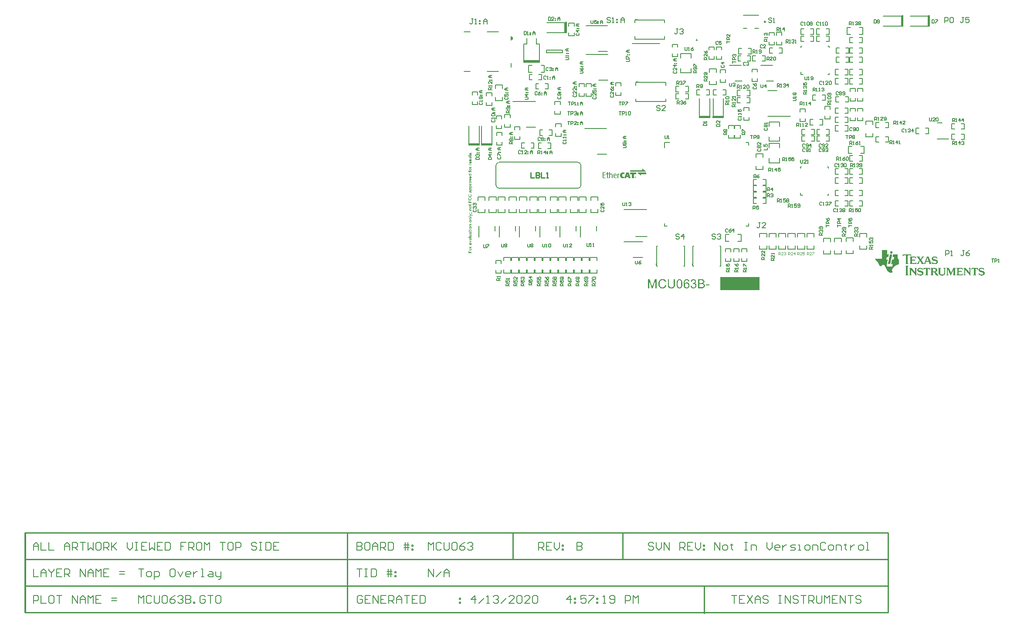
<source format=gto>
G04*
G04 #@! TF.GenerationSoftware,Altium Limited,Altium Designer,18.1.9 (240)*
G04*
G04 Layer_Color=65535*
%FSAX25Y25*%
%MOIN*%
G70*
G01*
G75*
%ADD10C,0.00984*%
%ADD11C,0.00500*%
%ADD12C,0.00700*%
%ADD13C,0.00787*%
%ADD14C,0.00394*%
%ADD15C,0.00800*%
%ADD16C,0.00400*%
%ADD17C,0.01000*%
%ADD18R,0.01378X0.02362*%
%ADD19R,0.01575X0.08661*%
%ADD20R,0.08661X0.01575*%
%ADD21R,0.00787X0.01575*%
%ADD22R,0.01968X0.00925*%
%ADD23R,0.12600X0.02000*%
%ADD24R,0.30000X0.10000*%
G36*
X0328465Y0054397D02*
Y0054324D01*
Y0054251D01*
Y0054179D01*
X0328393D01*
Y0054106D01*
Y0054033D01*
Y0053961D01*
Y0053888D01*
Y0053815D01*
X0328320D01*
Y0053742D01*
Y0053670D01*
Y0053597D01*
Y0053524D01*
Y0053452D01*
X0328247D01*
Y0053379D01*
Y0053306D01*
Y0053233D01*
Y0053161D01*
Y0053088D01*
X0328174D01*
Y0053015D01*
Y0052943D01*
Y0052870D01*
Y0052797D01*
X0326430D01*
Y0052870D01*
Y0052943D01*
X0326502D01*
Y0053015D01*
Y0053088D01*
Y0053161D01*
Y0053233D01*
Y0053306D01*
X0326575D01*
Y0053379D01*
Y0053452D01*
Y0053524D01*
Y0053597D01*
Y0053670D01*
X0326648D01*
Y0053742D01*
Y0053815D01*
Y0053888D01*
Y0053961D01*
Y0054033D01*
X0326720D01*
Y0054106D01*
Y0054179D01*
Y0054251D01*
Y0054324D01*
Y0054397D01*
X0326793D01*
Y0054469D01*
X0328465D01*
Y0054397D01*
D02*
G37*
G36*
X0342424Y0051998D02*
Y0051925D01*
Y0051852D01*
X0342496D01*
Y0051780D01*
Y0051707D01*
Y0051634D01*
X0342569D01*
Y0051561D01*
Y0051489D01*
Y0051416D01*
X0342642D01*
Y0051343D01*
Y0051271D01*
Y0051198D01*
X0342714D01*
Y0051125D01*
Y0051052D01*
Y0050980D01*
X0342787D01*
Y0050907D01*
Y0050834D01*
Y0050762D01*
X0342860D01*
Y0050689D01*
X0342787D01*
Y0050616D01*
X0342642D01*
Y0050689D01*
Y0050762D01*
X0342569D01*
Y0050834D01*
X0342496D01*
Y0050907D01*
X0342424D01*
Y0050980D01*
X0342278D01*
Y0051052D01*
X0342206D01*
Y0051125D01*
X0341987D01*
Y0051198D01*
X0341697D01*
Y0051271D01*
X0340170D01*
Y0051198D01*
X0340097D01*
Y0051125D01*
Y0051052D01*
X0340024D01*
Y0050980D01*
Y0050907D01*
Y0050834D01*
Y0050762D01*
Y0050689D01*
Y0050616D01*
Y0050544D01*
Y0050471D01*
Y0050398D01*
Y0050326D01*
Y0050253D01*
Y0050180D01*
Y0050107D01*
Y0050035D01*
Y0049962D01*
Y0049889D01*
Y0049817D01*
Y0049744D01*
Y0049671D01*
Y0049599D01*
Y0049526D01*
Y0049453D01*
Y0049380D01*
Y0049308D01*
Y0049235D01*
Y0049162D01*
Y0049090D01*
Y0049017D01*
Y0048944D01*
Y0048871D01*
Y0048799D01*
Y0048726D01*
Y0048653D01*
Y0048581D01*
Y0048508D01*
Y0048435D01*
Y0048363D01*
Y0048290D01*
Y0048217D01*
Y0048145D01*
Y0048072D01*
Y0047999D01*
Y0047926D01*
Y0047854D01*
Y0047781D01*
Y0047708D01*
Y0047636D01*
Y0047563D01*
Y0047490D01*
Y0047418D01*
Y0047345D01*
Y0047272D01*
Y0047199D01*
Y0047127D01*
Y0047054D01*
Y0046981D01*
Y0046909D01*
Y0046836D01*
Y0046763D01*
Y0046690D01*
Y0046618D01*
Y0046545D01*
Y0046472D01*
Y0046400D01*
Y0046327D01*
Y0046254D01*
Y0046182D01*
Y0046109D01*
Y0046036D01*
Y0045963D01*
Y0045891D01*
Y0045818D01*
Y0045745D01*
Y0045673D01*
Y0045600D01*
Y0045527D01*
Y0045455D01*
Y0045382D01*
Y0045309D01*
X0340097D01*
Y0045237D01*
Y0045164D01*
Y0045091D01*
X0340170D01*
Y0045018D01*
X0340243D01*
Y0044946D01*
X0340315D01*
Y0044873D01*
X0340461D01*
Y0044800D01*
X0340606D01*
Y0044728D01*
Y0044655D01*
Y0044582D01*
X0338134D01*
Y0044655D01*
Y0044728D01*
Y0044800D01*
X0338280D01*
Y0044873D01*
X0338425D01*
Y0044946D01*
X0338498D01*
Y0045018D01*
X0338571D01*
Y0045091D01*
X0338643D01*
Y0045164D01*
Y0045237D01*
Y0045309D01*
Y0045382D01*
X0338716D01*
Y0045455D01*
Y0045527D01*
Y0045600D01*
Y0045673D01*
Y0045745D01*
Y0045818D01*
Y0045891D01*
Y0045963D01*
Y0046036D01*
Y0046109D01*
Y0046182D01*
Y0046254D01*
Y0046327D01*
Y0046400D01*
Y0046472D01*
Y0046545D01*
Y0046618D01*
Y0046690D01*
Y0046763D01*
Y0046836D01*
Y0046909D01*
Y0046981D01*
Y0047054D01*
Y0047127D01*
Y0047199D01*
Y0047272D01*
Y0047345D01*
Y0047418D01*
Y0047490D01*
Y0047563D01*
Y0047636D01*
Y0047708D01*
Y0047781D01*
Y0047854D01*
Y0047926D01*
Y0047999D01*
Y0048072D01*
Y0048145D01*
Y0048217D01*
Y0048290D01*
Y0048363D01*
Y0048435D01*
Y0048508D01*
Y0048581D01*
Y0048653D01*
Y0048726D01*
Y0048799D01*
Y0048871D01*
Y0048944D01*
Y0049017D01*
Y0049090D01*
Y0049162D01*
Y0049235D01*
Y0049308D01*
Y0049380D01*
Y0049453D01*
Y0049526D01*
Y0049599D01*
Y0049671D01*
Y0049744D01*
Y0049817D01*
Y0049889D01*
Y0049962D01*
Y0050035D01*
Y0050107D01*
Y0050180D01*
Y0050253D01*
Y0050326D01*
Y0050398D01*
Y0050471D01*
Y0050544D01*
Y0050616D01*
Y0050689D01*
Y0050762D01*
Y0050834D01*
Y0050907D01*
Y0050980D01*
X0338643D01*
Y0051052D01*
Y0051125D01*
Y0051198D01*
X0338498D01*
Y0051271D01*
X0337044D01*
Y0051198D01*
X0336753D01*
Y0051125D01*
X0336535D01*
Y0051052D01*
X0336462D01*
Y0050980D01*
X0336317D01*
Y0050907D01*
X0336244D01*
Y0050834D01*
X0336172D01*
Y0050762D01*
X0336099D01*
Y0050689D01*
X0336026D01*
Y0050616D01*
X0335953D01*
Y0050689D01*
X0335881D01*
Y0050762D01*
Y0050834D01*
Y0050907D01*
X0335953D01*
Y0050980D01*
Y0051052D01*
X0336026D01*
Y0051125D01*
Y0051198D01*
Y0051271D01*
X0336099D01*
Y0051343D01*
Y0051416D01*
Y0051489D01*
X0336172D01*
Y0051561D01*
Y0051634D01*
Y0051707D01*
X0336244D01*
Y0051780D01*
Y0051852D01*
Y0051925D01*
X0336317D01*
Y0051998D01*
Y0052070D01*
X0342424D01*
Y0051998D01*
D02*
G37*
G36*
X0345986Y0050253D02*
Y0050180D01*
X0346059D01*
Y0050107D01*
Y0050035D01*
X0346131D01*
Y0049962D01*
Y0049889D01*
Y0049817D01*
X0346204D01*
Y0049744D01*
Y0049671D01*
Y0049599D01*
X0346277D01*
Y0049526D01*
Y0049453D01*
Y0049380D01*
X0346349D01*
Y0049308D01*
Y0049235D01*
X0346422D01*
Y0049162D01*
Y0049090D01*
Y0049017D01*
Y0048944D01*
X0346204D01*
Y0049017D01*
X0346131D01*
Y0049090D01*
X0346059D01*
Y0049162D01*
X0345986D01*
Y0049235D01*
X0345913D01*
Y0049308D01*
X0345841D01*
Y0049380D01*
X0345695D01*
Y0049453D01*
X0345550D01*
Y0049526D01*
X0345332D01*
Y0049599D01*
X0343441D01*
Y0049526D01*
X0343369D01*
Y0049453D01*
X0343296D01*
Y0049380D01*
Y0049308D01*
Y0049235D01*
Y0049162D01*
Y0049090D01*
Y0049017D01*
Y0048944D01*
Y0048871D01*
Y0048799D01*
Y0048726D01*
Y0048653D01*
Y0048581D01*
Y0048508D01*
Y0048435D01*
Y0048363D01*
Y0048290D01*
Y0048217D01*
Y0048145D01*
Y0048072D01*
Y0047999D01*
Y0047926D01*
X0345186D01*
Y0047999D01*
X0345332D01*
Y0048072D01*
X0345404D01*
Y0048145D01*
Y0048217D01*
X0345477D01*
Y0048290D01*
Y0048363D01*
X0345695D01*
Y0048290D01*
Y0048217D01*
Y0048145D01*
Y0048072D01*
Y0047999D01*
Y0047926D01*
Y0047854D01*
Y0047781D01*
Y0047708D01*
Y0047636D01*
Y0047563D01*
Y0047490D01*
Y0047418D01*
Y0047345D01*
Y0047272D01*
Y0047199D01*
Y0047127D01*
Y0047054D01*
Y0046981D01*
Y0046909D01*
Y0046836D01*
Y0046763D01*
X0345477D01*
Y0046836D01*
Y0046909D01*
Y0046981D01*
X0345404D01*
Y0047054D01*
X0345332D01*
Y0047127D01*
X0345259D01*
Y0047199D01*
X0345041D01*
Y0047272D01*
X0343296D01*
Y0047199D01*
Y0047127D01*
Y0047054D01*
Y0046981D01*
Y0046909D01*
Y0046836D01*
Y0046763D01*
Y0046690D01*
Y0046618D01*
Y0046545D01*
Y0046472D01*
Y0046400D01*
Y0046327D01*
Y0046254D01*
Y0046182D01*
Y0046109D01*
Y0046036D01*
Y0045963D01*
Y0045891D01*
Y0045818D01*
Y0045745D01*
Y0045673D01*
Y0045600D01*
Y0045527D01*
Y0045455D01*
X0343369D01*
Y0045382D01*
Y0045309D01*
X0343587D01*
Y0045237D01*
X0345113D01*
Y0045309D01*
X0345622D01*
Y0045382D01*
X0345841D01*
Y0045455D01*
X0345986D01*
Y0045527D01*
X0346059D01*
Y0045600D01*
X0346204D01*
Y0045673D01*
X0346277D01*
Y0045745D01*
X0346349D01*
Y0045818D01*
X0346422D01*
Y0045891D01*
X0346495D01*
Y0045963D01*
X0346568D01*
Y0046036D01*
X0346640D01*
Y0045963D01*
X0346713D01*
Y0045891D01*
Y0045818D01*
X0346640D01*
Y0045745D01*
Y0045673D01*
Y0045600D01*
X0346568D01*
Y0045527D01*
Y0045455D01*
X0346495D01*
Y0045382D01*
Y0045309D01*
Y0045237D01*
X0346422D01*
Y0045164D01*
Y0045091D01*
X0346349D01*
Y0045018D01*
Y0044946D01*
Y0044873D01*
X0346277D01*
Y0044800D01*
Y0044728D01*
X0346204D01*
Y0044655D01*
Y0044582D01*
X0341478D01*
Y0044655D01*
Y0044728D01*
Y0044800D01*
X0341697D01*
Y0044873D01*
X0341842D01*
Y0044946D01*
X0341915D01*
Y0045018D01*
X0341987D01*
Y0045091D01*
Y0045164D01*
X0342060D01*
Y0045237D01*
Y0045309D01*
Y0045382D01*
Y0045455D01*
Y0045527D01*
Y0045600D01*
Y0045673D01*
Y0045745D01*
Y0045818D01*
Y0045891D01*
Y0045963D01*
Y0046036D01*
Y0046109D01*
Y0046182D01*
Y0046254D01*
Y0046327D01*
Y0046400D01*
Y0046472D01*
Y0046545D01*
Y0046618D01*
Y0046690D01*
Y0046763D01*
Y0046836D01*
Y0046909D01*
Y0046981D01*
Y0047054D01*
Y0047127D01*
Y0047199D01*
Y0047272D01*
Y0047345D01*
Y0047418D01*
Y0047490D01*
Y0047563D01*
Y0047636D01*
Y0047708D01*
Y0047781D01*
Y0047854D01*
Y0047926D01*
Y0047999D01*
Y0048072D01*
Y0048145D01*
Y0048217D01*
Y0048290D01*
Y0048363D01*
Y0048435D01*
Y0048508D01*
Y0048581D01*
Y0048653D01*
Y0048726D01*
Y0048799D01*
Y0048871D01*
Y0048944D01*
Y0049017D01*
Y0049090D01*
Y0049162D01*
Y0049235D01*
Y0049308D01*
Y0049380D01*
Y0049453D01*
Y0049526D01*
Y0049599D01*
Y0049671D01*
Y0049744D01*
X0341987D01*
Y0049817D01*
Y0049889D01*
X0341915D01*
Y0049962D01*
X0341842D01*
Y0050035D01*
X0341624D01*
Y0050107D01*
X0341478D01*
Y0050180D01*
Y0050253D01*
Y0050326D01*
X0345986D01*
Y0050253D01*
D02*
G37*
G36*
X0360889Y0050326D02*
X0361180D01*
Y0050253D01*
X0361398D01*
Y0050180D01*
X0361544D01*
Y0050107D01*
X0361689D01*
Y0050035D01*
X0361762D01*
Y0050107D01*
X0361835D01*
Y0050180D01*
Y0050253D01*
Y0050326D01*
X0362125D01*
Y0050253D01*
X0362198D01*
Y0050180D01*
Y0050107D01*
Y0050035D01*
Y0049962D01*
X0362271D01*
Y0049889D01*
Y0049817D01*
Y0049744D01*
X0362343D01*
Y0049671D01*
Y0049599D01*
Y0049526D01*
Y0049453D01*
X0362416D01*
Y0049380D01*
Y0049308D01*
Y0049235D01*
X0362489D01*
Y0049162D01*
Y0049090D01*
Y0049017D01*
Y0048944D01*
X0362561D01*
Y0048871D01*
Y0048799D01*
X0362489D01*
Y0048726D01*
X0362343D01*
Y0048799D01*
X0362271D01*
Y0048871D01*
X0362198D01*
Y0048944D01*
X0362125D01*
Y0049017D01*
X0362053D01*
Y0049090D01*
X0361980D01*
Y0049162D01*
X0361907D01*
Y0049235D01*
X0361762D01*
Y0049308D01*
X0361689D01*
Y0049380D01*
X0361544D01*
Y0049453D01*
X0361326D01*
Y0049526D01*
X0361107D01*
Y0049599D01*
X0360817D01*
Y0049671D01*
X0360162D01*
Y0049599D01*
X0359872D01*
Y0049526D01*
X0359726D01*
Y0049453D01*
X0359581D01*
Y0049380D01*
X0359508D01*
Y0049308D01*
Y0049235D01*
X0359435D01*
Y0049162D01*
Y0049090D01*
Y0049017D01*
Y0048944D01*
Y0048871D01*
Y0048799D01*
Y0048726D01*
Y0048653D01*
X0359508D01*
Y0048581D01*
X0359581D01*
Y0048508D01*
X0359653D01*
Y0048435D01*
X0359872D01*
Y0048363D01*
X0360090D01*
Y0048290D01*
X0360381D01*
Y0048217D01*
X0360671D01*
Y0048145D01*
X0361035D01*
Y0048072D01*
X0361326D01*
Y0047999D01*
X0361616D01*
Y0047926D01*
X0361835D01*
Y0047854D01*
X0361980D01*
Y0047781D01*
X0362125D01*
Y0047708D01*
X0362271D01*
Y0047636D01*
X0362416D01*
Y0047563D01*
X0362489D01*
Y0047490D01*
X0362561D01*
Y0047418D01*
X0362634D01*
Y0047345D01*
X0362707D01*
Y0047272D01*
Y0047199D01*
X0362780D01*
Y0047127D01*
Y0047054D01*
X0362852D01*
Y0046981D01*
Y0046909D01*
Y0046836D01*
X0362925D01*
Y0046763D01*
Y0046690D01*
Y0046618D01*
Y0046545D01*
Y0046472D01*
Y0046400D01*
Y0046327D01*
Y0046254D01*
Y0046182D01*
Y0046109D01*
Y0046036D01*
Y0045963D01*
Y0045891D01*
Y0045818D01*
X0362852D01*
Y0045745D01*
Y0045673D01*
Y0045600D01*
X0362780D01*
Y0045527D01*
Y0045455D01*
X0362707D01*
Y0045382D01*
Y0045309D01*
X0362634D01*
Y0045237D01*
X0362561D01*
Y0045164D01*
X0362489D01*
Y0045091D01*
X0362416D01*
Y0045018D01*
X0362343D01*
Y0044946D01*
X0362271D01*
Y0044873D01*
X0362125D01*
Y0044800D01*
X0361980D01*
Y0044728D01*
X0361835D01*
Y0044655D01*
X0361616D01*
Y0044582D01*
X0361326D01*
Y0044510D01*
X0360017D01*
Y0044582D01*
X0359726D01*
Y0044655D01*
X0359508D01*
Y0044728D01*
X0359363D01*
Y0044800D01*
X0359217D01*
Y0044873D01*
X0359072D01*
Y0044800D01*
X0358999D01*
Y0044728D01*
Y0044655D01*
Y0044582D01*
X0358636D01*
Y0044655D01*
Y0044728D01*
Y0044800D01*
Y0044873D01*
X0358563D01*
Y0044946D01*
Y0045018D01*
Y0045091D01*
X0358490D01*
Y0045164D01*
Y0045237D01*
Y0045309D01*
Y0045382D01*
X0358418D01*
Y0045455D01*
Y0045527D01*
Y0045600D01*
Y0045673D01*
X0358345D01*
Y0045745D01*
Y0045818D01*
Y0045891D01*
Y0045963D01*
X0358272D01*
Y0046036D01*
Y0046109D01*
Y0046182D01*
X0358200D01*
Y0046254D01*
Y0046327D01*
X0358272D01*
Y0046400D01*
X0358418D01*
Y0046327D01*
X0358490D01*
Y0046254D01*
X0358563D01*
Y0046182D01*
X0358636D01*
Y0046109D01*
X0358708D01*
Y0046036D01*
X0358781D01*
Y0045963D01*
X0358854D01*
Y0045891D01*
X0358927D01*
Y0045818D01*
X0358999D01*
Y0045745D01*
X0359072D01*
Y0045673D01*
X0359217D01*
Y0045600D01*
X0359363D01*
Y0045527D01*
X0359435D01*
Y0045455D01*
X0359653D01*
Y0045382D01*
X0359799D01*
Y0045309D01*
X0360090D01*
Y0045237D01*
X0361107D01*
Y0045309D01*
X0361326D01*
Y0045382D01*
X0361471D01*
Y0045455D01*
X0361544D01*
Y0045527D01*
X0361616D01*
Y0045600D01*
X0361689D01*
Y0045673D01*
X0361762D01*
Y0045745D01*
Y0045818D01*
Y0045891D01*
X0361835D01*
Y0045963D01*
Y0046036D01*
Y0046109D01*
Y0046182D01*
Y0046254D01*
X0361762D01*
Y0046327D01*
Y0046400D01*
Y0046472D01*
X0361689D01*
Y0046545D01*
X0361616D01*
Y0046618D01*
X0361544D01*
Y0046690D01*
X0361398D01*
Y0046763D01*
X0361180D01*
Y0046836D01*
X0360889D01*
Y0046909D01*
X0360599D01*
Y0046981D01*
X0360235D01*
Y0047054D01*
X0359944D01*
Y0047127D01*
X0359653D01*
Y0047199D01*
X0359435D01*
Y0047272D01*
X0359290D01*
Y0047345D01*
X0359145D01*
Y0047418D01*
X0358999D01*
Y0047490D01*
X0358927D01*
Y0047563D01*
X0358854D01*
Y0047636D01*
X0358708D01*
Y0047708D01*
Y0047781D01*
X0358636D01*
Y0047854D01*
X0358563D01*
Y0047926D01*
Y0047999D01*
X0358490D01*
Y0048072D01*
Y0048145D01*
X0358418D01*
Y0048217D01*
Y0048290D01*
Y0048363D01*
Y0048435D01*
X0358345D01*
Y0048508D01*
Y0048581D01*
Y0048653D01*
Y0048726D01*
Y0048799D01*
Y0048871D01*
Y0048944D01*
Y0049017D01*
X0358418D01*
Y0049090D01*
Y0049162D01*
Y0049235D01*
Y0049308D01*
X0358490D01*
Y0049380D01*
Y0049453D01*
X0358563D01*
Y0049526D01*
Y0049599D01*
X0358636D01*
Y0049671D01*
X0358708D01*
Y0049744D01*
X0358781D01*
Y0049817D01*
X0358854D01*
Y0049889D01*
X0358927D01*
Y0049962D01*
X0358999D01*
Y0050035D01*
X0359072D01*
Y0050107D01*
X0359217D01*
Y0050180D01*
X0359363D01*
Y0050253D01*
X0359581D01*
Y0050326D01*
X0359944D01*
Y0050398D01*
X0360889D01*
Y0050326D01*
D02*
G37*
G36*
X0355946Y0050253D02*
Y0050180D01*
X0356019D01*
Y0050107D01*
Y0050035D01*
Y0049962D01*
X0356091D01*
Y0049889D01*
Y0049817D01*
Y0049744D01*
X0356164D01*
Y0049671D01*
Y0049599D01*
X0356237D01*
Y0049526D01*
Y0049453D01*
Y0049380D01*
X0356309D01*
Y0049308D01*
Y0049235D01*
X0356382D01*
Y0049162D01*
Y0049090D01*
Y0049017D01*
X0356455D01*
Y0048944D01*
Y0048871D01*
Y0048799D01*
X0356527D01*
Y0048726D01*
Y0048653D01*
X0356600D01*
Y0048581D01*
Y0048508D01*
Y0048435D01*
X0356673D01*
Y0048363D01*
Y0048290D01*
Y0048217D01*
X0356746D01*
Y0048145D01*
Y0048072D01*
X0356818D01*
Y0047999D01*
Y0047926D01*
Y0047854D01*
X0356891D01*
Y0047781D01*
Y0047708D01*
X0356964D01*
Y0047636D01*
Y0047563D01*
Y0047490D01*
X0357036D01*
Y0047418D01*
Y0047345D01*
Y0047272D01*
X0357109D01*
Y0047199D01*
Y0047127D01*
X0357182D01*
Y0047054D01*
Y0046981D01*
Y0046909D01*
X0357254D01*
Y0046836D01*
Y0046763D01*
Y0046690D01*
X0357327D01*
Y0046618D01*
Y0046545D01*
X0357400D01*
Y0046472D01*
Y0046400D01*
Y0046327D01*
X0357473D01*
Y0046254D01*
Y0046182D01*
X0357545D01*
Y0046109D01*
Y0046036D01*
Y0045963D01*
X0357618D01*
Y0045891D01*
Y0045818D01*
Y0045745D01*
X0357691D01*
Y0045673D01*
Y0045600D01*
X0357763D01*
Y0045527D01*
Y0045455D01*
Y0045382D01*
X0357836D01*
Y0045309D01*
Y0045237D01*
X0357909D01*
Y0045164D01*
X0357981D01*
Y0045091D01*
X0358054D01*
Y0045018D01*
X0358127D01*
Y0044946D01*
X0358200D01*
Y0044873D01*
X0358345D01*
Y0044800D01*
X0358418D01*
Y0044728D01*
Y0044655D01*
Y0044582D01*
X0356019D01*
Y0044655D01*
Y0044728D01*
Y0044800D01*
X0356237D01*
Y0044873D01*
X0356309D01*
Y0044946D01*
X0356382D01*
Y0045018D01*
X0356455D01*
Y0045091D01*
Y0045164D01*
Y0045237D01*
Y0045309D01*
Y0045382D01*
X0356382D01*
Y0045455D01*
Y0045527D01*
Y0045600D01*
X0356309D01*
Y0045673D01*
Y0045745D01*
X0356237D01*
Y0045818D01*
Y0045891D01*
Y0045963D01*
X0356164D01*
Y0046036D01*
Y0046109D01*
Y0046182D01*
X0353765D01*
Y0046109D01*
Y0046036D01*
Y0045963D01*
X0353692D01*
Y0045891D01*
Y0045818D01*
X0353620D01*
Y0045745D01*
Y0045673D01*
Y0045600D01*
X0353547D01*
Y0045527D01*
Y0045455D01*
Y0045382D01*
X0353474D01*
Y0045309D01*
Y0045237D01*
Y0045164D01*
Y0045091D01*
Y0045018D01*
Y0044946D01*
X0353547D01*
Y0044873D01*
X0353692D01*
Y0044800D01*
X0353910D01*
Y0044728D01*
Y0044655D01*
Y0044582D01*
X0349985D01*
Y0044655D01*
Y0044728D01*
Y0044800D01*
X0350203D01*
Y0044873D01*
X0350348D01*
Y0044946D01*
X0350421D01*
Y0045018D01*
X0350493D01*
Y0045091D01*
Y0045164D01*
Y0045237D01*
Y0045309D01*
X0350421D01*
Y0045382D01*
Y0045455D01*
X0350348D01*
Y0045527D01*
X0350275D01*
Y0045600D01*
X0350203D01*
Y0045673D01*
Y0045745D01*
X0350130D01*
Y0045818D01*
X0350057D01*
Y0045891D01*
Y0045963D01*
X0349985D01*
Y0046036D01*
X0349912D01*
Y0046109D01*
Y0046182D01*
X0349839D01*
Y0046254D01*
X0349766D01*
Y0046327D01*
Y0046400D01*
X0349694D01*
Y0046472D01*
X0349621D01*
Y0046545D01*
X0349548D01*
Y0046618D01*
Y0046690D01*
X0349476D01*
Y0046763D01*
X0349403D01*
Y0046836D01*
Y0046909D01*
X0349330D01*
Y0046836D01*
X0349257D01*
Y0046763D01*
Y0046690D01*
X0349185D01*
Y0046618D01*
Y0046545D01*
X0349112D01*
Y0046472D01*
X0349039D01*
Y0046400D01*
Y0046327D01*
X0348967D01*
Y0046254D01*
X0348894D01*
Y0046182D01*
Y0046109D01*
X0348821D01*
Y0046036D01*
X0348748D01*
Y0045963D01*
Y0045891D01*
X0348676D01*
Y0045818D01*
X0348603D01*
Y0045745D01*
Y0045673D01*
X0348531D01*
Y0045600D01*
Y0045527D01*
X0348458D01*
Y0045455D01*
X0348385D01*
Y0045382D01*
Y0045309D01*
X0348312D01*
Y0045237D01*
Y0045164D01*
Y0045091D01*
Y0045018D01*
Y0044946D01*
X0348385D01*
Y0044873D01*
X0348531D01*
Y0044800D01*
X0348748D01*
Y0044728D01*
Y0044655D01*
Y0044582D01*
X0346568D01*
Y0044655D01*
Y0044728D01*
Y0044800D01*
X0346713D01*
Y0044873D01*
X0346931D01*
Y0044946D01*
X0347077D01*
Y0045018D01*
X0347149D01*
Y0045091D01*
X0347222D01*
Y0045164D01*
X0347294D01*
Y0045237D01*
X0347367D01*
Y0045309D01*
X0347440D01*
Y0045382D01*
X0347513D01*
Y0045455D01*
X0347585D01*
Y0045527D01*
Y0045600D01*
X0347658D01*
Y0045673D01*
X0347731D01*
Y0045745D01*
Y0045818D01*
X0347803D01*
Y0045891D01*
X0347876D01*
Y0045963D01*
X0347949D01*
Y0046036D01*
Y0046109D01*
X0348022D01*
Y0046182D01*
X0348094D01*
Y0046254D01*
Y0046327D01*
X0348167D01*
Y0046400D01*
X0348240D01*
Y0046472D01*
X0348312D01*
Y0046545D01*
Y0046618D01*
X0348385D01*
Y0046690D01*
X0348458D01*
Y0046763D01*
Y0046836D01*
X0348531D01*
Y0046909D01*
X0348603D01*
Y0046981D01*
Y0047054D01*
X0348676D01*
Y0047127D01*
X0348748D01*
Y0047199D01*
X0348821D01*
Y0047272D01*
Y0047345D01*
X0348894D01*
Y0047418D01*
Y0047490D01*
Y0047563D01*
X0348821D01*
Y0047636D01*
X0348748D01*
Y0047708D01*
Y0047781D01*
X0348676D01*
Y0047854D01*
X0348603D01*
Y0047926D01*
X0348531D01*
Y0047999D01*
Y0048072D01*
X0348458D01*
Y0048145D01*
X0348385D01*
Y0048217D01*
Y0048290D01*
X0348312D01*
Y0048363D01*
X0348240D01*
Y0048435D01*
Y0048508D01*
X0348167D01*
Y0048581D01*
X0348094D01*
Y0048653D01*
X0348022D01*
Y0048726D01*
Y0048799D01*
X0347949D01*
Y0048871D01*
X0347876D01*
Y0048944D01*
Y0049017D01*
X0347803D01*
Y0049090D01*
X0347731D01*
Y0049162D01*
X0347658D01*
Y0049235D01*
Y0049308D01*
X0347585D01*
Y0049380D01*
X0347513D01*
Y0049453D01*
Y0049526D01*
X0347440D01*
Y0049599D01*
X0347367D01*
Y0049671D01*
X0347294D01*
Y0049744D01*
X0347222D01*
Y0049817D01*
X0347149D01*
Y0049889D01*
X0347077D01*
Y0049962D01*
X0346931D01*
Y0050035D01*
X0346786D01*
Y0050107D01*
X0346640D01*
Y0050180D01*
Y0050253D01*
Y0050326D01*
X0349330D01*
Y0050253D01*
Y0050180D01*
Y0050107D01*
X0349185D01*
Y0050035D01*
X0349039D01*
Y0049962D01*
X0348967D01*
Y0049889D01*
Y0049817D01*
X0348894D01*
Y0049744D01*
Y0049671D01*
X0348967D01*
Y0049599D01*
Y0049526D01*
X0349039D01*
Y0049453D01*
Y0049380D01*
X0349112D01*
Y0049308D01*
Y0049235D01*
X0349185D01*
Y0049162D01*
X0349257D01*
Y0049090D01*
Y0049017D01*
X0349330D01*
Y0048944D01*
X0349403D01*
Y0048871D01*
Y0048799D01*
X0349476D01*
Y0048726D01*
X0349548D01*
Y0048653D01*
Y0048581D01*
X0349621D01*
Y0048508D01*
X0349694D01*
Y0048435D01*
Y0048363D01*
X0349766D01*
Y0048290D01*
X0349839D01*
Y0048217D01*
X0349912D01*
Y0048290D01*
X0349985D01*
Y0048363D01*
Y0048435D01*
X0350057D01*
Y0048508D01*
X0350130D01*
Y0048581D01*
Y0048653D01*
X0350203D01*
Y0048726D01*
X0350275D01*
Y0048799D01*
Y0048871D01*
X0350348D01*
Y0048944D01*
X0350421D01*
Y0049017D01*
Y0049090D01*
X0350493D01*
Y0049162D01*
X0350566D01*
Y0049235D01*
Y0049308D01*
X0350639D01*
Y0049380D01*
X0350711D01*
Y0049453D01*
Y0049526D01*
X0350784D01*
Y0049599D01*
X0350857D01*
Y0049671D01*
Y0049744D01*
Y0049817D01*
Y0049889D01*
Y0049962D01*
X0350784D01*
Y0050035D01*
X0350639D01*
Y0050107D01*
X0350421D01*
Y0050180D01*
Y0050253D01*
Y0050326D01*
X0352456D01*
Y0050253D01*
Y0050180D01*
Y0050107D01*
X0352384D01*
Y0050035D01*
X0352166D01*
Y0049962D01*
X0352020D01*
Y0049889D01*
X0351947D01*
Y0049817D01*
X0351875D01*
Y0049744D01*
X0351802D01*
Y0049671D01*
X0351729D01*
Y0049599D01*
X0351657D01*
Y0049526D01*
X0351584D01*
Y0049453D01*
X0351511D01*
Y0049380D01*
Y0049308D01*
X0351438D01*
Y0049235D01*
X0351366D01*
Y0049162D01*
Y0049090D01*
X0351293D01*
Y0049017D01*
X0351220D01*
Y0048944D01*
X0351148D01*
Y0048871D01*
Y0048799D01*
X0351075D01*
Y0048726D01*
X0351002D01*
Y0048653D01*
Y0048581D01*
X0350930D01*
Y0048508D01*
X0350857D01*
Y0048435D01*
Y0048363D01*
X0350784D01*
Y0048290D01*
X0350711D01*
Y0048217D01*
X0350639D01*
Y0048145D01*
Y0048072D01*
X0350566D01*
Y0047999D01*
X0350493D01*
Y0047926D01*
Y0047854D01*
X0350421D01*
Y0047781D01*
X0350348D01*
Y0047708D01*
X0350275D01*
Y0047636D01*
X0350348D01*
Y0047563D01*
Y0047490D01*
X0350421D01*
Y0047418D01*
X0350493D01*
Y0047345D01*
Y0047272D01*
X0350566D01*
Y0047199D01*
X0350639D01*
Y0047127D01*
X0350711D01*
Y0047054D01*
Y0046981D01*
X0350784D01*
Y0046909D01*
X0350857D01*
Y0046836D01*
Y0046763D01*
X0350930D01*
Y0046690D01*
X0351002D01*
Y0046618D01*
X0351075D01*
Y0046545D01*
Y0046472D01*
X0351148D01*
Y0046400D01*
X0351220D01*
Y0046327D01*
Y0046254D01*
X0351293D01*
Y0046182D01*
X0351366D01*
Y0046109D01*
Y0046036D01*
X0351438D01*
Y0045963D01*
X0351511D01*
Y0045891D01*
X0351584D01*
Y0045818D01*
Y0045745D01*
X0351657D01*
Y0045673D01*
X0351729D01*
Y0045600D01*
Y0045527D01*
X0351802D01*
Y0045455D01*
X0351875D01*
Y0045382D01*
X0351947D01*
Y0045309D01*
Y0045237D01*
X0352020D01*
Y0045164D01*
X0352093D01*
Y0045091D01*
X0352166D01*
Y0045018D01*
X0352238D01*
Y0044946D01*
X0352384D01*
Y0045018D01*
X0352456D01*
Y0045091D01*
X0352529D01*
Y0045164D01*
Y0045237D01*
X0352602D01*
Y0045309D01*
X0352674D01*
Y0045382D01*
Y0045455D01*
X0352747D01*
Y0045527D01*
Y0045600D01*
X0352820D01*
Y0045673D01*
Y0045745D01*
X0352892D01*
Y0045818D01*
Y0045891D01*
Y0045963D01*
X0352965D01*
Y0046036D01*
Y0046109D01*
Y0046182D01*
X0353038D01*
Y0046254D01*
Y0046327D01*
X0353111D01*
Y0046400D01*
Y0046472D01*
Y0046545D01*
X0353183D01*
Y0046618D01*
Y0046690D01*
X0353256D01*
Y0046763D01*
Y0046836D01*
Y0046909D01*
X0353329D01*
Y0046981D01*
Y0047054D01*
X0353401D01*
Y0047127D01*
Y0047199D01*
Y0047272D01*
X0353474D01*
Y0047345D01*
Y0047418D01*
X0353547D01*
Y0047490D01*
Y0047563D01*
Y0047636D01*
X0353620D01*
Y0047708D01*
Y0047781D01*
Y0047854D01*
X0353692D01*
Y0047926D01*
Y0047999D01*
X0353765D01*
Y0048072D01*
Y0048145D01*
Y0048217D01*
X0353838D01*
Y0048290D01*
Y0048363D01*
X0353910D01*
Y0048435D01*
Y0048508D01*
Y0048581D01*
X0353983D01*
Y0048653D01*
Y0048726D01*
X0354056D01*
Y0048799D01*
Y0048871D01*
Y0048944D01*
X0354128D01*
Y0049017D01*
Y0049090D01*
X0354201D01*
Y0049162D01*
Y0049235D01*
Y0049308D01*
X0354274D01*
Y0049380D01*
Y0049453D01*
X0354346D01*
Y0049526D01*
Y0049599D01*
Y0049671D01*
X0354419D01*
Y0049744D01*
Y0049817D01*
Y0049889D01*
X0354492D01*
Y0049962D01*
Y0050035D01*
X0354565D01*
Y0050107D01*
Y0050180D01*
Y0050253D01*
X0354637D01*
Y0050326D01*
X0355946D01*
Y0050253D01*
D02*
G37*
G36*
X0328029Y0051998D02*
Y0051925D01*
X0327956D01*
Y0051852D01*
Y0051780D01*
Y0051707D01*
Y0051634D01*
Y0051561D01*
X0327884D01*
Y0051489D01*
Y0051416D01*
Y0051343D01*
Y0051271D01*
Y0051198D01*
X0327811D01*
Y0051125D01*
Y0051052D01*
Y0050980D01*
Y0050907D01*
Y0050834D01*
X0327738D01*
Y0050762D01*
Y0050689D01*
Y0050616D01*
Y0050544D01*
Y0050471D01*
X0327665D01*
Y0050398D01*
Y0050326D01*
Y0050253D01*
Y0050180D01*
Y0050107D01*
X0327593D01*
Y0050035D01*
Y0049962D01*
Y0049889D01*
Y0049817D01*
Y0049744D01*
X0327520D01*
Y0049671D01*
Y0049599D01*
Y0049526D01*
Y0049453D01*
Y0049380D01*
X0327447D01*
Y0049308D01*
Y0049235D01*
Y0049162D01*
Y0049090D01*
Y0049017D01*
X0327375D01*
Y0048944D01*
Y0048871D01*
Y0048799D01*
Y0048726D01*
Y0048653D01*
X0327302D01*
Y0048581D01*
Y0048508D01*
Y0048435D01*
Y0048363D01*
Y0048290D01*
X0327229D01*
Y0048217D01*
Y0048145D01*
Y0048072D01*
Y0047999D01*
Y0047926D01*
X0327157D01*
Y0047854D01*
Y0047781D01*
Y0047708D01*
Y0047636D01*
Y0047563D01*
X0327084D01*
Y0047490D01*
Y0047418D01*
Y0047345D01*
Y0047272D01*
Y0047199D01*
X0327011D01*
Y0047127D01*
Y0047054D01*
Y0046981D01*
Y0046909D01*
Y0046836D01*
X0326939D01*
Y0046763D01*
Y0046690D01*
Y0046618D01*
Y0046545D01*
Y0046472D01*
X0326866D01*
Y0046400D01*
Y0046327D01*
Y0046254D01*
Y0046182D01*
Y0046109D01*
X0326793D01*
Y0046036D01*
Y0045963D01*
Y0045891D01*
Y0045818D01*
Y0045745D01*
X0326720D01*
Y0045673D01*
Y0045600D01*
Y0045527D01*
Y0045455D01*
Y0045382D01*
X0326648D01*
Y0045309D01*
Y0045237D01*
Y0045164D01*
Y0045091D01*
Y0045018D01*
X0326575D01*
Y0044946D01*
Y0044873D01*
Y0044800D01*
Y0044728D01*
Y0044655D01*
X0324830D01*
Y0044728D01*
Y0044800D01*
Y0044873D01*
X0324903D01*
Y0044946D01*
Y0045018D01*
Y0045091D01*
Y0045164D01*
Y0045237D01*
X0324976D01*
Y0045309D01*
Y0045382D01*
Y0045455D01*
Y0045527D01*
Y0045600D01*
X0325048D01*
Y0045673D01*
Y0045745D01*
Y0045818D01*
Y0045891D01*
Y0045963D01*
X0325121D01*
Y0046036D01*
Y0046109D01*
Y0046182D01*
Y0046254D01*
Y0046327D01*
X0325194D01*
Y0046400D01*
Y0046472D01*
Y0046545D01*
Y0046618D01*
Y0046690D01*
X0325266D01*
Y0046763D01*
Y0046836D01*
Y0046909D01*
Y0046981D01*
Y0047054D01*
X0325339D01*
Y0047127D01*
Y0047199D01*
Y0047272D01*
Y0047345D01*
Y0047418D01*
X0325412D01*
Y0047490D01*
Y0047563D01*
Y0047636D01*
Y0047708D01*
Y0047781D01*
X0325484D01*
Y0047854D01*
Y0047926D01*
Y0047999D01*
Y0048072D01*
Y0048145D01*
X0325557D01*
Y0048217D01*
Y0048290D01*
Y0048363D01*
Y0048435D01*
Y0048508D01*
X0325630D01*
Y0048581D01*
Y0048653D01*
Y0048726D01*
Y0048799D01*
Y0048871D01*
X0325703D01*
Y0048944D01*
Y0049017D01*
Y0049090D01*
Y0049162D01*
Y0049235D01*
X0325775D01*
Y0049308D01*
Y0049380D01*
Y0049453D01*
Y0049526D01*
Y0049599D01*
X0325848D01*
Y0049671D01*
Y0049744D01*
Y0049817D01*
Y0049889D01*
Y0049962D01*
X0325921D01*
Y0050035D01*
Y0050107D01*
Y0050180D01*
Y0050253D01*
Y0050326D01*
X0325993D01*
Y0050398D01*
Y0050471D01*
Y0050544D01*
Y0050616D01*
Y0050689D01*
X0326066D01*
Y0050762D01*
Y0050834D01*
Y0050907D01*
Y0050980D01*
Y0051052D01*
X0326139D01*
Y0051125D01*
Y0051198D01*
Y0051271D01*
Y0051343D01*
Y0051416D01*
X0326212D01*
Y0051489D01*
Y0051561D01*
Y0051634D01*
Y0051707D01*
Y0051780D01*
X0326284D01*
Y0051852D01*
Y0051925D01*
Y0051998D01*
Y0052070D01*
X0328029D01*
Y0051998D01*
D02*
G37*
G36*
X0381682Y0041529D02*
Y0041456D01*
X0381754D01*
Y0041383D01*
Y0041311D01*
X0381827D01*
Y0041238D01*
Y0041165D01*
Y0041093D01*
X0381900D01*
Y0041020D01*
Y0040947D01*
Y0040874D01*
X0381972D01*
Y0040802D01*
Y0040729D01*
X0382045D01*
Y0040656D01*
Y0040584D01*
Y0040511D01*
X0382118D01*
Y0040438D01*
Y0040366D01*
Y0040293D01*
X0382045D01*
Y0040220D01*
X0381972D01*
Y0040293D01*
X0381900D01*
Y0040366D01*
X0381827D01*
Y0040438D01*
X0381682D01*
Y0040511D01*
X0381609D01*
Y0040584D01*
X0381536D01*
Y0040656D01*
X0381464D01*
Y0040729D01*
X0381318D01*
Y0040802D01*
X0381100D01*
Y0040874D01*
X0380809D01*
Y0040947D01*
X0379282D01*
Y0040874D01*
X0379064D01*
Y0040802D01*
Y0040729D01*
X0378992D01*
Y0040656D01*
Y0040584D01*
Y0040511D01*
Y0040438D01*
Y0040366D01*
Y0040293D01*
Y0040220D01*
Y0040148D01*
Y0040075D01*
Y0040002D01*
Y0039929D01*
Y0039857D01*
Y0039784D01*
Y0039711D01*
Y0039639D01*
Y0039566D01*
Y0039493D01*
Y0039421D01*
Y0039348D01*
Y0039275D01*
Y0039202D01*
X0380736D01*
Y0039275D01*
X0380955D01*
Y0039348D01*
X0381027D01*
Y0039421D01*
X0381100D01*
Y0039493D01*
Y0039566D01*
X0381173D01*
Y0039639D01*
Y0039711D01*
X0381391D01*
Y0039639D01*
Y0039566D01*
Y0039493D01*
Y0039421D01*
Y0039348D01*
Y0039275D01*
Y0039202D01*
Y0039130D01*
Y0039057D01*
Y0038984D01*
Y0038912D01*
Y0038839D01*
Y0038766D01*
Y0038693D01*
Y0038621D01*
Y0038548D01*
Y0038475D01*
Y0038403D01*
Y0038330D01*
Y0038257D01*
Y0038185D01*
Y0038112D01*
X0381173D01*
Y0038185D01*
Y0038257D01*
X0381100D01*
Y0038330D01*
Y0038403D01*
X0381027D01*
Y0038475D01*
X0380809D01*
Y0038548D01*
X0378992D01*
Y0038475D01*
Y0038403D01*
Y0038330D01*
Y0038257D01*
Y0038185D01*
Y0038112D01*
Y0038039D01*
Y0037966D01*
Y0037894D01*
Y0037821D01*
Y0037748D01*
Y0037676D01*
Y0037603D01*
Y0037530D01*
Y0037458D01*
Y0037385D01*
Y0037312D01*
Y0037240D01*
Y0037167D01*
Y0037094D01*
Y0037021D01*
Y0036949D01*
Y0036876D01*
Y0036803D01*
Y0036731D01*
X0379064D01*
Y0036658D01*
Y0036585D01*
X0381173D01*
Y0036658D01*
X0381464D01*
Y0036731D01*
X0381609D01*
Y0036803D01*
X0381754D01*
Y0036876D01*
X0381827D01*
Y0036949D01*
X0381900D01*
Y0037021D01*
X0381972D01*
Y0037094D01*
X0382045D01*
Y0037167D01*
X0382118D01*
Y0037240D01*
X0382190D01*
Y0037312D01*
X0382336D01*
Y0037240D01*
X0382409D01*
Y0037167D01*
Y0037094D01*
X0382336D01*
Y0037021D01*
Y0036949D01*
X0382263D01*
Y0036876D01*
Y0036803D01*
Y0036731D01*
X0382190D01*
Y0036658D01*
Y0036585D01*
X0382118D01*
Y0036513D01*
Y0036440D01*
Y0036367D01*
X0382045D01*
Y0036294D01*
Y0036222D01*
X0381972D01*
Y0036149D01*
Y0036076D01*
Y0036004D01*
X0381900D01*
Y0035931D01*
Y0035858D01*
X0377174D01*
Y0035931D01*
Y0036004D01*
Y0036076D01*
X0377320D01*
Y0036149D01*
X0377465D01*
Y0036222D01*
X0377610D01*
Y0036294D01*
X0377683D01*
Y0036367D01*
Y0036440D01*
Y0036513D01*
X0377756D01*
Y0036585D01*
Y0036658D01*
Y0036731D01*
Y0036803D01*
Y0036876D01*
Y0036949D01*
Y0037021D01*
Y0037094D01*
Y0037167D01*
Y0037240D01*
Y0037312D01*
Y0037385D01*
Y0037458D01*
Y0037530D01*
Y0037603D01*
Y0037676D01*
Y0037748D01*
Y0037821D01*
Y0037894D01*
Y0037966D01*
Y0038039D01*
Y0038112D01*
Y0038185D01*
Y0038257D01*
Y0038330D01*
Y0038403D01*
Y0038475D01*
Y0038548D01*
Y0038621D01*
Y0038693D01*
Y0038766D01*
Y0038839D01*
Y0038912D01*
Y0038984D01*
Y0039057D01*
Y0039130D01*
Y0039202D01*
Y0039275D01*
Y0039348D01*
Y0039421D01*
Y0039493D01*
Y0039566D01*
Y0039639D01*
Y0039711D01*
Y0039784D01*
Y0039857D01*
Y0039929D01*
Y0040002D01*
Y0040075D01*
Y0040148D01*
Y0040220D01*
Y0040293D01*
Y0040366D01*
Y0040438D01*
Y0040511D01*
Y0040584D01*
Y0040656D01*
Y0040729D01*
Y0040802D01*
Y0040874D01*
Y0040947D01*
Y0041020D01*
X0377683D01*
Y0041093D01*
Y0041165D01*
X0377610D01*
Y0041238D01*
X0377538D01*
Y0041311D01*
X0377392D01*
Y0041383D01*
X0377174D01*
Y0041456D01*
Y0041529D01*
Y0041601D01*
X0381682D01*
Y0041529D01*
D02*
G37*
G36*
X0396876Y0041601D02*
X0397167D01*
Y0041529D01*
X0397312D01*
Y0041456D01*
X0397458D01*
Y0041383D01*
X0397676D01*
Y0041456D01*
Y0041529D01*
X0397748D01*
Y0041601D01*
X0398039D01*
Y0041529D01*
Y0041456D01*
Y0041383D01*
X0398112D01*
Y0041311D01*
Y0041238D01*
Y0041165D01*
Y0041093D01*
X0398184D01*
Y0041020D01*
Y0040947D01*
Y0040874D01*
X0398257D01*
Y0040802D01*
Y0040729D01*
Y0040656D01*
Y0040584D01*
X0398330D01*
Y0040511D01*
Y0040438D01*
Y0040366D01*
X0398403D01*
Y0040293D01*
Y0040220D01*
Y0040148D01*
Y0040075D01*
X0398184D01*
Y0040148D01*
X0398112D01*
Y0040220D01*
X0398039D01*
Y0040293D01*
X0397966D01*
Y0040366D01*
X0397894D01*
Y0040438D01*
X0397748D01*
Y0040511D01*
X0397676D01*
Y0040584D01*
X0397530D01*
Y0040656D01*
X0397458D01*
Y0040729D01*
X0397239D01*
Y0040802D01*
X0397094D01*
Y0040874D01*
X0396803D01*
Y0040947D01*
X0395858D01*
Y0040874D01*
X0395640D01*
Y0040802D01*
X0395495D01*
Y0040729D01*
X0395422D01*
Y0040656D01*
X0395349D01*
Y0040584D01*
Y0040511D01*
X0395276D01*
Y0040438D01*
Y0040366D01*
Y0040293D01*
Y0040220D01*
Y0040148D01*
Y0040075D01*
Y0040002D01*
X0395349D01*
Y0039929D01*
X0395422D01*
Y0039857D01*
X0395495D01*
Y0039784D01*
X0395567D01*
Y0039711D01*
X0395785D01*
Y0039639D01*
X0396004D01*
Y0039566D01*
X0396367D01*
Y0039493D01*
X0396658D01*
Y0039421D01*
X0397021D01*
Y0039348D01*
X0397312D01*
Y0039275D01*
X0397530D01*
Y0039202D01*
X0397748D01*
Y0039130D01*
X0397894D01*
Y0039057D01*
X0398039D01*
Y0038984D01*
X0398184D01*
Y0038912D01*
X0398257D01*
Y0038839D01*
X0398330D01*
Y0038766D01*
X0398403D01*
Y0038693D01*
X0398475D01*
Y0038621D01*
X0398548D01*
Y0038548D01*
X0398621D01*
Y0038475D01*
Y0038403D01*
X0398693D01*
Y0038330D01*
Y0038257D01*
X0398766D01*
Y0038185D01*
Y0038112D01*
Y0038039D01*
Y0037966D01*
Y0037894D01*
Y0037821D01*
Y0037748D01*
X0398839D01*
Y0037676D01*
Y0037603D01*
Y0037530D01*
Y0037458D01*
X0398766D01*
Y0037385D01*
Y0037312D01*
Y0037240D01*
Y0037167D01*
Y0037094D01*
Y0037021D01*
X0398693D01*
Y0036949D01*
Y0036876D01*
X0398621D01*
Y0036803D01*
Y0036731D01*
X0398548D01*
Y0036658D01*
Y0036585D01*
X0398475D01*
Y0036513D01*
X0398403D01*
Y0036440D01*
X0398330D01*
Y0036367D01*
X0398257D01*
Y0036294D01*
X0398184D01*
Y0036222D01*
X0398039D01*
Y0036149D01*
X0397966D01*
Y0036076D01*
X0397821D01*
Y0036004D01*
X0397603D01*
Y0035931D01*
X0397385D01*
Y0035858D01*
X0397021D01*
Y0035785D01*
X0396004D01*
Y0035858D01*
X0395640D01*
Y0035931D01*
X0395422D01*
Y0036004D01*
X0395276D01*
Y0036076D01*
X0395131D01*
Y0036149D01*
X0394913D01*
Y0036076D01*
X0394840D01*
Y0036004D01*
Y0035931D01*
Y0035858D01*
X0394549D01*
Y0035931D01*
X0394477D01*
Y0036004D01*
Y0036076D01*
Y0036149D01*
Y0036222D01*
X0394404D01*
Y0036294D01*
Y0036367D01*
Y0036440D01*
Y0036513D01*
X0394331D01*
Y0036585D01*
Y0036658D01*
Y0036731D01*
X0394259D01*
Y0036803D01*
Y0036876D01*
Y0036949D01*
Y0037021D01*
X0394186D01*
Y0037094D01*
Y0037167D01*
Y0037240D01*
Y0037312D01*
X0394113D01*
Y0037385D01*
Y0037458D01*
Y0037530D01*
Y0037603D01*
Y0037676D01*
X0394259D01*
Y0037603D01*
X0394331D01*
Y0037530D01*
X0394404D01*
Y0037458D01*
X0394477D01*
Y0037385D01*
X0394549D01*
Y0037312D01*
X0394622D01*
Y0037240D01*
X0394695D01*
Y0037167D01*
X0394840D01*
Y0037094D01*
X0394913D01*
Y0037021D01*
X0394986D01*
Y0036949D01*
X0395131D01*
Y0036876D01*
X0395204D01*
Y0036803D01*
X0395349D01*
Y0036731D01*
X0395567D01*
Y0036658D01*
X0395785D01*
Y0036585D01*
X0396076D01*
Y0036513D01*
X0396876D01*
Y0036585D01*
X0397094D01*
Y0036658D01*
X0397312D01*
Y0036731D01*
X0397385D01*
Y0036803D01*
X0397458D01*
Y0036876D01*
X0397530D01*
Y0036949D01*
X0397603D01*
Y0037021D01*
Y0037094D01*
X0397676D01*
Y0037167D01*
Y0037240D01*
Y0037312D01*
Y0037385D01*
Y0037458D01*
Y0037530D01*
Y0037603D01*
Y0037676D01*
X0397603D01*
Y0037748D01*
X0397530D01*
Y0037821D01*
Y0037894D01*
X0397385D01*
Y0037966D01*
X0397312D01*
Y0038039D01*
X0397094D01*
Y0038112D01*
X0396876D01*
Y0038185D01*
X0396585D01*
Y0038257D01*
X0396222D01*
Y0038330D01*
X0395931D01*
Y0038403D01*
X0395640D01*
Y0038475D01*
X0395349D01*
Y0038548D01*
X0395204D01*
Y0038621D01*
X0395058D01*
Y0038693D01*
X0394913D01*
Y0038766D01*
X0394840D01*
Y0038839D01*
X0394695D01*
Y0038912D01*
X0394622D01*
Y0038984D01*
X0394549D01*
Y0039057D01*
X0394477D01*
Y0039130D01*
Y0039202D01*
X0394404D01*
Y0039275D01*
X0394331D01*
Y0039348D01*
Y0039421D01*
Y0039493D01*
X0394259D01*
Y0039566D01*
Y0039639D01*
Y0039711D01*
Y0039784D01*
Y0039857D01*
Y0039929D01*
Y0040002D01*
Y0040075D01*
Y0040148D01*
Y0040220D01*
Y0040293D01*
Y0040366D01*
Y0040438D01*
Y0040511D01*
X0394331D01*
Y0040584D01*
Y0040656D01*
Y0040729D01*
X0394404D01*
Y0040802D01*
Y0040874D01*
X0394477D01*
Y0040947D01*
X0394549D01*
Y0041020D01*
X0394622D01*
Y0041093D01*
Y0041165D01*
X0394695D01*
Y0041238D01*
X0394840D01*
Y0041311D01*
X0394913D01*
Y0041383D01*
X0395058D01*
Y0041456D01*
X0395204D01*
Y0041529D01*
X0395349D01*
Y0041601D01*
X0395640D01*
Y0041674D01*
X0396876D01*
Y0041601D01*
D02*
G37*
G36*
X0393459Y0041529D02*
X0393532D01*
Y0041456D01*
Y0041383D01*
Y0041311D01*
X0393604D01*
Y0041238D01*
Y0041165D01*
Y0041093D01*
X0393677D01*
Y0041020D01*
Y0040947D01*
Y0040874D01*
X0393750D01*
Y0040802D01*
Y0040729D01*
Y0040656D01*
Y0040584D01*
X0393823D01*
Y0040511D01*
Y0040438D01*
Y0040366D01*
X0393895D01*
Y0040293D01*
Y0040220D01*
Y0040148D01*
Y0040075D01*
X0393677D01*
Y0040148D01*
Y0040220D01*
X0393604D01*
Y0040293D01*
X0393532D01*
Y0040366D01*
X0393459D01*
Y0040438D01*
X0393386D01*
Y0040511D01*
X0393314D01*
Y0040584D01*
X0393241D01*
Y0040656D01*
X0393168D01*
Y0040729D01*
X0393096D01*
Y0040802D01*
X0392877D01*
Y0040874D01*
X0392587D01*
Y0040947D01*
X0391932D01*
Y0040874D01*
X0391860D01*
Y0040802D01*
X0391787D01*
Y0040729D01*
Y0040656D01*
Y0040584D01*
Y0040511D01*
Y0040438D01*
Y0040366D01*
Y0040293D01*
Y0040220D01*
Y0040148D01*
Y0040075D01*
Y0040002D01*
Y0039929D01*
Y0039857D01*
Y0039784D01*
Y0039711D01*
Y0039639D01*
Y0039566D01*
Y0039493D01*
Y0039421D01*
Y0039348D01*
Y0039275D01*
Y0039202D01*
Y0039130D01*
Y0039057D01*
Y0038984D01*
Y0038912D01*
Y0038839D01*
Y0038766D01*
Y0038693D01*
Y0038621D01*
Y0038548D01*
Y0038475D01*
Y0038403D01*
Y0038330D01*
Y0038257D01*
Y0038185D01*
Y0038112D01*
Y0038039D01*
Y0037966D01*
Y0037894D01*
Y0037821D01*
Y0037748D01*
Y0037676D01*
Y0037603D01*
Y0037530D01*
Y0037458D01*
Y0037385D01*
Y0037312D01*
Y0037240D01*
Y0037167D01*
Y0037094D01*
Y0037021D01*
Y0036949D01*
Y0036876D01*
Y0036803D01*
Y0036731D01*
Y0036658D01*
Y0036585D01*
Y0036513D01*
Y0036440D01*
X0391860D01*
Y0036367D01*
Y0036294D01*
X0391932D01*
Y0036222D01*
X0392078D01*
Y0036149D01*
X0392296D01*
Y0036076D01*
X0392369D01*
Y0036004D01*
Y0035931D01*
Y0035858D01*
X0389969D01*
Y0035931D01*
Y0036004D01*
Y0036076D01*
X0390042D01*
Y0036149D01*
X0390260D01*
Y0036222D01*
X0390406D01*
Y0036294D01*
X0390478D01*
Y0036367D01*
Y0036440D01*
X0390551D01*
Y0036513D01*
Y0036585D01*
Y0036658D01*
Y0036731D01*
Y0036803D01*
Y0036876D01*
Y0036949D01*
Y0037021D01*
Y0037094D01*
Y0037167D01*
Y0037240D01*
Y0037312D01*
Y0037385D01*
Y0037458D01*
Y0037530D01*
Y0037603D01*
Y0037676D01*
Y0037748D01*
Y0037821D01*
Y0037894D01*
Y0037966D01*
Y0038039D01*
Y0038112D01*
Y0038185D01*
Y0038257D01*
Y0038330D01*
Y0038403D01*
Y0038475D01*
Y0038548D01*
Y0038621D01*
Y0038693D01*
Y0038766D01*
Y0038839D01*
Y0038912D01*
Y0038984D01*
Y0039057D01*
Y0039130D01*
Y0039202D01*
Y0039275D01*
Y0039348D01*
Y0039421D01*
Y0039493D01*
Y0039566D01*
Y0039639D01*
Y0039711D01*
Y0039784D01*
Y0039857D01*
Y0039929D01*
Y0040002D01*
Y0040075D01*
Y0040148D01*
Y0040220D01*
Y0040293D01*
Y0040366D01*
Y0040438D01*
Y0040511D01*
Y0040584D01*
Y0040656D01*
Y0040729D01*
Y0040802D01*
X0390478D01*
Y0040874D01*
X0390406D01*
Y0040947D01*
X0389751D01*
Y0040874D01*
X0389461D01*
Y0040802D01*
X0389315D01*
Y0040729D01*
X0389170D01*
Y0040656D01*
X0389097D01*
Y0040584D01*
X0389024D01*
Y0040511D01*
X0388952D01*
Y0040438D01*
X0388879D01*
Y0040366D01*
Y0040293D01*
X0388806D01*
Y0040220D01*
X0388734D01*
Y0040148D01*
X0388661D01*
Y0040075D01*
X0388515D01*
Y0040148D01*
X0388443D01*
Y0040220D01*
X0388515D01*
Y0040293D01*
Y0040366D01*
Y0040438D01*
X0388588D01*
Y0040511D01*
Y0040584D01*
Y0040656D01*
Y0040729D01*
X0388661D01*
Y0040802D01*
Y0040874D01*
Y0040947D01*
X0388734D01*
Y0041020D01*
Y0041093D01*
Y0041165D01*
X0388806D01*
Y0041238D01*
Y0041311D01*
Y0041383D01*
X0388879D01*
Y0041456D01*
Y0041529D01*
Y0041601D01*
X0393459D01*
Y0041529D01*
D02*
G37*
G36*
X0356818D02*
Y0041456D01*
Y0041383D01*
X0356891D01*
Y0041311D01*
Y0041238D01*
Y0041165D01*
Y0041093D01*
X0356964D01*
Y0041020D01*
Y0040947D01*
Y0040874D01*
X0357036D01*
Y0040802D01*
Y0040729D01*
Y0040656D01*
X0357109D01*
Y0040584D01*
Y0040511D01*
Y0040438D01*
X0357182D01*
Y0040366D01*
Y0040293D01*
Y0040220D01*
Y0040148D01*
Y0040075D01*
X0357036D01*
Y0040148D01*
X0356964D01*
Y0040220D01*
X0356891D01*
Y0040293D01*
X0356818D01*
Y0040366D01*
X0356746D01*
Y0040438D01*
X0356673D01*
Y0040511D01*
X0356600D01*
Y0040584D01*
X0356527D01*
Y0040656D01*
X0356455D01*
Y0040729D01*
X0356382D01*
Y0040802D01*
X0356164D01*
Y0040874D01*
X0355873D01*
Y0040947D01*
X0355219D01*
Y0040874D01*
X0355146D01*
Y0040802D01*
X0355073D01*
Y0040729D01*
Y0040656D01*
Y0040584D01*
Y0040511D01*
Y0040438D01*
Y0040366D01*
Y0040293D01*
Y0040220D01*
Y0040148D01*
Y0040075D01*
Y0040002D01*
Y0039929D01*
Y0039857D01*
Y0039784D01*
Y0039711D01*
Y0039639D01*
Y0039566D01*
Y0039493D01*
Y0039421D01*
Y0039348D01*
Y0039275D01*
Y0039202D01*
Y0039130D01*
Y0039057D01*
Y0038984D01*
Y0038912D01*
Y0038839D01*
Y0038766D01*
Y0038693D01*
Y0038621D01*
Y0038548D01*
Y0038475D01*
Y0038403D01*
Y0038330D01*
Y0038257D01*
Y0038185D01*
Y0038112D01*
Y0038039D01*
Y0037966D01*
Y0037894D01*
Y0037821D01*
Y0037748D01*
Y0037676D01*
Y0037603D01*
Y0037530D01*
Y0037458D01*
Y0037385D01*
Y0037312D01*
Y0037240D01*
Y0037167D01*
Y0037094D01*
Y0037021D01*
Y0036949D01*
Y0036876D01*
Y0036803D01*
Y0036731D01*
Y0036658D01*
Y0036585D01*
Y0036513D01*
X0355146D01*
Y0036440D01*
Y0036367D01*
Y0036294D01*
X0355219D01*
Y0036222D01*
X0355364D01*
Y0036149D01*
X0355582D01*
Y0036076D01*
X0355728D01*
Y0036004D01*
Y0035931D01*
Y0035858D01*
X0353256D01*
Y0035931D01*
Y0036004D01*
Y0036076D01*
X0353329D01*
Y0036149D01*
X0353547D01*
Y0036222D01*
X0353692D01*
Y0036294D01*
X0353765D01*
Y0036367D01*
Y0036440D01*
X0353838D01*
Y0036513D01*
Y0036585D01*
Y0036658D01*
Y0036731D01*
Y0036803D01*
Y0036876D01*
Y0036949D01*
Y0037021D01*
Y0037094D01*
Y0037167D01*
Y0037240D01*
Y0037312D01*
Y0037385D01*
Y0037458D01*
Y0037530D01*
Y0037603D01*
Y0037676D01*
Y0037748D01*
Y0037821D01*
Y0037894D01*
Y0037966D01*
Y0038039D01*
Y0038112D01*
Y0038185D01*
Y0038257D01*
Y0038330D01*
Y0038403D01*
Y0038475D01*
Y0038548D01*
Y0038621D01*
Y0038693D01*
Y0038766D01*
Y0038839D01*
Y0038912D01*
Y0038984D01*
Y0039057D01*
Y0039130D01*
Y0039202D01*
Y0039275D01*
Y0039348D01*
Y0039421D01*
Y0039493D01*
Y0039566D01*
Y0039639D01*
Y0039711D01*
Y0039784D01*
Y0039857D01*
Y0039929D01*
Y0040002D01*
Y0040075D01*
Y0040148D01*
Y0040220D01*
Y0040293D01*
Y0040366D01*
Y0040438D01*
Y0040511D01*
Y0040584D01*
Y0040656D01*
Y0040729D01*
Y0040802D01*
Y0040874D01*
X0353692D01*
Y0040947D01*
X0353038D01*
Y0040874D01*
X0352747D01*
Y0040802D01*
X0352602D01*
Y0040729D01*
X0352529D01*
Y0040656D01*
X0352384D01*
Y0040584D01*
X0352311D01*
Y0040511D01*
X0352238D01*
Y0040438D01*
Y0040366D01*
X0352166D01*
Y0040293D01*
X0352093D01*
Y0040220D01*
X0352020D01*
Y0040148D01*
X0351947D01*
Y0040075D01*
X0351802D01*
Y0040148D01*
X0351729D01*
Y0040220D01*
X0351802D01*
Y0040293D01*
Y0040366D01*
Y0040438D01*
X0351875D01*
Y0040511D01*
Y0040584D01*
Y0040656D01*
X0351947D01*
Y0040729D01*
Y0040802D01*
Y0040874D01*
X0352020D01*
Y0040947D01*
Y0041020D01*
Y0041093D01*
Y0041165D01*
X0352093D01*
Y0041238D01*
Y0041311D01*
Y0041383D01*
X0352166D01*
Y0041456D01*
Y0041529D01*
Y0041601D01*
X0356818D01*
Y0041529D01*
D02*
G37*
G36*
X0349985Y0041601D02*
X0350203D01*
Y0041529D01*
X0350348D01*
Y0041456D01*
X0350493D01*
Y0041383D01*
X0350711D01*
Y0041456D01*
X0350784D01*
Y0041529D01*
Y0041601D01*
X0351075D01*
Y0041529D01*
Y0041456D01*
X0351148D01*
Y0041383D01*
Y0041311D01*
Y0041238D01*
X0351220D01*
Y0041165D01*
Y0041093D01*
Y0041020D01*
X0351293D01*
Y0040947D01*
Y0040874D01*
Y0040802D01*
Y0040729D01*
X0351366D01*
Y0040656D01*
Y0040584D01*
Y0040511D01*
X0351438D01*
Y0040438D01*
Y0040366D01*
Y0040293D01*
Y0040220D01*
X0351511D01*
Y0040148D01*
X0351438D01*
Y0040075D01*
X0351293D01*
Y0040148D01*
X0351220D01*
Y0040220D01*
X0351148D01*
Y0040293D01*
X0351002D01*
Y0040366D01*
X0350930D01*
Y0040438D01*
X0350857D01*
Y0040511D01*
X0350784D01*
Y0040584D01*
X0350639D01*
Y0040656D01*
X0350493D01*
Y0040729D01*
X0350348D01*
Y0040802D01*
X0350130D01*
Y0040874D01*
X0349912D01*
Y0040947D01*
X0348967D01*
Y0040874D01*
X0348748D01*
Y0040802D01*
X0348603D01*
Y0040729D01*
X0348531D01*
Y0040656D01*
X0348458D01*
Y0040584D01*
X0348385D01*
Y0040511D01*
Y0040438D01*
Y0040366D01*
X0348312D01*
Y0040293D01*
Y0040220D01*
Y0040148D01*
X0348385D01*
Y0040075D01*
Y0040002D01*
Y0039929D01*
X0348458D01*
Y0039857D01*
X0348531D01*
Y0039784D01*
X0348676D01*
Y0039711D01*
X0348821D01*
Y0039639D01*
X0349112D01*
Y0039566D01*
X0349403D01*
Y0039493D01*
X0349766D01*
Y0039421D01*
X0350057D01*
Y0039348D01*
X0350348D01*
Y0039275D01*
X0350639D01*
Y0039202D01*
X0350857D01*
Y0039130D01*
X0351002D01*
Y0039057D01*
X0351148D01*
Y0038984D01*
X0351220D01*
Y0038912D01*
X0351366D01*
Y0038839D01*
X0351438D01*
Y0038766D01*
X0351511D01*
Y0038693D01*
X0351584D01*
Y0038621D01*
X0351657D01*
Y0038548D01*
Y0038475D01*
X0351729D01*
Y0038403D01*
Y0038330D01*
X0351802D01*
Y0038257D01*
Y0038185D01*
Y0038112D01*
X0351875D01*
Y0038039D01*
Y0037966D01*
Y0037894D01*
Y0037821D01*
Y0037748D01*
Y0037676D01*
Y0037603D01*
Y0037530D01*
Y0037458D01*
Y0037385D01*
Y0037312D01*
Y0037240D01*
Y0037167D01*
X0351802D01*
Y0037094D01*
Y0037021D01*
Y0036949D01*
X0351729D01*
Y0036876D01*
Y0036803D01*
X0351657D01*
Y0036731D01*
Y0036658D01*
X0351584D01*
Y0036585D01*
X0351511D01*
Y0036513D01*
Y0036440D01*
X0351438D01*
Y0036367D01*
X0351366D01*
Y0036294D01*
X0351220D01*
Y0036222D01*
X0351148D01*
Y0036149D01*
X0351002D01*
Y0036076D01*
X0350857D01*
Y0036004D01*
X0350711D01*
Y0035931D01*
X0350493D01*
Y0035858D01*
X0350130D01*
Y0035785D01*
X0349112D01*
Y0035858D01*
X0348748D01*
Y0035931D01*
X0348531D01*
Y0036004D01*
X0348312D01*
Y0036076D01*
X0348167D01*
Y0036149D01*
X0348022D01*
Y0036076D01*
X0347949D01*
Y0036004D01*
Y0035931D01*
X0347876D01*
Y0035858D01*
X0347585D01*
Y0035931D01*
Y0036004D01*
Y0036076D01*
X0347513D01*
Y0036149D01*
Y0036222D01*
Y0036294D01*
Y0036367D01*
X0347440D01*
Y0036440D01*
Y0036513D01*
Y0036585D01*
Y0036658D01*
X0347367D01*
Y0036731D01*
Y0036803D01*
Y0036876D01*
X0347294D01*
Y0036949D01*
Y0037021D01*
Y0037094D01*
Y0037167D01*
X0347222D01*
Y0037240D01*
Y0037312D01*
Y0037385D01*
Y0037458D01*
X0347149D01*
Y0037530D01*
Y0037603D01*
X0347222D01*
Y0037676D01*
X0347367D01*
Y0037603D01*
X0347440D01*
Y0037530D01*
X0347513D01*
Y0037458D01*
X0347585D01*
Y0037385D01*
X0347658D01*
Y0037312D01*
X0347731D01*
Y0037240D01*
X0347803D01*
Y0037167D01*
X0347876D01*
Y0037094D01*
X0347949D01*
Y0037021D01*
X0348094D01*
Y0036949D01*
X0348167D01*
Y0036876D01*
X0348312D01*
Y0036803D01*
X0348458D01*
Y0036731D01*
X0348603D01*
Y0036658D01*
X0348821D01*
Y0036585D01*
X0349185D01*
Y0036513D01*
X0349912D01*
Y0036585D01*
X0350203D01*
Y0036658D01*
X0350348D01*
Y0036731D01*
X0350493D01*
Y0036803D01*
X0350566D01*
Y0036876D01*
X0350639D01*
Y0036949D01*
Y0037021D01*
X0350711D01*
Y0037094D01*
Y0037167D01*
Y0037240D01*
X0350784D01*
Y0037312D01*
Y0037385D01*
Y0037458D01*
Y0037530D01*
X0350711D01*
Y0037603D01*
Y0037676D01*
Y0037748D01*
X0350639D01*
Y0037821D01*
X0350566D01*
Y0037894D01*
X0350493D01*
Y0037966D01*
X0350348D01*
Y0038039D01*
X0350203D01*
Y0038112D01*
X0349985D01*
Y0038185D01*
X0349621D01*
Y0038257D01*
X0349330D01*
Y0038330D01*
X0349039D01*
Y0038403D01*
X0348676D01*
Y0038475D01*
X0348458D01*
Y0038548D01*
X0348240D01*
Y0038621D01*
X0348094D01*
Y0038693D01*
X0348022D01*
Y0038766D01*
X0347876D01*
Y0038839D01*
X0347803D01*
Y0038912D01*
X0347731D01*
Y0038984D01*
X0347658D01*
Y0039057D01*
X0347585D01*
Y0039130D01*
X0347513D01*
Y0039202D01*
Y0039275D01*
X0347440D01*
Y0039348D01*
Y0039421D01*
X0347367D01*
Y0039493D01*
Y0039566D01*
Y0039639D01*
X0347294D01*
Y0039711D01*
Y0039784D01*
Y0039857D01*
Y0039929D01*
Y0040002D01*
Y0040075D01*
Y0040148D01*
Y0040220D01*
Y0040293D01*
Y0040366D01*
X0347367D01*
Y0040438D01*
Y0040511D01*
Y0040584D01*
Y0040656D01*
X0347440D01*
Y0040729D01*
Y0040802D01*
X0347513D01*
Y0040874D01*
X0347585D01*
Y0040947D01*
Y0041020D01*
X0347658D01*
Y0041093D01*
X0347731D01*
Y0041165D01*
X0347803D01*
Y0041238D01*
X0347876D01*
Y0041311D01*
X0348022D01*
Y0041383D01*
X0348094D01*
Y0041456D01*
X0348240D01*
Y0041529D01*
X0348458D01*
Y0041601D01*
X0348676D01*
Y0041674D01*
X0349985D01*
Y0041601D01*
D02*
G37*
G36*
X0346931Y0041529D02*
Y0041456D01*
Y0041383D01*
X0346786D01*
Y0041311D01*
X0346713D01*
Y0041238D01*
X0346640D01*
Y0041165D01*
X0346568D01*
Y0041093D01*
X0346495D01*
Y0041020D01*
Y0040947D01*
Y0040874D01*
Y0040802D01*
X0346422D01*
Y0040729D01*
Y0040656D01*
Y0040584D01*
Y0040511D01*
Y0040438D01*
Y0040366D01*
Y0040293D01*
Y0040220D01*
Y0040148D01*
Y0040075D01*
Y0040002D01*
Y0039929D01*
Y0039857D01*
Y0039784D01*
Y0039711D01*
Y0039639D01*
Y0039566D01*
Y0039493D01*
Y0039421D01*
Y0039348D01*
Y0039275D01*
Y0039202D01*
Y0039130D01*
Y0039057D01*
Y0038984D01*
Y0038912D01*
Y0038839D01*
Y0038766D01*
Y0038693D01*
Y0038621D01*
Y0038548D01*
Y0038475D01*
Y0038403D01*
Y0038330D01*
Y0038257D01*
Y0038185D01*
Y0038112D01*
Y0038039D01*
Y0037966D01*
Y0037894D01*
Y0037821D01*
Y0037748D01*
Y0037676D01*
Y0037603D01*
Y0037530D01*
Y0037458D01*
Y0037385D01*
Y0037312D01*
Y0037240D01*
Y0037167D01*
Y0037094D01*
Y0037021D01*
Y0036949D01*
Y0036876D01*
Y0036803D01*
Y0036731D01*
Y0036658D01*
Y0036585D01*
Y0036513D01*
Y0036440D01*
Y0036367D01*
Y0036294D01*
Y0036222D01*
Y0036149D01*
Y0036076D01*
Y0036004D01*
Y0035931D01*
Y0035858D01*
Y0035785D01*
X0346204D01*
Y0035858D01*
X0346131D01*
Y0035931D01*
Y0036004D01*
X0346059D01*
Y0036076D01*
X0345986D01*
Y0036149D01*
X0345913D01*
Y0036222D01*
X0345841D01*
Y0036294D01*
X0345768D01*
Y0036367D01*
X0345695D01*
Y0036440D01*
X0345622D01*
Y0036513D01*
Y0036585D01*
X0345550D01*
Y0036658D01*
X0345477D01*
Y0036731D01*
X0345404D01*
Y0036803D01*
X0345332D01*
Y0036876D01*
X0345259D01*
Y0036949D01*
X0345186D01*
Y0037021D01*
X0345113D01*
Y0037094D01*
Y0037167D01*
X0345041D01*
Y0037240D01*
X0344968D01*
Y0037312D01*
X0344895D01*
Y0037385D01*
X0344823D01*
Y0037458D01*
X0344750D01*
Y0037530D01*
X0344677D01*
Y0037603D01*
X0344605D01*
Y0037676D01*
Y0037748D01*
X0344532D01*
Y0037821D01*
X0344459D01*
Y0037894D01*
X0344387D01*
Y0037966D01*
X0344314D01*
Y0038039D01*
X0344241D01*
Y0038112D01*
X0344168D01*
Y0038185D01*
X0344096D01*
Y0038257D01*
Y0038330D01*
X0344023D01*
Y0038403D01*
X0343950D01*
Y0038475D01*
X0343878D01*
Y0038548D01*
X0343805D01*
Y0038621D01*
X0343732D01*
Y0038693D01*
X0343659D01*
Y0038766D01*
X0343587D01*
Y0038839D01*
Y0038912D01*
X0343514D01*
Y0038984D01*
X0343441D01*
Y0039057D01*
X0343369D01*
Y0039130D01*
X0343296D01*
Y0039202D01*
X0343223D01*
Y0039275D01*
X0343151D01*
Y0039348D01*
X0343078D01*
Y0039421D01*
Y0039493D01*
X0343005D01*
Y0039566D01*
X0342933D01*
Y0039639D01*
X0342860D01*
Y0039711D01*
X0342787D01*
Y0039784D01*
X0342714D01*
Y0039857D01*
X0342642D01*
Y0039929D01*
X0342569D01*
Y0040002D01*
X0342496D01*
Y0040075D01*
Y0040148D01*
X0342424D01*
Y0040075D01*
Y0040002D01*
Y0039929D01*
Y0039857D01*
Y0039784D01*
Y0039711D01*
Y0039639D01*
Y0039566D01*
Y0039493D01*
Y0039421D01*
Y0039348D01*
Y0039275D01*
Y0039202D01*
Y0039130D01*
Y0039057D01*
Y0038984D01*
Y0038912D01*
Y0038839D01*
Y0038766D01*
Y0038693D01*
Y0038621D01*
Y0038548D01*
Y0038475D01*
Y0038403D01*
Y0038330D01*
Y0038257D01*
Y0038185D01*
Y0038112D01*
Y0038039D01*
Y0037966D01*
Y0037894D01*
Y0037821D01*
Y0037748D01*
Y0037676D01*
Y0037603D01*
Y0037530D01*
Y0037458D01*
Y0037385D01*
Y0037312D01*
Y0037240D01*
Y0037167D01*
Y0037094D01*
Y0037021D01*
Y0036949D01*
Y0036876D01*
Y0036803D01*
Y0036731D01*
Y0036658D01*
Y0036585D01*
X0342496D01*
Y0036513D01*
Y0036440D01*
Y0036367D01*
X0342569D01*
Y0036294D01*
X0342642D01*
Y0036222D01*
X0342787D01*
Y0036149D01*
X0342933D01*
Y0036076D01*
X0343005D01*
Y0036004D01*
Y0035931D01*
Y0035858D01*
X0341115D01*
Y0035931D01*
Y0036004D01*
Y0036076D01*
X0341188D01*
Y0036149D01*
X0341406D01*
Y0036222D01*
X0341478D01*
Y0036294D01*
X0341551D01*
Y0036367D01*
Y0036440D01*
X0341624D01*
Y0036513D01*
Y0036585D01*
Y0036658D01*
Y0036731D01*
Y0036803D01*
Y0036876D01*
Y0036949D01*
Y0037021D01*
Y0037094D01*
Y0037167D01*
Y0037240D01*
Y0037312D01*
Y0037385D01*
Y0037458D01*
Y0037530D01*
Y0037603D01*
Y0037676D01*
Y0037748D01*
Y0037821D01*
Y0037894D01*
Y0037966D01*
Y0038039D01*
Y0038112D01*
Y0038185D01*
Y0038257D01*
Y0038330D01*
Y0038403D01*
Y0038475D01*
Y0038548D01*
Y0038621D01*
Y0038693D01*
Y0038766D01*
Y0038839D01*
Y0038912D01*
Y0038984D01*
Y0039057D01*
Y0039130D01*
Y0039202D01*
Y0039275D01*
Y0039348D01*
Y0039421D01*
Y0039493D01*
Y0039566D01*
Y0039639D01*
Y0039711D01*
Y0039784D01*
Y0039857D01*
Y0039929D01*
Y0040002D01*
Y0040075D01*
Y0040148D01*
Y0040220D01*
Y0040293D01*
Y0040366D01*
Y0040438D01*
Y0040511D01*
Y0040584D01*
Y0040656D01*
Y0040729D01*
Y0040802D01*
Y0040874D01*
Y0040947D01*
Y0041020D01*
X0341551D01*
Y0041093D01*
Y0041165D01*
X0341478D01*
Y0041238D01*
X0341406D01*
Y0041311D01*
X0341260D01*
Y0041383D01*
X0341115D01*
Y0041456D01*
Y0041529D01*
Y0041601D01*
X0342860D01*
Y0041529D01*
X0342933D01*
Y0041456D01*
Y0041383D01*
X0343005D01*
Y0041311D01*
X0343078D01*
Y0041238D01*
X0343151D01*
Y0041165D01*
X0343223D01*
Y0041093D01*
X0343296D01*
Y0041020D01*
X0343369D01*
Y0040947D01*
X0343441D01*
Y0040874D01*
Y0040802D01*
X0343514D01*
Y0040729D01*
X0343587D01*
Y0040656D01*
X0343659D01*
Y0040584D01*
X0343732D01*
Y0040511D01*
X0343805D01*
Y0040438D01*
X0343878D01*
Y0040366D01*
X0343950D01*
Y0040293D01*
X0344023D01*
Y0040220D01*
Y0040148D01*
X0344096D01*
Y0040075D01*
X0344168D01*
Y0040002D01*
X0344241D01*
Y0039929D01*
X0344314D01*
Y0039857D01*
X0344387D01*
Y0039784D01*
X0344459D01*
Y0039711D01*
X0344532D01*
Y0039639D01*
Y0039566D01*
X0344605D01*
Y0039493D01*
X0344677D01*
Y0039421D01*
X0344750D01*
Y0039348D01*
X0344823D01*
Y0039275D01*
X0344895D01*
Y0039202D01*
X0344968D01*
Y0039130D01*
X0345041D01*
Y0039057D01*
Y0038984D01*
X0345113D01*
Y0038912D01*
X0345186D01*
Y0038839D01*
X0345259D01*
Y0038766D01*
X0345332D01*
Y0038693D01*
X0345404D01*
Y0038621D01*
X0345477D01*
Y0038548D01*
X0345550D01*
Y0038475D01*
Y0038403D01*
X0345695D01*
Y0038475D01*
Y0038548D01*
Y0038621D01*
Y0038693D01*
Y0038766D01*
Y0038839D01*
Y0038912D01*
Y0038984D01*
Y0039057D01*
Y0039130D01*
Y0039202D01*
Y0039275D01*
Y0039348D01*
Y0039421D01*
Y0039493D01*
Y0039566D01*
Y0039639D01*
Y0039711D01*
Y0039784D01*
Y0039857D01*
Y0039929D01*
Y0040002D01*
Y0040075D01*
Y0040148D01*
Y0040220D01*
Y0040293D01*
Y0040366D01*
Y0040438D01*
Y0040511D01*
Y0040584D01*
Y0040656D01*
Y0040729D01*
Y0040802D01*
Y0040874D01*
Y0040947D01*
X0345622D01*
Y0041020D01*
Y0041093D01*
Y0041165D01*
X0345550D01*
Y0041238D01*
X0345477D01*
Y0041311D01*
X0345332D01*
Y0041383D01*
X0345186D01*
Y0041456D01*
Y0041529D01*
Y0041601D01*
X0346931D01*
Y0041529D01*
D02*
G37*
G36*
X0388370D02*
Y0041456D01*
Y0041383D01*
X0388225D01*
Y0041311D01*
X0388152D01*
Y0041238D01*
X0388079D01*
Y0041165D01*
X0388007D01*
Y0041093D01*
X0387934D01*
Y0041020D01*
Y0040947D01*
Y0040874D01*
Y0040802D01*
Y0040729D01*
X0387861D01*
Y0040656D01*
Y0040584D01*
Y0040511D01*
Y0040438D01*
Y0040366D01*
Y0040293D01*
Y0040220D01*
Y0040148D01*
Y0040075D01*
Y0040002D01*
Y0039929D01*
Y0039857D01*
Y0039784D01*
Y0039711D01*
Y0039639D01*
Y0039566D01*
Y0039493D01*
Y0039421D01*
Y0039348D01*
Y0039275D01*
Y0039202D01*
Y0039130D01*
Y0039057D01*
Y0038984D01*
Y0038912D01*
Y0038839D01*
Y0038766D01*
Y0038693D01*
Y0038621D01*
Y0038548D01*
Y0038475D01*
Y0038403D01*
Y0038330D01*
Y0038257D01*
Y0038185D01*
Y0038112D01*
Y0038039D01*
Y0037966D01*
Y0037894D01*
Y0037821D01*
Y0037748D01*
Y0037676D01*
Y0037603D01*
Y0037530D01*
Y0037458D01*
Y0037385D01*
Y0037312D01*
Y0037240D01*
Y0037167D01*
Y0037094D01*
Y0037021D01*
Y0036949D01*
Y0036876D01*
Y0036803D01*
Y0036731D01*
Y0036658D01*
Y0036585D01*
Y0036513D01*
Y0036440D01*
Y0036367D01*
Y0036294D01*
Y0036222D01*
Y0036149D01*
Y0036076D01*
Y0036004D01*
Y0035931D01*
Y0035858D01*
Y0035785D01*
X0387643D01*
Y0035858D01*
X0387570D01*
Y0035931D01*
Y0036004D01*
X0387498D01*
Y0036076D01*
X0387425D01*
Y0036149D01*
X0387352D01*
Y0036222D01*
X0387280D01*
Y0036294D01*
X0387207D01*
Y0036367D01*
X0387134D01*
Y0036440D01*
X0387062D01*
Y0036513D01*
Y0036585D01*
X0386989D01*
Y0036658D01*
X0386916D01*
Y0036731D01*
X0386843D01*
Y0036803D01*
X0386771D01*
Y0036876D01*
X0386698D01*
Y0036949D01*
X0386625D01*
Y0037021D01*
X0386553D01*
Y0037094D01*
Y0037167D01*
X0386480D01*
Y0037240D01*
X0386407D01*
Y0037312D01*
X0386334D01*
Y0037385D01*
X0386262D01*
Y0037458D01*
X0386189D01*
Y0037530D01*
X0386116D01*
Y0037603D01*
X0386044D01*
Y0037676D01*
Y0037748D01*
X0385971D01*
Y0037821D01*
X0385898D01*
Y0037894D01*
X0385826D01*
Y0037966D01*
X0385753D01*
Y0038039D01*
X0385680D01*
Y0038112D01*
X0385608D01*
Y0038185D01*
X0385535D01*
Y0038257D01*
Y0038330D01*
X0385462D01*
Y0038403D01*
X0385389D01*
Y0038475D01*
X0385317D01*
Y0038548D01*
X0385244D01*
Y0038621D01*
X0385171D01*
Y0038693D01*
X0385099D01*
Y0038766D01*
X0385026D01*
Y0038839D01*
Y0038912D01*
X0384953D01*
Y0038984D01*
X0384880D01*
Y0039057D01*
X0384808D01*
Y0039130D01*
X0384735D01*
Y0039202D01*
X0384662D01*
Y0039275D01*
X0384590D01*
Y0039348D01*
X0384517D01*
Y0039421D01*
Y0039493D01*
X0384444D01*
Y0039566D01*
X0384371D01*
Y0039639D01*
X0384299D01*
Y0039711D01*
X0384226D01*
Y0039784D01*
X0384154D01*
Y0039857D01*
X0384081D01*
Y0039929D01*
X0384008D01*
Y0040002D01*
Y0040075D01*
X0383935D01*
Y0040148D01*
X0383863D01*
Y0040075D01*
Y0040002D01*
Y0039929D01*
Y0039857D01*
Y0039784D01*
Y0039711D01*
Y0039639D01*
Y0039566D01*
Y0039493D01*
Y0039421D01*
Y0039348D01*
Y0039275D01*
Y0039202D01*
Y0039130D01*
Y0039057D01*
Y0038984D01*
Y0038912D01*
Y0038839D01*
Y0038766D01*
Y0038693D01*
Y0038621D01*
Y0038548D01*
Y0038475D01*
Y0038403D01*
Y0038330D01*
Y0038257D01*
Y0038185D01*
Y0038112D01*
Y0038039D01*
Y0037966D01*
Y0037894D01*
Y0037821D01*
Y0037748D01*
Y0037676D01*
Y0037603D01*
Y0037530D01*
Y0037458D01*
Y0037385D01*
Y0037312D01*
Y0037240D01*
Y0037167D01*
Y0037094D01*
Y0037021D01*
Y0036949D01*
Y0036876D01*
Y0036803D01*
Y0036731D01*
Y0036658D01*
Y0036585D01*
X0383935D01*
Y0036513D01*
Y0036440D01*
Y0036367D01*
X0384008D01*
Y0036294D01*
X0384081D01*
Y0036222D01*
X0384226D01*
Y0036149D01*
X0384371D01*
Y0036076D01*
X0384444D01*
Y0036004D01*
Y0035931D01*
Y0035858D01*
X0382554D01*
Y0035931D01*
Y0036004D01*
Y0036076D01*
X0382627D01*
Y0036149D01*
X0382845D01*
Y0036222D01*
X0382917D01*
Y0036294D01*
X0382990D01*
Y0036367D01*
Y0036440D01*
X0383063D01*
Y0036513D01*
Y0036585D01*
Y0036658D01*
Y0036731D01*
Y0036803D01*
X0383136D01*
Y0036876D01*
Y0036949D01*
Y0037021D01*
Y0037094D01*
Y0037167D01*
Y0037240D01*
Y0037312D01*
Y0037385D01*
Y0037458D01*
Y0037530D01*
Y0037603D01*
Y0037676D01*
Y0037748D01*
Y0037821D01*
Y0037894D01*
Y0037966D01*
Y0038039D01*
Y0038112D01*
Y0038185D01*
Y0038257D01*
Y0038330D01*
Y0038403D01*
Y0038475D01*
Y0038548D01*
Y0038621D01*
Y0038693D01*
Y0038766D01*
Y0038839D01*
Y0038912D01*
Y0038984D01*
Y0039057D01*
Y0039130D01*
Y0039202D01*
Y0039275D01*
Y0039348D01*
Y0039421D01*
Y0039493D01*
Y0039566D01*
Y0039639D01*
Y0039711D01*
Y0039784D01*
Y0039857D01*
Y0039929D01*
Y0040002D01*
Y0040075D01*
Y0040148D01*
Y0040220D01*
Y0040293D01*
Y0040366D01*
Y0040438D01*
Y0040511D01*
Y0040584D01*
Y0040656D01*
Y0040729D01*
X0383063D01*
Y0040802D01*
Y0040874D01*
Y0040947D01*
Y0041020D01*
X0382990D01*
Y0041093D01*
Y0041165D01*
X0382917D01*
Y0041238D01*
X0382845D01*
Y0041311D01*
X0382699D01*
Y0041383D01*
X0382554D01*
Y0041456D01*
Y0041529D01*
Y0041601D01*
X0384299D01*
Y0041529D01*
X0384371D01*
Y0041456D01*
X0384444D01*
Y0041383D01*
Y0041311D01*
X0384517D01*
Y0041238D01*
X0384590D01*
Y0041165D01*
X0384662D01*
Y0041093D01*
X0384735D01*
Y0041020D01*
X0384808D01*
Y0040947D01*
X0384880D01*
Y0040874D01*
X0384953D01*
Y0040802D01*
Y0040729D01*
X0385026D01*
Y0040656D01*
X0385099D01*
Y0040584D01*
X0385171D01*
Y0040511D01*
X0385244D01*
Y0040438D01*
X0385317D01*
Y0040366D01*
X0385389D01*
Y0040293D01*
X0385462D01*
Y0040220D01*
Y0040148D01*
X0385535D01*
Y0040075D01*
X0385608D01*
Y0040002D01*
X0385680D01*
Y0039929D01*
X0385753D01*
Y0039857D01*
X0385826D01*
Y0039784D01*
X0385898D01*
Y0039711D01*
X0385971D01*
Y0039639D01*
Y0039566D01*
X0386044D01*
Y0039493D01*
X0386116D01*
Y0039421D01*
X0386189D01*
Y0039348D01*
X0386262D01*
Y0039275D01*
X0386334D01*
Y0039202D01*
X0386407D01*
Y0039130D01*
X0386480D01*
Y0039057D01*
Y0038984D01*
X0386553D01*
Y0038912D01*
X0386625D01*
Y0038839D01*
X0386698D01*
Y0038766D01*
X0386771D01*
Y0038693D01*
X0386843D01*
Y0038621D01*
X0386916D01*
Y0038548D01*
X0386989D01*
Y0038475D01*
Y0038403D01*
X0387062D01*
Y0038330D01*
X0387134D01*
Y0038403D01*
Y0038475D01*
Y0038548D01*
Y0038621D01*
Y0038693D01*
Y0038766D01*
Y0038839D01*
Y0038912D01*
Y0038984D01*
Y0039057D01*
Y0039130D01*
Y0039202D01*
Y0039275D01*
Y0039348D01*
Y0039421D01*
Y0039493D01*
Y0039566D01*
Y0039639D01*
Y0039711D01*
Y0039784D01*
Y0039857D01*
Y0039929D01*
Y0040002D01*
Y0040075D01*
Y0040148D01*
Y0040220D01*
Y0040293D01*
Y0040366D01*
Y0040438D01*
Y0040511D01*
Y0040584D01*
Y0040656D01*
Y0040729D01*
Y0040802D01*
Y0040874D01*
Y0040947D01*
Y0041020D01*
X0387062D01*
Y0041093D01*
Y0041165D01*
X0386989D01*
Y0041238D01*
X0386916D01*
Y0041311D01*
X0386771D01*
Y0041383D01*
X0386625D01*
Y0041456D01*
Y0041529D01*
Y0041601D01*
X0388370D01*
Y0041529D01*
D02*
G37*
G36*
X0376738D02*
Y0041456D01*
Y0041383D01*
X0376593D01*
Y0041311D01*
X0376447D01*
Y0041238D01*
X0376375D01*
Y0041165D01*
X0376302D01*
Y0041093D01*
X0376229D01*
Y0041020D01*
Y0040947D01*
Y0040874D01*
Y0040802D01*
Y0040729D01*
Y0040656D01*
Y0040584D01*
Y0040511D01*
Y0040438D01*
Y0040366D01*
Y0040293D01*
Y0040220D01*
Y0040148D01*
Y0040075D01*
Y0040002D01*
Y0039929D01*
Y0039857D01*
Y0039784D01*
Y0039711D01*
Y0039639D01*
Y0039566D01*
Y0039493D01*
Y0039421D01*
Y0039348D01*
Y0039275D01*
Y0039202D01*
Y0039130D01*
Y0039057D01*
Y0038984D01*
Y0038912D01*
Y0038839D01*
Y0038766D01*
Y0038693D01*
Y0038621D01*
Y0038548D01*
Y0038475D01*
Y0038403D01*
Y0038330D01*
Y0038257D01*
Y0038185D01*
Y0038112D01*
Y0038039D01*
Y0037966D01*
Y0037894D01*
Y0037821D01*
Y0037748D01*
Y0037676D01*
Y0037603D01*
Y0037530D01*
Y0037458D01*
Y0037385D01*
Y0037312D01*
Y0037240D01*
Y0037167D01*
Y0037094D01*
Y0037021D01*
Y0036949D01*
Y0036876D01*
Y0036803D01*
Y0036731D01*
Y0036658D01*
Y0036585D01*
Y0036513D01*
Y0036440D01*
X0376302D01*
Y0036367D01*
Y0036294D01*
X0376375D01*
Y0036222D01*
X0376447D01*
Y0036149D01*
X0376665D01*
Y0036076D01*
X0376738D01*
Y0036004D01*
Y0035931D01*
Y0035858D01*
X0374412D01*
Y0035931D01*
Y0036004D01*
Y0036076D01*
X0374484D01*
Y0036149D01*
X0374630D01*
Y0036222D01*
X0374775D01*
Y0036294D01*
X0374848D01*
Y0036367D01*
Y0036440D01*
X0374921D01*
Y0036513D01*
Y0036585D01*
Y0036658D01*
Y0036731D01*
Y0036803D01*
Y0036876D01*
Y0036949D01*
Y0037021D01*
Y0037094D01*
Y0037167D01*
Y0037240D01*
Y0037312D01*
Y0037385D01*
Y0037458D01*
Y0037530D01*
Y0037603D01*
Y0037676D01*
Y0037748D01*
Y0037821D01*
Y0037894D01*
Y0037966D01*
Y0038039D01*
Y0038112D01*
Y0038185D01*
Y0038257D01*
Y0038330D01*
Y0038403D01*
Y0038475D01*
Y0038548D01*
Y0038621D01*
Y0038693D01*
Y0038766D01*
Y0038839D01*
Y0038912D01*
Y0038984D01*
Y0039057D01*
Y0039130D01*
Y0039202D01*
Y0039275D01*
Y0039348D01*
Y0039421D01*
Y0039493D01*
Y0039566D01*
Y0039639D01*
Y0039711D01*
Y0039784D01*
Y0039857D01*
Y0039929D01*
Y0040002D01*
Y0040075D01*
Y0040148D01*
Y0040220D01*
Y0040293D01*
X0374848D01*
Y0040220D01*
Y0040148D01*
Y0040075D01*
X0374775D01*
Y0040002D01*
Y0039929D01*
X0374702D01*
Y0039857D01*
Y0039784D01*
X0374630D01*
Y0039711D01*
Y0039639D01*
Y0039566D01*
X0374557D01*
Y0039493D01*
Y0039421D01*
X0374484D01*
Y0039348D01*
Y0039275D01*
X0374412D01*
Y0039202D01*
Y0039130D01*
Y0039057D01*
X0374339D01*
Y0038984D01*
Y0038912D01*
X0374266D01*
Y0038839D01*
Y0038766D01*
X0374194D01*
Y0038693D01*
Y0038621D01*
X0374121D01*
Y0038548D01*
Y0038475D01*
Y0038403D01*
X0374048D01*
Y0038330D01*
Y0038257D01*
X0373975D01*
Y0038185D01*
Y0038112D01*
X0373903D01*
Y0038039D01*
Y0037966D01*
Y0037894D01*
X0373830D01*
Y0037821D01*
Y0037748D01*
X0373757D01*
Y0037676D01*
Y0037603D01*
X0373685D01*
Y0037530D01*
Y0037458D01*
Y0037385D01*
X0373612D01*
Y0037312D01*
Y0037240D01*
X0373539D01*
Y0037167D01*
Y0037094D01*
X0373467D01*
Y0037021D01*
Y0036949D01*
X0373394D01*
Y0036876D01*
Y0036803D01*
Y0036731D01*
X0373321D01*
Y0036658D01*
Y0036585D01*
X0373249D01*
Y0036513D01*
Y0036440D01*
X0373176D01*
Y0036367D01*
Y0036294D01*
Y0036222D01*
X0373103D01*
Y0036149D01*
Y0036076D01*
X0373030D01*
Y0036004D01*
Y0035931D01*
X0372958D01*
Y0035858D01*
Y0035785D01*
X0372740D01*
Y0035858D01*
Y0035931D01*
X0372667D01*
Y0036004D01*
Y0036076D01*
X0372594D01*
Y0036149D01*
Y0036222D01*
Y0036294D01*
X0372521D01*
Y0036367D01*
Y0036440D01*
X0372449D01*
Y0036513D01*
Y0036585D01*
X0372376D01*
Y0036658D01*
Y0036731D01*
X0372303D01*
Y0036803D01*
Y0036876D01*
Y0036949D01*
X0372231D01*
Y0037021D01*
Y0037094D01*
X0372158D01*
Y0037167D01*
Y0037240D01*
X0372085D01*
Y0037312D01*
Y0037385D01*
X0372013D01*
Y0037458D01*
Y0037530D01*
Y0037603D01*
X0371940D01*
Y0037676D01*
Y0037748D01*
X0371867D01*
Y0037821D01*
Y0037894D01*
X0371795D01*
Y0037966D01*
Y0038039D01*
X0371722D01*
Y0038112D01*
Y0038185D01*
Y0038257D01*
X0371649D01*
Y0038330D01*
Y0038403D01*
X0371576D01*
Y0038475D01*
Y0038548D01*
X0371504D01*
Y0038621D01*
Y0038693D01*
X0371431D01*
Y0038766D01*
Y0038839D01*
Y0038912D01*
X0371358D01*
Y0038984D01*
Y0039057D01*
X0371286D01*
Y0039130D01*
Y0039202D01*
X0371213D01*
Y0039275D01*
Y0039348D01*
X0371140D01*
Y0039421D01*
Y0039493D01*
X0371068D01*
Y0039566D01*
Y0039639D01*
Y0039711D01*
X0370995D01*
Y0039784D01*
Y0039857D01*
X0370922D01*
Y0039929D01*
Y0040002D01*
X0370849D01*
Y0040075D01*
Y0040148D01*
X0370777D01*
Y0040220D01*
Y0040293D01*
X0370704D01*
Y0040220D01*
Y0040148D01*
Y0040075D01*
Y0040002D01*
Y0039929D01*
Y0039857D01*
Y0039784D01*
Y0039711D01*
Y0039639D01*
Y0039566D01*
Y0039493D01*
Y0039421D01*
Y0039348D01*
Y0039275D01*
Y0039202D01*
Y0039130D01*
Y0039057D01*
Y0038984D01*
Y0038912D01*
Y0038839D01*
Y0038766D01*
Y0038693D01*
Y0038621D01*
Y0038548D01*
Y0038475D01*
Y0038403D01*
Y0038330D01*
Y0038257D01*
Y0038185D01*
Y0038112D01*
Y0038039D01*
Y0037966D01*
Y0037894D01*
Y0037821D01*
Y0037748D01*
Y0037676D01*
Y0037603D01*
Y0037530D01*
Y0037458D01*
Y0037385D01*
Y0037312D01*
Y0037240D01*
Y0037167D01*
Y0037094D01*
Y0037021D01*
Y0036949D01*
Y0036876D01*
Y0036803D01*
Y0036731D01*
Y0036658D01*
Y0036585D01*
X0370777D01*
Y0036513D01*
Y0036440D01*
Y0036367D01*
X0370849D01*
Y0036294D01*
X0370922D01*
Y0036222D01*
X0370995D01*
Y0036149D01*
X0371213D01*
Y0036076D01*
X0371286D01*
Y0036004D01*
Y0035931D01*
Y0035858D01*
X0369468D01*
Y0035931D01*
Y0036004D01*
Y0036076D01*
Y0036149D01*
X0369686D01*
Y0036222D01*
X0369759D01*
Y0036294D01*
X0369832D01*
Y0036367D01*
X0369904D01*
Y0036440D01*
Y0036513D01*
X0369977D01*
Y0036585D01*
Y0036658D01*
Y0036731D01*
Y0036803D01*
Y0036876D01*
Y0036949D01*
Y0037021D01*
Y0037094D01*
Y0037167D01*
Y0037240D01*
Y0037312D01*
Y0037385D01*
Y0037458D01*
Y0037530D01*
Y0037603D01*
Y0037676D01*
Y0037748D01*
Y0037821D01*
Y0037894D01*
Y0037966D01*
Y0038039D01*
Y0038112D01*
Y0038185D01*
Y0038257D01*
Y0038330D01*
Y0038403D01*
Y0038475D01*
Y0038548D01*
Y0038621D01*
Y0038693D01*
Y0038766D01*
Y0038839D01*
Y0038912D01*
Y0038984D01*
Y0039057D01*
Y0039130D01*
Y0039202D01*
Y0039275D01*
Y0039348D01*
Y0039421D01*
Y0039493D01*
Y0039566D01*
Y0039639D01*
Y0039711D01*
Y0039784D01*
Y0039857D01*
Y0039929D01*
Y0040002D01*
Y0040075D01*
Y0040148D01*
Y0040220D01*
Y0040293D01*
Y0040366D01*
Y0040438D01*
Y0040511D01*
Y0040584D01*
Y0040656D01*
Y0040729D01*
Y0040802D01*
Y0040874D01*
Y0040947D01*
Y0041020D01*
Y0041093D01*
X0369904D01*
Y0041165D01*
X0369832D01*
Y0041238D01*
X0369759D01*
Y0041311D01*
X0369614D01*
Y0041383D01*
X0369468D01*
Y0041456D01*
Y0041529D01*
Y0041601D01*
X0371504D01*
Y0041529D01*
X0371576D01*
Y0041456D01*
Y0041383D01*
X0371649D01*
Y0041311D01*
Y0041238D01*
X0371722D01*
Y0041165D01*
Y0041093D01*
Y0041020D01*
X0371795D01*
Y0040947D01*
Y0040874D01*
X0371867D01*
Y0040802D01*
Y0040729D01*
X0371940D01*
Y0040656D01*
Y0040584D01*
X0372013D01*
Y0040511D01*
Y0040438D01*
Y0040366D01*
X0372085D01*
Y0040293D01*
Y0040220D01*
X0372158D01*
Y0040148D01*
Y0040075D01*
X0372231D01*
Y0040002D01*
Y0039929D01*
X0372303D01*
Y0039857D01*
Y0039784D01*
Y0039711D01*
X0372376D01*
Y0039639D01*
Y0039566D01*
X0372449D01*
Y0039493D01*
Y0039421D01*
X0372521D01*
Y0039348D01*
Y0039275D01*
X0372594D01*
Y0039202D01*
Y0039130D01*
Y0039057D01*
X0372667D01*
Y0038984D01*
Y0038912D01*
X0372740D01*
Y0038839D01*
Y0038766D01*
X0372812D01*
Y0038693D01*
Y0038621D01*
X0372885D01*
Y0038548D01*
Y0038475D01*
Y0038403D01*
X0372958D01*
Y0038330D01*
Y0038257D01*
X0373030D01*
Y0038185D01*
Y0038112D01*
X0373103D01*
Y0038039D01*
Y0037966D01*
X0373176D01*
Y0038039D01*
X0373249D01*
Y0038112D01*
Y0038185D01*
Y0038257D01*
X0373321D01*
Y0038330D01*
Y0038403D01*
X0373394D01*
Y0038475D01*
Y0038548D01*
X0373467D01*
Y0038621D01*
Y0038693D01*
Y0038766D01*
X0373539D01*
Y0038839D01*
Y0038912D01*
X0373612D01*
Y0038984D01*
Y0039057D01*
X0373685D01*
Y0039130D01*
Y0039202D01*
Y0039275D01*
X0373757D01*
Y0039348D01*
Y0039421D01*
X0373830D01*
Y0039493D01*
Y0039566D01*
X0373903D01*
Y0039639D01*
Y0039711D01*
Y0039784D01*
X0373975D01*
Y0039857D01*
Y0039929D01*
X0374048D01*
Y0040002D01*
Y0040075D01*
X0374121D01*
Y0040148D01*
Y0040220D01*
Y0040293D01*
X0374194D01*
Y0040366D01*
Y0040438D01*
X0374266D01*
Y0040511D01*
Y0040584D01*
X0374339D01*
Y0040656D01*
Y0040729D01*
Y0040802D01*
X0374412D01*
Y0040874D01*
Y0040947D01*
X0374484D01*
Y0041020D01*
Y0041093D01*
X0374557D01*
Y0041165D01*
Y0041238D01*
Y0041311D01*
X0374630D01*
Y0041383D01*
Y0041456D01*
X0374702D01*
Y0041529D01*
Y0041601D01*
X0376738D01*
Y0041529D01*
D02*
G37*
G36*
X0324394Y0055342D02*
Y0055269D01*
Y0055196D01*
Y0055124D01*
Y0055051D01*
Y0054978D01*
Y0054906D01*
Y0054833D01*
Y0054760D01*
Y0054688D01*
Y0054615D01*
Y0054542D01*
Y0054469D01*
Y0054397D01*
Y0054324D01*
Y0054251D01*
Y0054179D01*
Y0054106D01*
Y0054033D01*
Y0053961D01*
Y0053888D01*
Y0053815D01*
Y0053742D01*
Y0053670D01*
Y0053597D01*
Y0053524D01*
Y0053452D01*
Y0053379D01*
Y0053306D01*
Y0053233D01*
Y0053161D01*
Y0053088D01*
Y0053015D01*
Y0052943D01*
Y0052870D01*
Y0052797D01*
Y0052725D01*
Y0052652D01*
Y0052579D01*
Y0052507D01*
Y0052434D01*
Y0052361D01*
Y0052288D01*
Y0052216D01*
Y0052143D01*
Y0052070D01*
X0325557D01*
Y0051998D01*
X0325484D01*
Y0051925D01*
Y0051852D01*
Y0051780D01*
Y0051707D01*
Y0051634D01*
X0325412D01*
Y0051561D01*
Y0051489D01*
Y0051416D01*
Y0051343D01*
Y0051271D01*
X0325339D01*
Y0051198D01*
Y0051125D01*
Y0051052D01*
Y0050980D01*
Y0050907D01*
X0325266D01*
Y0050834D01*
Y0050762D01*
Y0050689D01*
Y0050616D01*
Y0050544D01*
X0325194D01*
Y0050471D01*
Y0050398D01*
Y0050326D01*
Y0050253D01*
Y0050180D01*
X0325121D01*
Y0050107D01*
Y0050035D01*
Y0049962D01*
Y0049889D01*
X0323885D01*
Y0049817D01*
Y0049744D01*
Y0049671D01*
X0323812D01*
Y0049599D01*
Y0049526D01*
Y0049453D01*
Y0049380D01*
Y0049308D01*
X0323740D01*
Y0049235D01*
Y0049162D01*
Y0049090D01*
Y0049017D01*
Y0048944D01*
X0323667D01*
Y0048871D01*
Y0048799D01*
Y0048726D01*
Y0048653D01*
Y0048581D01*
X0323594D01*
Y0048508D01*
Y0048435D01*
Y0048363D01*
Y0048290D01*
Y0048217D01*
X0323522D01*
Y0048145D01*
Y0048072D01*
Y0047999D01*
Y0047926D01*
Y0047854D01*
X0324685D01*
Y0047781D01*
Y0047708D01*
Y0047636D01*
Y0047563D01*
X0324612D01*
Y0047490D01*
Y0047418D01*
Y0047345D01*
Y0047272D01*
Y0047199D01*
X0324539D01*
Y0047127D01*
Y0047054D01*
Y0046981D01*
Y0046909D01*
Y0046836D01*
X0324467D01*
Y0046763D01*
Y0046690D01*
Y0046618D01*
Y0046545D01*
Y0046472D01*
X0324394D01*
Y0046400D01*
Y0046327D01*
Y0046254D01*
Y0046182D01*
Y0046109D01*
X0324321D01*
Y0046036D01*
Y0045963D01*
Y0045891D01*
Y0045818D01*
Y0045745D01*
X0324249D01*
Y0045673D01*
Y0045600D01*
Y0045527D01*
Y0045455D01*
Y0045382D01*
X0324176D01*
Y0045309D01*
Y0045237D01*
Y0045164D01*
Y0045091D01*
Y0045018D01*
X0324103D01*
Y0044946D01*
Y0044873D01*
Y0044800D01*
Y0044728D01*
Y0044655D01*
X0324030D01*
Y0044582D01*
Y0044510D01*
Y0044437D01*
Y0044364D01*
Y0044291D01*
X0323958D01*
Y0044219D01*
Y0044146D01*
Y0044073D01*
Y0044001D01*
Y0043928D01*
X0323885D01*
Y0043855D01*
Y0043782D01*
Y0043710D01*
Y0043637D01*
Y0043564D01*
Y0043492D01*
Y0043419D01*
Y0043346D01*
X0323958D01*
Y0043274D01*
Y0043201D01*
Y0043128D01*
X0324030D01*
Y0043055D01*
Y0042983D01*
X0324103D01*
Y0042910D01*
X0324176D01*
Y0042837D01*
X0324249D01*
Y0042765D01*
X0324394D01*
Y0042692D01*
X0324539D01*
Y0042619D01*
X0324830D01*
Y0042547D01*
X0325266D01*
Y0042474D01*
X0328102D01*
Y0042547D01*
Y0042619D01*
Y0042692D01*
X0328174D01*
Y0042765D01*
Y0042837D01*
Y0042910D01*
Y0042983D01*
Y0043055D01*
X0328247D01*
Y0043128D01*
Y0043201D01*
Y0043274D01*
Y0043346D01*
Y0043419D01*
X0328320D01*
Y0043492D01*
Y0043564D01*
Y0043637D01*
Y0043710D01*
Y0043782D01*
X0328393D01*
Y0043855D01*
Y0043928D01*
Y0044001D01*
Y0044073D01*
Y0044146D01*
X0328465D01*
Y0044219D01*
Y0044291D01*
Y0044364D01*
Y0044437D01*
Y0044510D01*
X0328538D01*
Y0044582D01*
Y0044655D01*
X0327593D01*
Y0044728D01*
X0327447D01*
Y0044800D01*
X0327375D01*
Y0044873D01*
Y0044946D01*
Y0045018D01*
Y0045091D01*
Y0045164D01*
Y0045237D01*
Y0045309D01*
Y0045382D01*
Y0045455D01*
X0327447D01*
Y0045527D01*
Y0045600D01*
Y0045673D01*
Y0045745D01*
X0327520D01*
Y0045818D01*
Y0045891D01*
Y0045963D01*
Y0046036D01*
Y0046109D01*
X0327593D01*
Y0046182D01*
Y0046254D01*
Y0046327D01*
Y0046400D01*
Y0046472D01*
X0327665D01*
Y0046545D01*
Y0046618D01*
Y0046690D01*
Y0046763D01*
Y0046836D01*
X0327738D01*
Y0046909D01*
Y0046981D01*
Y0047054D01*
Y0047127D01*
Y0047199D01*
X0327811D01*
Y0047272D01*
Y0047345D01*
Y0047418D01*
Y0047490D01*
Y0047563D01*
X0327884D01*
Y0047636D01*
Y0047708D01*
Y0047781D01*
Y0047854D01*
X0329192D01*
Y0047926D01*
Y0047999D01*
Y0048072D01*
Y0048145D01*
Y0048217D01*
X0329265D01*
Y0048290D01*
Y0048363D01*
Y0048435D01*
Y0048508D01*
Y0048581D01*
X0329338D01*
Y0048653D01*
Y0048726D01*
Y0048799D01*
Y0048871D01*
Y0048944D01*
X0329410D01*
Y0049017D01*
Y0049090D01*
Y0049162D01*
Y0049235D01*
Y0049308D01*
X0329483D01*
Y0049380D01*
Y0049453D01*
Y0049526D01*
Y0049599D01*
Y0049671D01*
X0329556D01*
Y0049744D01*
Y0049817D01*
Y0049889D01*
X0328320D01*
Y0049962D01*
Y0050035D01*
Y0050107D01*
X0328393D01*
Y0050180D01*
Y0050253D01*
Y0050326D01*
Y0050398D01*
Y0050471D01*
X0328465D01*
Y0050544D01*
Y0050616D01*
Y0050689D01*
Y0050762D01*
Y0050834D01*
X0328538D01*
Y0050907D01*
Y0050980D01*
Y0051052D01*
Y0051125D01*
Y0051198D01*
X0328611D01*
Y0051271D01*
Y0051343D01*
Y0051416D01*
Y0051489D01*
Y0051561D01*
X0328683D01*
Y0051634D01*
Y0051707D01*
Y0051780D01*
Y0051852D01*
Y0051925D01*
X0328756D01*
Y0051998D01*
Y0052070D01*
X0332246D01*
Y0051998D01*
Y0051925D01*
Y0051852D01*
Y0051780D01*
Y0051707D01*
Y0051634D01*
Y0051561D01*
Y0051489D01*
Y0051416D01*
Y0051343D01*
Y0051271D01*
Y0051198D01*
Y0051125D01*
Y0051052D01*
Y0050980D01*
Y0050907D01*
Y0050834D01*
Y0050762D01*
Y0050689D01*
Y0050616D01*
Y0050544D01*
Y0050471D01*
Y0050398D01*
Y0050326D01*
Y0050253D01*
Y0050180D01*
Y0050107D01*
Y0050035D01*
Y0049962D01*
Y0049889D01*
Y0049817D01*
Y0049744D01*
Y0049671D01*
Y0049599D01*
X0332318D01*
Y0049526D01*
Y0049453D01*
Y0049380D01*
Y0049308D01*
Y0049235D01*
X0332391D01*
Y0049162D01*
Y0049090D01*
Y0049017D01*
Y0048944D01*
X0332464D01*
Y0048871D01*
Y0048799D01*
X0332537D01*
Y0048726D01*
Y0048653D01*
X0332609D01*
Y0048581D01*
Y0048508D01*
X0332682D01*
Y0048435D01*
X0332755D01*
Y0048363D01*
Y0048290D01*
X0332827D01*
Y0048217D01*
X0332900D01*
Y0048145D01*
X0332973D01*
Y0048072D01*
X0333045D01*
Y0047999D01*
X0333191D01*
Y0047926D01*
X0333263D01*
Y0047854D01*
Y0047781D01*
Y0047708D01*
Y0047636D01*
Y0047563D01*
Y0047490D01*
Y0047418D01*
Y0047345D01*
Y0047272D01*
Y0047199D01*
Y0047127D01*
Y0047054D01*
Y0046981D01*
Y0046909D01*
Y0046836D01*
Y0046763D01*
Y0046690D01*
Y0046618D01*
Y0046545D01*
Y0046472D01*
Y0046400D01*
Y0046327D01*
Y0046254D01*
Y0046182D01*
Y0046109D01*
Y0046036D01*
Y0045963D01*
Y0045891D01*
Y0045818D01*
Y0045745D01*
Y0045673D01*
Y0045600D01*
Y0045527D01*
Y0045455D01*
Y0045382D01*
Y0045309D01*
Y0045237D01*
Y0045164D01*
Y0045091D01*
Y0045018D01*
Y0044946D01*
Y0044873D01*
Y0044800D01*
Y0044728D01*
Y0044655D01*
Y0044582D01*
Y0044510D01*
Y0044437D01*
Y0044364D01*
X0333118D01*
Y0044291D01*
X0332900D01*
Y0044219D01*
X0332609D01*
Y0044146D01*
X0332391D01*
Y0044073D01*
X0332173D01*
Y0044001D01*
X0331955D01*
Y0043928D01*
X0331809D01*
Y0043855D01*
X0331591D01*
Y0043782D01*
X0331446D01*
Y0043710D01*
X0331301D01*
Y0043637D01*
X0331155D01*
Y0043564D01*
X0331010D01*
Y0043492D01*
X0330864D01*
Y0043419D01*
X0330719D01*
Y0043346D01*
X0330574D01*
Y0043274D01*
X0330501D01*
Y0043201D01*
X0330356D01*
Y0043128D01*
X0330210D01*
Y0043055D01*
X0330137D01*
Y0042983D01*
X0330065D01*
Y0042910D01*
X0329919D01*
Y0042837D01*
X0329847D01*
Y0042765D01*
X0329774D01*
Y0042692D01*
X0329628D01*
Y0042619D01*
X0329556D01*
Y0042547D01*
X0329483D01*
Y0042474D01*
X0329410D01*
Y0042401D01*
X0329338D01*
Y0042329D01*
X0329265D01*
Y0042256D01*
X0329192D01*
Y0042183D01*
X0329119D01*
Y0042110D01*
X0329047D01*
Y0042038D01*
X0328974D01*
Y0041965D01*
X0328902D01*
Y0041892D01*
X0328829D01*
Y0041820D01*
Y0041747D01*
X0328756D01*
Y0041674D01*
X0328683D01*
Y0041601D01*
X0328611D01*
Y0041529D01*
Y0041456D01*
X0328538D01*
Y0041383D01*
X0328465D01*
Y0041311D01*
Y0041238D01*
X0328393D01*
Y0041165D01*
Y0041093D01*
X0328320D01*
Y0041020D01*
Y0040947D01*
X0328247D01*
Y0040874D01*
Y0040802D01*
X0328174D01*
Y0040729D01*
Y0040656D01*
Y0040584D01*
X0328102D01*
Y0040511D01*
Y0040438D01*
Y0040366D01*
Y0040293D01*
X0328029D01*
Y0040220D01*
Y0040148D01*
Y0040075D01*
Y0040002D01*
Y0039929D01*
Y0039857D01*
Y0039784D01*
Y0039711D01*
Y0039639D01*
Y0039566D01*
Y0039493D01*
Y0039421D01*
Y0039348D01*
Y0039275D01*
Y0039202D01*
X0328102D01*
Y0039130D01*
Y0039057D01*
Y0038984D01*
Y0038912D01*
Y0038839D01*
X0328174D01*
Y0038766D01*
Y0038693D01*
Y0038621D01*
Y0038548D01*
X0328247D01*
Y0038475D01*
Y0038403D01*
Y0038330D01*
X0328320D01*
Y0038257D01*
Y0038185D01*
X0328393D01*
Y0038112D01*
Y0038039D01*
X0328247D01*
Y0037966D01*
X0328029D01*
Y0037894D01*
X0327665D01*
Y0037821D01*
X0326866D01*
Y0037894D01*
X0326502D01*
Y0037966D01*
X0326284D01*
Y0038039D01*
X0326066D01*
Y0038112D01*
X0325921D01*
Y0038185D01*
X0325775D01*
Y0038257D01*
X0325703D01*
Y0038330D01*
X0325557D01*
Y0038403D01*
X0325484D01*
Y0038475D01*
X0325339D01*
Y0038548D01*
X0325266D01*
Y0038621D01*
X0325194D01*
Y0038693D01*
X0325048D01*
Y0038766D01*
X0324976D01*
Y0038839D01*
X0324903D01*
Y0038912D01*
X0324830D01*
Y0038984D01*
X0324758D01*
Y0039057D01*
X0324685D01*
Y0039130D01*
X0324612D01*
Y0039202D01*
X0324539D01*
Y0039275D01*
Y0039348D01*
X0324467D01*
Y0039421D01*
X0324394D01*
Y0039493D01*
X0324321D01*
Y0039566D01*
X0324249D01*
Y0039639D01*
Y0039711D01*
X0324176D01*
Y0039784D01*
X0324103D01*
Y0039857D01*
Y0039929D01*
X0324030D01*
Y0040002D01*
Y0040075D01*
X0323958D01*
Y0040148D01*
X0323885D01*
Y0040220D01*
Y0040293D01*
X0323812D01*
Y0040366D01*
Y0040438D01*
X0323740D01*
Y0040511D01*
Y0040584D01*
X0323667D01*
Y0040656D01*
Y0040729D01*
X0323594D01*
Y0040802D01*
Y0040874D01*
X0323522D01*
Y0040947D01*
Y0041020D01*
X0323449D01*
Y0041093D01*
Y0041165D01*
X0323376D01*
Y0041238D01*
Y0041311D01*
X0323304D01*
Y0041383D01*
Y0041456D01*
X0323231D01*
Y0041529D01*
Y0041601D01*
X0323158D01*
Y0041674D01*
Y0041747D01*
Y0041820D01*
X0323085D01*
Y0041892D01*
Y0041965D01*
X0323013D01*
Y0042038D01*
Y0042110D01*
X0322940D01*
Y0042183D01*
Y0042256D01*
X0322867D01*
Y0042329D01*
Y0042401D01*
X0322795D01*
Y0042474D01*
Y0042547D01*
X0322722D01*
Y0042619D01*
Y0042692D01*
X0322649D01*
Y0042765D01*
Y0042837D01*
X0322576D01*
Y0042910D01*
Y0042983D01*
X0322504D01*
Y0043055D01*
Y0043128D01*
X0322431D01*
Y0043201D01*
Y0043274D01*
X0322358D01*
Y0043346D01*
X0322286D01*
Y0043419D01*
Y0043492D01*
X0322213D01*
Y0043564D01*
X0322140D01*
Y0043637D01*
X0322068D01*
Y0043710D01*
X0321995D01*
Y0043782D01*
X0321922D01*
Y0043855D01*
X0321849D01*
Y0043928D01*
X0321777D01*
Y0044001D01*
X0321631D01*
Y0044073D01*
X0321341D01*
Y0044146D01*
X0321195D01*
Y0044073D01*
X0320832D01*
Y0044001D01*
X0320686D01*
Y0043928D01*
X0320541D01*
Y0043855D01*
X0320468D01*
Y0043782D01*
X0320396D01*
Y0043710D01*
X0320323D01*
Y0043637D01*
X0320250D01*
Y0043564D01*
X0320177D01*
Y0043492D01*
X0320105D01*
Y0043419D01*
X0320032D01*
Y0043346D01*
X0319959D01*
Y0043274D01*
X0319887D01*
Y0043201D01*
X0319814D01*
Y0043128D01*
X0319741D01*
Y0043055D01*
X0319596D01*
Y0042983D01*
X0319014D01*
Y0043055D01*
X0318796D01*
Y0043128D01*
X0318651D01*
Y0043201D01*
X0318578D01*
Y0043274D01*
X0318505D01*
Y0043346D01*
X0318360D01*
Y0043419D01*
Y0043492D01*
X0318287D01*
Y0043564D01*
X0318215D01*
Y0043637D01*
X0318142D01*
Y0043710D01*
Y0043782D01*
X0318069D01*
Y0043855D01*
Y0043928D01*
X0317997D01*
Y0044001D01*
Y0044073D01*
X0317924D01*
Y0044146D01*
Y0044219D01*
X0317851D01*
Y0044291D01*
Y0044364D01*
X0317778D01*
Y0044437D01*
Y0044510D01*
X0317706D01*
Y0044582D01*
Y0044655D01*
Y0044728D01*
X0317633D01*
Y0044800D01*
Y0044873D01*
X0317560D01*
Y0044946D01*
Y0045018D01*
Y0045091D01*
X0317488D01*
Y0045164D01*
Y0045237D01*
X0317415D01*
Y0045309D01*
Y0045382D01*
Y0045455D01*
X0317342D01*
Y0045527D01*
X0317269D01*
Y0045600D01*
Y0045673D01*
X0317197D01*
Y0045745D01*
X0317124D01*
Y0045818D01*
Y0045891D01*
X0317051D01*
Y0045963D01*
X0316979D01*
Y0046036D01*
X0316906D01*
Y0046109D01*
X0316833D01*
Y0046182D01*
X0316761D01*
Y0046254D01*
X0316688D01*
Y0046327D01*
X0316615D01*
Y0046400D01*
X0316543D01*
Y0046472D01*
X0316470D01*
Y0046545D01*
X0316397D01*
Y0046618D01*
X0316252D01*
Y0046690D01*
X0316179D01*
Y0046763D01*
X0316106D01*
Y0046836D01*
X0316034D01*
Y0046909D01*
X0315961D01*
Y0046981D01*
X0315888D01*
Y0047054D01*
X0315815D01*
Y0047127D01*
X0315743D01*
Y0047199D01*
X0315670D01*
Y0047272D01*
Y0047345D01*
X0315597D01*
Y0047418D01*
X0315525D01*
Y0047490D01*
Y0047563D01*
X0315452D01*
Y0047636D01*
Y0047708D01*
X0315379D01*
Y0047781D01*
Y0047854D01*
X0315307D01*
Y0047926D01*
Y0047999D01*
X0315234D01*
Y0048072D01*
Y0048145D01*
Y0048217D01*
Y0048290D01*
X0315161D01*
Y0048363D01*
Y0048435D01*
Y0048508D01*
Y0048581D01*
Y0048653D01*
X0320177D01*
Y0048726D01*
Y0048799D01*
Y0048871D01*
Y0048944D01*
Y0049017D01*
Y0049090D01*
Y0049162D01*
Y0049235D01*
Y0049308D01*
Y0049380D01*
Y0049453D01*
Y0049526D01*
Y0049599D01*
Y0049671D01*
Y0049744D01*
Y0049817D01*
Y0049889D01*
Y0049962D01*
Y0050035D01*
Y0050107D01*
Y0050180D01*
Y0050253D01*
Y0050326D01*
Y0050398D01*
Y0050471D01*
Y0050544D01*
Y0050616D01*
Y0050689D01*
Y0050762D01*
Y0050834D01*
Y0050907D01*
Y0050980D01*
Y0051052D01*
Y0051125D01*
Y0051198D01*
Y0051271D01*
Y0051343D01*
Y0051416D01*
Y0051489D01*
Y0051561D01*
Y0051634D01*
Y0051707D01*
Y0051780D01*
Y0051852D01*
Y0051925D01*
Y0051998D01*
Y0052070D01*
Y0052143D01*
Y0052216D01*
Y0052288D01*
Y0052361D01*
Y0052434D01*
Y0052507D01*
Y0052579D01*
Y0052652D01*
Y0052725D01*
Y0052797D01*
Y0052870D01*
Y0052943D01*
Y0053015D01*
Y0053088D01*
Y0053161D01*
Y0053233D01*
Y0053306D01*
Y0053379D01*
Y0053452D01*
Y0053524D01*
Y0053597D01*
Y0053670D01*
Y0053742D01*
Y0053815D01*
Y0053888D01*
Y0053961D01*
Y0054033D01*
Y0054106D01*
Y0054179D01*
Y0054251D01*
Y0054324D01*
Y0054397D01*
Y0054469D01*
Y0054542D01*
Y0054615D01*
Y0054688D01*
Y0054760D01*
Y0054833D01*
Y0054906D01*
Y0054978D01*
Y0055051D01*
Y0055124D01*
Y0055196D01*
Y0055269D01*
Y0055342D01*
Y0055414D01*
X0324394D01*
Y0055342D01*
D02*
G37*
G36*
X0369105Y0041529D02*
Y0041456D01*
Y0041383D01*
X0368886D01*
Y0041311D01*
X0368814D01*
Y0041238D01*
X0368741D01*
Y0041165D01*
X0368668D01*
Y0041093D01*
Y0041020D01*
X0368596D01*
Y0040947D01*
Y0040874D01*
Y0040802D01*
Y0040729D01*
Y0040656D01*
Y0040584D01*
Y0040511D01*
Y0040438D01*
Y0040366D01*
Y0040293D01*
Y0040220D01*
Y0040148D01*
Y0040075D01*
Y0040002D01*
Y0039929D01*
Y0039857D01*
Y0039784D01*
Y0039711D01*
Y0039639D01*
Y0039566D01*
Y0039493D01*
Y0039421D01*
Y0039348D01*
Y0039275D01*
Y0039202D01*
Y0039130D01*
Y0039057D01*
Y0038984D01*
Y0038912D01*
Y0038839D01*
Y0038766D01*
Y0038693D01*
Y0038621D01*
Y0038548D01*
Y0038475D01*
Y0038403D01*
Y0038330D01*
Y0038257D01*
Y0038185D01*
Y0038112D01*
Y0038039D01*
Y0037966D01*
Y0037894D01*
Y0037821D01*
Y0037748D01*
Y0037676D01*
Y0037603D01*
Y0037530D01*
Y0037458D01*
Y0037385D01*
X0368523D01*
Y0037312D01*
Y0037240D01*
Y0037167D01*
Y0037094D01*
Y0037021D01*
X0368450D01*
Y0036949D01*
Y0036876D01*
X0368378D01*
Y0036803D01*
Y0036731D01*
X0368305D01*
Y0036658D01*
Y0036585D01*
X0368232D01*
Y0036513D01*
X0368160D01*
Y0036440D01*
Y0036367D01*
X0368087D01*
Y0036294D01*
X0368014D01*
Y0036222D01*
X0367869D01*
Y0036149D01*
X0367796D01*
Y0036076D01*
X0367651D01*
Y0036004D01*
X0367432D01*
Y0035931D01*
X0367214D01*
Y0035858D01*
X0366778D01*
Y0035785D01*
X0365615D01*
Y0035858D01*
X0365179D01*
Y0035931D01*
X0364961D01*
Y0036004D01*
X0364742D01*
Y0036076D01*
X0364597D01*
Y0036149D01*
X0364452D01*
Y0036222D01*
X0364379D01*
Y0036294D01*
X0364234D01*
Y0036367D01*
X0364161D01*
Y0036440D01*
X0364088D01*
Y0036513D01*
X0364016D01*
Y0036585D01*
X0363943D01*
Y0036658D01*
Y0036731D01*
X0363870D01*
Y0036803D01*
X0363797D01*
Y0036876D01*
Y0036949D01*
X0363725D01*
Y0037021D01*
Y0037094D01*
Y0037167D01*
X0363652D01*
Y0037240D01*
Y0037312D01*
Y0037385D01*
Y0037458D01*
Y0037530D01*
Y0037603D01*
Y0037676D01*
Y0037748D01*
Y0037821D01*
Y0037894D01*
Y0037966D01*
Y0038039D01*
Y0038112D01*
Y0038185D01*
Y0038257D01*
Y0038330D01*
Y0038403D01*
Y0038475D01*
Y0038548D01*
Y0038621D01*
Y0038693D01*
Y0038766D01*
Y0038839D01*
Y0038912D01*
Y0038984D01*
Y0039057D01*
Y0039130D01*
Y0039202D01*
Y0039275D01*
Y0039348D01*
Y0039421D01*
Y0039493D01*
Y0039566D01*
Y0039639D01*
Y0039711D01*
Y0039784D01*
Y0039857D01*
Y0039929D01*
Y0040002D01*
Y0040075D01*
Y0040148D01*
Y0040220D01*
Y0040293D01*
Y0040366D01*
Y0040438D01*
Y0040511D01*
Y0040584D01*
Y0040656D01*
Y0040729D01*
Y0040802D01*
Y0040874D01*
X0363579D01*
Y0040947D01*
Y0041020D01*
Y0041093D01*
X0363507D01*
Y0041165D01*
Y0041238D01*
X0363434D01*
Y0041311D01*
X0363288D01*
Y0041383D01*
X0363070D01*
Y0041456D01*
Y0041529D01*
Y0041601D01*
X0365397D01*
Y0041529D01*
Y0041456D01*
Y0041383D01*
X0365179D01*
Y0041311D01*
X0365033D01*
Y0041238D01*
X0364961D01*
Y0041165D01*
Y0041093D01*
X0364888D01*
Y0041020D01*
Y0040947D01*
Y0040874D01*
Y0040802D01*
X0364815D01*
Y0040729D01*
Y0040656D01*
Y0040584D01*
Y0040511D01*
Y0040438D01*
Y0040366D01*
Y0040293D01*
Y0040220D01*
Y0040148D01*
Y0040075D01*
Y0040002D01*
Y0039929D01*
Y0039857D01*
Y0039784D01*
Y0039711D01*
Y0039639D01*
Y0039566D01*
Y0039493D01*
Y0039421D01*
Y0039348D01*
Y0039275D01*
Y0039202D01*
Y0039130D01*
Y0039057D01*
Y0038984D01*
Y0038912D01*
Y0038839D01*
Y0038766D01*
Y0038693D01*
Y0038621D01*
Y0038548D01*
Y0038475D01*
Y0038403D01*
Y0038330D01*
Y0038257D01*
Y0038185D01*
Y0038112D01*
Y0038039D01*
Y0037966D01*
Y0037894D01*
Y0037821D01*
Y0037748D01*
Y0037676D01*
X0364888D01*
Y0037603D01*
Y0037530D01*
Y0037458D01*
Y0037385D01*
Y0037312D01*
X0364961D01*
Y0037240D01*
Y0037167D01*
Y0037094D01*
X0365033D01*
Y0037021D01*
Y0036949D01*
X0365106D01*
Y0036876D01*
X0365179D01*
Y0036803D01*
X0365251D01*
Y0036731D01*
X0365397D01*
Y0036658D01*
X0365542D01*
Y0036585D01*
X0365833D01*
Y0036513D01*
X0366851D01*
Y0036585D01*
X0367142D01*
Y0036658D01*
X0367287D01*
Y0036731D01*
X0367360D01*
Y0036803D01*
X0367432D01*
Y0036876D01*
X0367505D01*
Y0036949D01*
X0367578D01*
Y0037021D01*
X0367651D01*
Y0037094D01*
Y0037167D01*
Y0037240D01*
X0367723D01*
Y0037312D01*
Y0037385D01*
Y0037458D01*
Y0037530D01*
X0367796D01*
Y0037603D01*
Y0037676D01*
Y0037748D01*
Y0037821D01*
Y0037894D01*
Y0037966D01*
Y0038039D01*
Y0038112D01*
Y0038185D01*
Y0038257D01*
Y0038330D01*
Y0038403D01*
Y0038475D01*
Y0038548D01*
Y0038621D01*
Y0038693D01*
Y0038766D01*
Y0038839D01*
Y0038912D01*
Y0038984D01*
Y0039057D01*
Y0039130D01*
Y0039202D01*
Y0039275D01*
Y0039348D01*
Y0039421D01*
Y0039493D01*
Y0039566D01*
Y0039639D01*
Y0039711D01*
Y0039784D01*
Y0039857D01*
Y0039929D01*
Y0040002D01*
Y0040075D01*
Y0040148D01*
Y0040220D01*
Y0040293D01*
Y0040366D01*
Y0040438D01*
Y0040511D01*
Y0040584D01*
Y0040656D01*
Y0040729D01*
Y0040802D01*
Y0040874D01*
X0367723D01*
Y0040947D01*
Y0041020D01*
Y0041093D01*
X0367651D01*
Y0041165D01*
Y0041238D01*
X0367578D01*
Y0041311D01*
X0367432D01*
Y0041383D01*
X0367214D01*
Y0041456D01*
Y0041529D01*
Y0041601D01*
X0369105D01*
Y0041529D01*
D02*
G37*
G36*
X0340679Y0043274D02*
Y0043201D01*
X0340606D01*
Y0043128D01*
X0340388D01*
Y0043055D01*
X0340243D01*
Y0042983D01*
X0340170D01*
Y0042910D01*
X0340097D01*
Y0042837D01*
Y0042765D01*
Y0042692D01*
X0340024D01*
Y0042619D01*
Y0042547D01*
Y0042474D01*
Y0042401D01*
Y0042329D01*
Y0042256D01*
Y0042183D01*
Y0042110D01*
Y0042038D01*
Y0041965D01*
Y0041892D01*
Y0041820D01*
Y0041747D01*
Y0041674D01*
Y0041601D01*
Y0041529D01*
Y0041456D01*
Y0041383D01*
Y0041311D01*
Y0041238D01*
Y0041165D01*
Y0041093D01*
Y0041020D01*
Y0040947D01*
Y0040874D01*
Y0040802D01*
Y0040729D01*
Y0040656D01*
Y0040584D01*
Y0040511D01*
Y0040438D01*
Y0040366D01*
Y0040293D01*
Y0040220D01*
Y0040148D01*
Y0040075D01*
Y0040002D01*
Y0039929D01*
Y0039857D01*
Y0039784D01*
Y0039711D01*
Y0039639D01*
Y0039566D01*
Y0039493D01*
Y0039421D01*
Y0039348D01*
Y0039275D01*
Y0039202D01*
Y0039130D01*
Y0039057D01*
Y0038984D01*
Y0038912D01*
Y0038839D01*
Y0038766D01*
Y0038693D01*
Y0038621D01*
Y0038548D01*
Y0038475D01*
Y0038403D01*
Y0038330D01*
Y0038257D01*
Y0038185D01*
Y0038112D01*
Y0038039D01*
Y0037966D01*
Y0037894D01*
Y0037821D01*
Y0037748D01*
Y0037676D01*
Y0037603D01*
Y0037530D01*
Y0037458D01*
Y0037385D01*
Y0037312D01*
Y0037240D01*
Y0037167D01*
Y0037094D01*
Y0037021D01*
Y0036949D01*
Y0036876D01*
Y0036803D01*
Y0036731D01*
Y0036658D01*
Y0036585D01*
X0340097D01*
Y0036513D01*
Y0036440D01*
Y0036367D01*
X0340170D01*
Y0036294D01*
X0340243D01*
Y0036222D01*
X0340388D01*
Y0036149D01*
X0340606D01*
Y0036076D01*
X0340679D01*
Y0036004D01*
Y0035931D01*
Y0035858D01*
X0338062D01*
Y0035931D01*
Y0036004D01*
Y0036076D01*
X0338134D01*
Y0036149D01*
X0338352D01*
Y0036222D01*
X0338498D01*
Y0036294D01*
X0338571D01*
Y0036367D01*
Y0036440D01*
X0338643D01*
Y0036513D01*
Y0036585D01*
Y0036658D01*
X0338716D01*
Y0036731D01*
Y0036803D01*
Y0036876D01*
Y0036949D01*
Y0037021D01*
Y0037094D01*
Y0037167D01*
Y0037240D01*
Y0037312D01*
Y0037385D01*
Y0037458D01*
Y0037530D01*
Y0037603D01*
Y0037676D01*
Y0037748D01*
Y0037821D01*
Y0037894D01*
Y0037966D01*
Y0038039D01*
Y0038112D01*
Y0038185D01*
Y0038257D01*
Y0038330D01*
Y0038403D01*
Y0038475D01*
Y0038548D01*
Y0038621D01*
Y0038693D01*
Y0038766D01*
Y0038839D01*
Y0038912D01*
Y0038984D01*
Y0039057D01*
Y0039130D01*
Y0039202D01*
Y0039275D01*
Y0039348D01*
Y0039421D01*
Y0039493D01*
Y0039566D01*
Y0039639D01*
Y0039711D01*
Y0039784D01*
Y0039857D01*
Y0039929D01*
Y0040002D01*
Y0040075D01*
Y0040148D01*
Y0040220D01*
Y0040293D01*
Y0040366D01*
Y0040438D01*
Y0040511D01*
Y0040584D01*
Y0040656D01*
Y0040729D01*
Y0040802D01*
Y0040874D01*
Y0040947D01*
Y0041020D01*
Y0041093D01*
Y0041165D01*
Y0041238D01*
Y0041311D01*
Y0041383D01*
Y0041456D01*
Y0041529D01*
Y0041601D01*
Y0041674D01*
Y0041747D01*
Y0041820D01*
Y0041892D01*
Y0041965D01*
Y0042038D01*
Y0042110D01*
Y0042183D01*
Y0042256D01*
Y0042329D01*
Y0042401D01*
Y0042474D01*
Y0042547D01*
Y0042619D01*
X0338643D01*
Y0042692D01*
Y0042765D01*
Y0042837D01*
X0338571D01*
Y0042910D01*
Y0042983D01*
X0338425D01*
Y0043055D01*
X0338352D01*
Y0043128D01*
X0338134D01*
Y0043201D01*
X0338062D01*
Y0043274D01*
Y0043346D01*
X0340679D01*
Y0043274D01*
D02*
G37*
G36*
X0360962Y0041529D02*
X0361326D01*
Y0041456D01*
X0361616D01*
Y0041383D01*
X0361762D01*
Y0041311D01*
X0361907D01*
Y0041238D01*
X0361980D01*
Y0041165D01*
X0362125D01*
Y0041093D01*
X0362198D01*
Y0041020D01*
X0362271D01*
Y0040947D01*
X0362343D01*
Y0040874D01*
Y0040802D01*
X0362416D01*
Y0040729D01*
Y0040656D01*
X0362489D01*
Y0040584D01*
Y0040511D01*
Y0040438D01*
X0362561D01*
Y0040366D01*
Y0040293D01*
Y0040220D01*
Y0040148D01*
Y0040075D01*
Y0040002D01*
Y0039929D01*
Y0039857D01*
Y0039784D01*
Y0039711D01*
Y0039639D01*
X0362489D01*
Y0039566D01*
Y0039493D01*
Y0039421D01*
X0362416D01*
Y0039348D01*
Y0039275D01*
X0362343D01*
Y0039202D01*
Y0039130D01*
X0362271D01*
Y0039057D01*
X0362198D01*
Y0038984D01*
X0362125D01*
Y0038912D01*
X0361980D01*
Y0038839D01*
X0361907D01*
Y0038766D01*
X0361762D01*
Y0038693D01*
X0361616D01*
Y0038621D01*
X0361398D01*
Y0038548D01*
X0361107D01*
Y0038475D01*
X0361253D01*
Y0038403D01*
X0361398D01*
Y0038330D01*
X0361544D01*
Y0038257D01*
X0361616D01*
Y0038185D01*
X0361689D01*
Y0038112D01*
X0361762D01*
Y0038039D01*
X0361835D01*
Y0037966D01*
X0361907D01*
Y0037894D01*
X0361980D01*
Y0037821D01*
X0362053D01*
Y0037748D01*
Y0037676D01*
X0362125D01*
Y0037603D01*
X0362198D01*
Y0037530D01*
Y0037458D01*
X0362271D01*
Y0037385D01*
Y0037312D01*
X0362343D01*
Y0037240D01*
X0362416D01*
Y0037167D01*
Y0037094D01*
X0362489D01*
Y0037021D01*
Y0036949D01*
X0362561D01*
Y0036876D01*
X0362634D01*
Y0036803D01*
Y0036731D01*
X0362707D01*
Y0036658D01*
X0362780D01*
Y0036585D01*
X0362852D01*
Y0036513D01*
X0362925D01*
Y0036440D01*
X0362998D01*
Y0036367D01*
X0363070D01*
Y0036294D01*
X0363216D01*
Y0036222D01*
X0363434D01*
Y0036149D01*
X0363579D01*
Y0036076D01*
Y0036004D01*
Y0035931D01*
X0363434D01*
Y0035858D01*
X0363216D01*
Y0035785D01*
X0362343D01*
Y0035858D01*
X0362053D01*
Y0035931D01*
X0361907D01*
Y0036004D01*
X0361762D01*
Y0036076D01*
X0361616D01*
Y0036149D01*
X0361544D01*
Y0036222D01*
X0361471D01*
Y0036294D01*
X0361398D01*
Y0036367D01*
X0361326D01*
Y0036440D01*
X0361253D01*
Y0036513D01*
Y0036585D01*
X0361180D01*
Y0036658D01*
X0361107D01*
Y0036731D01*
Y0036803D01*
X0361035D01*
Y0036876D01*
Y0036949D01*
X0360962D01*
Y0037021D01*
Y0037094D01*
X0360889D01*
Y0037167D01*
Y0037240D01*
X0360817D01*
Y0037312D01*
Y0037385D01*
X0360744D01*
Y0037458D01*
Y0037530D01*
X0360671D01*
Y0037603D01*
Y0037676D01*
X0360599D01*
Y0037748D01*
Y0037821D01*
X0360526D01*
Y0037894D01*
X0360453D01*
Y0037966D01*
X0360381D01*
Y0038039D01*
X0360308D01*
Y0038112D01*
X0360235D01*
Y0038185D01*
X0360017D01*
Y0038257D01*
X0359145D01*
Y0038185D01*
Y0038112D01*
Y0038039D01*
Y0037966D01*
Y0037894D01*
Y0037821D01*
Y0037748D01*
Y0037676D01*
Y0037603D01*
Y0037530D01*
Y0037458D01*
Y0037385D01*
Y0037312D01*
Y0037240D01*
Y0037167D01*
Y0037094D01*
Y0037021D01*
Y0036949D01*
Y0036876D01*
Y0036803D01*
Y0036731D01*
Y0036658D01*
Y0036585D01*
Y0036513D01*
X0359217D01*
Y0036440D01*
Y0036367D01*
Y0036294D01*
X0359290D01*
Y0036222D01*
X0359435D01*
Y0036149D01*
X0359653D01*
Y0036076D01*
X0359726D01*
Y0036004D01*
Y0035931D01*
Y0035858D01*
X0357327D01*
Y0035931D01*
Y0036004D01*
Y0036076D01*
X0357400D01*
Y0036149D01*
X0357618D01*
Y0036222D01*
X0357691D01*
Y0036294D01*
X0357763D01*
Y0036367D01*
Y0036440D01*
X0357836D01*
Y0036513D01*
Y0036585D01*
Y0036658D01*
Y0036731D01*
Y0036803D01*
Y0036876D01*
Y0036949D01*
Y0037021D01*
Y0037094D01*
Y0037167D01*
Y0037240D01*
Y0037312D01*
Y0037385D01*
Y0037458D01*
Y0037530D01*
Y0037603D01*
Y0037676D01*
Y0037748D01*
Y0037821D01*
Y0037894D01*
Y0037966D01*
Y0038039D01*
Y0038112D01*
Y0038185D01*
Y0038257D01*
Y0038330D01*
Y0038403D01*
Y0038475D01*
Y0038548D01*
Y0038621D01*
Y0038693D01*
Y0038766D01*
Y0038839D01*
Y0038912D01*
Y0038984D01*
Y0039057D01*
Y0039130D01*
Y0039202D01*
Y0039275D01*
Y0039348D01*
Y0039421D01*
Y0039493D01*
Y0039566D01*
Y0039639D01*
Y0039711D01*
Y0039784D01*
Y0039857D01*
Y0039929D01*
Y0040002D01*
Y0040075D01*
Y0040148D01*
Y0040220D01*
Y0040293D01*
Y0040366D01*
Y0040438D01*
Y0040511D01*
Y0040584D01*
Y0040656D01*
Y0040729D01*
Y0040802D01*
Y0040874D01*
Y0040947D01*
Y0041020D01*
Y0041093D01*
X0357763D01*
Y0041165D01*
X0357691D01*
Y0041238D01*
X0357618D01*
Y0041311D01*
X0357473D01*
Y0041383D01*
X0357327D01*
Y0041456D01*
Y0041529D01*
Y0041601D01*
X0360962D01*
Y0041529D01*
D02*
G37*
G36*
X0006221Y0129865D02*
X0005766D01*
Y0130320D01*
X0006221D01*
Y0129865D01*
D02*
G37*
G36*
X0005496Y0128360D02*
X0005499D01*
X0005506D01*
X0005516D01*
X0005530Y0128364D01*
X0005564Y0128367D01*
X0005612Y0128374D01*
X0005660Y0128387D01*
X0005714Y0128408D01*
X0005766Y0128432D01*
X0005810Y0128466D01*
X0005814Y0128470D01*
X0005827Y0128487D01*
X0005844Y0128507D01*
X0005865Y0128538D01*
X0005886Y0128576D01*
X0005903Y0128623D01*
X0005916Y0128675D01*
X0005920Y0128729D01*
Y0128747D01*
X0005916Y0128767D01*
X0005913Y0128791D01*
X0005906Y0128818D01*
X0005896Y0128849D01*
X0005882Y0128880D01*
X0005862Y0128907D01*
X0005858Y0128911D01*
X0005851Y0128921D01*
X0005838Y0128935D01*
X0005817Y0128948D01*
X0005790Y0128969D01*
X0005759Y0128986D01*
X0005718Y0129003D01*
X0005674Y0129020D01*
X0005749Y0129472D01*
X0005752D01*
X0005759Y0129468D01*
X0005773Y0129461D01*
X0005790Y0129455D01*
X0005810Y0129444D01*
X0005834Y0129434D01*
X0005889Y0129403D01*
X0005951Y0129366D01*
X0006016Y0129318D01*
X0006074Y0129260D01*
X0006128Y0129195D01*
Y0129191D01*
X0006135Y0129188D01*
X0006139Y0129174D01*
X0006149Y0129160D01*
X0006159Y0129143D01*
X0006169Y0129119D01*
X0006180Y0129095D01*
X0006193Y0129065D01*
X0006217Y0128996D01*
X0006238Y0128918D01*
X0006251Y0128825D01*
X0006258Y0128726D01*
Y0128706D01*
X0006255Y0128685D01*
Y0128654D01*
X0006248Y0128617D01*
X0006241Y0128572D01*
X0006234Y0128524D01*
X0006221Y0128476D01*
X0006207Y0128422D01*
X0006186Y0128367D01*
X0006163Y0128312D01*
X0006135Y0128258D01*
X0006101Y0128203D01*
X0006063Y0128152D01*
X0006019Y0128107D01*
X0005968Y0128063D01*
X0005964Y0128059D01*
X0005957Y0128056D01*
X0005944Y0128049D01*
X0005927Y0128035D01*
X0005903Y0128025D01*
X0005875Y0128011D01*
X0005844Y0127994D01*
X0005807Y0127980D01*
X0005766Y0127963D01*
X0005721Y0127950D01*
X0005674Y0127933D01*
X0005619Y0127922D01*
X0005564Y0127912D01*
X0005506Y0127902D01*
X0005441Y0127898D01*
X0005376Y0127895D01*
X0005373D01*
X0005359D01*
X0005335D01*
X0005304Y0127898D01*
X0005270Y0127902D01*
X0005229Y0127905D01*
X0005184Y0127912D01*
X0005133Y0127922D01*
X0005027Y0127950D01*
X0004972Y0127967D01*
X0004914Y0127987D01*
X0004860Y0128015D01*
X0004808Y0128045D01*
X0004757Y0128080D01*
X0004709Y0128117D01*
X0004706Y0128121D01*
X0004699Y0128128D01*
X0004685Y0128141D01*
X0004671Y0128158D01*
X0004654Y0128179D01*
X0004634Y0128206D01*
X0004610Y0128237D01*
X0004586Y0128271D01*
X0004565Y0128309D01*
X0004541Y0128353D01*
X0004521Y0128398D01*
X0004504Y0128449D01*
X0004490Y0128500D01*
X0004476Y0128559D01*
X0004470Y0128617D01*
X0004466Y0128678D01*
Y0128716D01*
X0004470Y0128743D01*
X0004473Y0128774D01*
X0004480Y0128812D01*
X0004487Y0128853D01*
X0004497Y0128897D01*
X0004511Y0128945D01*
X0004528Y0128993D01*
X0004548Y0129044D01*
X0004576Y0129095D01*
X0004603Y0129143D01*
X0004637Y0129191D01*
X0004678Y0129239D01*
X0004723Y0129280D01*
X0004726Y0129283D01*
X0004733Y0129290D01*
X0004750Y0129301D01*
X0004771Y0129314D01*
X0004798Y0129331D01*
X0004829Y0129349D01*
X0004870Y0129369D01*
X0004914Y0129390D01*
X0004966Y0129410D01*
X0005024Y0129431D01*
X0005085Y0129448D01*
X0005157Y0129465D01*
X0005232Y0129479D01*
X0005314Y0129489D01*
X0005400Y0129496D01*
X0005496D01*
Y0128360D01*
D02*
G37*
G36*
X0006221Y0127105D02*
X0003854D01*
Y0127560D01*
X0006221D01*
Y0127105D01*
D02*
G37*
G36*
Y0126308D02*
X0006217D01*
X0006214Y0126305D01*
X0006200Y0126301D01*
X0006186Y0126294D01*
X0006169Y0126288D01*
X0006146Y0126281D01*
X0006118Y0126274D01*
X0006087Y0126264D01*
X0006084D01*
X0006081Y0126260D01*
X0006067Y0126257D01*
X0006050Y0126250D01*
X0006036Y0126247D01*
X0006039Y0126240D01*
X0006053Y0126226D01*
X0006074Y0126202D01*
X0006098Y0126171D01*
X0006125Y0126134D01*
X0006156Y0126093D01*
X0006180Y0126045D01*
X0006204Y0125997D01*
X0006207Y0125990D01*
X0006210Y0125973D01*
X0006221Y0125946D01*
X0006231Y0125911D01*
X0006241Y0125870D01*
X0006248Y0125822D01*
X0006255Y0125768D01*
X0006258Y0125713D01*
Y0125689D01*
X0006255Y0125669D01*
Y0125648D01*
X0006251Y0125621D01*
X0006241Y0125563D01*
X0006224Y0125494D01*
X0006200Y0125426D01*
X0006166Y0125357D01*
X0006118Y0125296D01*
X0006115D01*
X0006111Y0125289D01*
X0006091Y0125272D01*
X0006060Y0125248D01*
X0006019Y0125221D01*
X0005968Y0125193D01*
X0005906Y0125169D01*
X0005834Y0125152D01*
X0005797Y0125149D01*
X0005756Y0125145D01*
X0005749D01*
X0005732D01*
X0005704Y0125149D01*
X0005670Y0125156D01*
X0005629Y0125162D01*
X0005588Y0125173D01*
X0005544Y0125190D01*
X0005499Y0125214D01*
X0005492Y0125217D01*
X0005479Y0125227D01*
X0005458Y0125241D01*
X0005434Y0125265D01*
X0005407Y0125289D01*
X0005376Y0125323D01*
X0005349Y0125361D01*
X0005325Y0125405D01*
X0005321Y0125412D01*
X0005314Y0125429D01*
X0005304Y0125457D01*
X0005287Y0125498D01*
X0005270Y0125549D01*
X0005253Y0125610D01*
X0005236Y0125686D01*
X0005219Y0125768D01*
Y0125771D01*
X0005215Y0125781D01*
X0005212Y0125798D01*
X0005208Y0125819D01*
X0005205Y0125846D01*
X0005198Y0125877D01*
X0005181Y0125946D01*
X0005164Y0126017D01*
X0005147Y0126093D01*
X0005126Y0126158D01*
X0005116Y0126188D01*
X0005106Y0126212D01*
X0005061D01*
X0005054D01*
X0005041D01*
X0005017Y0126209D01*
X0004986Y0126206D01*
X0004955Y0126195D01*
X0004924Y0126185D01*
X0004897Y0126168D01*
X0004873Y0126144D01*
X0004870Y0126140D01*
X0004863Y0126130D01*
X0004856Y0126113D01*
X0004842Y0126089D01*
X0004832Y0126055D01*
X0004825Y0126014D01*
X0004818Y0125963D01*
X0004815Y0125901D01*
Y0125881D01*
X0004818Y0125860D01*
X0004822Y0125833D01*
X0004829Y0125802D01*
X0004836Y0125768D01*
X0004849Y0125737D01*
X0004866Y0125710D01*
X0004870Y0125706D01*
X0004877Y0125699D01*
X0004887Y0125686D01*
X0004904Y0125672D01*
X0004928Y0125652D01*
X0004959Y0125634D01*
X0004993Y0125617D01*
X0005034Y0125600D01*
X0004959Y0125193D01*
X0004955D01*
X0004949Y0125197D01*
X0004935Y0125200D01*
X0004918Y0125207D01*
X0004897Y0125214D01*
X0004873Y0125224D01*
X0004818Y0125248D01*
X0004760Y0125282D01*
X0004699Y0125323D01*
X0004641Y0125371D01*
X0004589Y0125429D01*
Y0125433D01*
X0004583Y0125436D01*
X0004579Y0125446D01*
X0004569Y0125460D01*
X0004562Y0125480D01*
X0004552Y0125501D01*
X0004538Y0125528D01*
X0004528Y0125556D01*
X0004518Y0125590D01*
X0004504Y0125628D01*
X0004494Y0125669D01*
X0004487Y0125716D01*
X0004476Y0125764D01*
X0004473Y0125819D01*
X0004466Y0125874D01*
Y0125987D01*
X0004470Y0126011D01*
Y0126038D01*
X0004476Y0126106D01*
X0004483Y0126178D01*
X0004497Y0126253D01*
X0004518Y0126325D01*
X0004528Y0126356D01*
X0004541Y0126387D01*
Y0126390D01*
X0004545Y0126394D01*
X0004555Y0126411D01*
X0004569Y0126438D01*
X0004589Y0126469D01*
X0004617Y0126506D01*
X0004648Y0126541D01*
X0004685Y0126572D01*
X0004723Y0126599D01*
X0004730Y0126602D01*
X0004743Y0126609D01*
X0004774Y0126619D01*
X0004791Y0126623D01*
X0004815Y0126630D01*
X0004839Y0126636D01*
X0004870Y0126640D01*
X0004904Y0126647D01*
X0004942Y0126650D01*
X0004983Y0126654D01*
X0005027Y0126657D01*
X0005075Y0126660D01*
X0005130D01*
X0005660Y0126654D01*
X0005663D01*
X0005670D01*
X0005680D01*
X0005697D01*
X0005739D01*
X0005786Y0126657D01*
X0005841D01*
X0005896Y0126664D01*
X0005951Y0126667D01*
X0005995Y0126674D01*
X0005998D01*
X0006012Y0126678D01*
X0006036Y0126684D01*
X0006063Y0126691D01*
X0006098Y0126705D01*
X0006135Y0126718D01*
X0006176Y0126736D01*
X0006221Y0126756D01*
Y0126308D01*
D02*
G37*
G36*
X0005725Y0124865D02*
X0005742Y0124862D01*
X0005766Y0124858D01*
X0005824Y0124844D01*
X0005886Y0124820D01*
X0005920Y0124803D01*
X0005954Y0124786D01*
X0005988Y0124762D01*
X0006022Y0124735D01*
X0006056Y0124704D01*
X0006091Y0124670D01*
X0006094Y0124667D01*
X0006098Y0124660D01*
X0006104Y0124649D01*
X0006118Y0124632D01*
X0006128Y0124612D01*
X0006142Y0124588D01*
X0006159Y0124557D01*
X0006173Y0124523D01*
X0006190Y0124485D01*
X0006204Y0124441D01*
X0006221Y0124393D01*
X0006231Y0124342D01*
X0006241Y0124284D01*
X0006251Y0124222D01*
X0006255Y0124157D01*
X0006258Y0124089D01*
Y0124054D01*
X0006255Y0124030D01*
Y0124000D01*
X0006251Y0123965D01*
X0006248Y0123928D01*
X0006241Y0123887D01*
X0006224Y0123798D01*
X0006200Y0123705D01*
X0006166Y0123613D01*
X0006142Y0123572D01*
X0006118Y0123531D01*
X0006115Y0123528D01*
X0006111Y0123521D01*
X0006104Y0123511D01*
X0006091Y0123500D01*
X0006060Y0123463D01*
X0006016Y0123422D01*
X0005961Y0123377D01*
X0005896Y0123336D01*
X0005817Y0123299D01*
X0005732Y0123268D01*
X0005663Y0123723D01*
X0005670D01*
X0005684Y0123729D01*
X0005708Y0123736D01*
X0005739Y0123747D01*
X0005773Y0123764D01*
X0005804Y0123784D01*
X0005838Y0123808D01*
X0005865Y0123839D01*
X0005868Y0123842D01*
X0005875Y0123856D01*
X0005886Y0123877D01*
X0005896Y0123904D01*
X0005909Y0123938D01*
X0005920Y0123983D01*
X0005927Y0124030D01*
X0005930Y0124089D01*
Y0124116D01*
X0005927Y0124150D01*
X0005923Y0124188D01*
X0005916Y0124229D01*
X0005903Y0124273D01*
X0005889Y0124314D01*
X0005868Y0124352D01*
X0005865Y0124355D01*
X0005858Y0124362D01*
X0005848Y0124372D01*
X0005834Y0124383D01*
X0005817Y0124393D01*
X0005797Y0124403D01*
X0005773Y0124410D01*
X0005745Y0124413D01*
X0005742D01*
X0005735D01*
X0005714Y0124410D01*
X0005687Y0124400D01*
X0005660Y0124379D01*
X0005653Y0124372D01*
X0005650Y0124362D01*
X0005639Y0124348D01*
X0005632Y0124328D01*
X0005622Y0124301D01*
X0005612Y0124270D01*
X0005602Y0124229D01*
Y0124222D01*
X0005595Y0124205D01*
X0005588Y0124178D01*
X0005581Y0124140D01*
X0005571Y0124095D01*
X0005557Y0124048D01*
X0005544Y0123993D01*
X0005526Y0123935D01*
X0005492Y0123815D01*
X0005475Y0123757D01*
X0005455Y0123702D01*
X0005438Y0123651D01*
X0005417Y0123603D01*
X0005396Y0123562D01*
X0005379Y0123531D01*
X0005376Y0123528D01*
X0005373Y0123521D01*
X0005366Y0123514D01*
X0005352Y0123500D01*
X0005321Y0123466D01*
X0005277Y0123432D01*
X0005222Y0123394D01*
X0005157Y0123360D01*
X0005119Y0123346D01*
X0005078Y0123340D01*
X0005037Y0123333D01*
X0004993Y0123329D01*
X0004989D01*
X0004983D01*
X0004972D01*
X0004955Y0123333D01*
X0004938Y0123336D01*
X0004914Y0123340D01*
X0004863Y0123350D01*
X0004805Y0123370D01*
X0004743Y0123405D01*
X0004709Y0123422D01*
X0004678Y0123446D01*
X0004648Y0123473D01*
X0004620Y0123504D01*
X0004617Y0123507D01*
X0004613Y0123511D01*
X0004606Y0123521D01*
X0004596Y0123538D01*
X0004586Y0123555D01*
X0004572Y0123579D01*
X0004559Y0123606D01*
X0004541Y0123637D01*
X0004528Y0123675D01*
X0004514Y0123716D01*
X0004500Y0123760D01*
X0004490Y0123808D01*
X0004480Y0123863D01*
X0004473Y0123921D01*
X0004466Y0123983D01*
Y0124109D01*
X0004470Y0124136D01*
X0004473Y0124171D01*
X0004476Y0124208D01*
X0004480Y0124249D01*
X0004494Y0124335D01*
X0004514Y0124420D01*
X0004545Y0124502D01*
X0004562Y0124540D01*
X0004583Y0124574D01*
Y0124578D01*
X0004589Y0124581D01*
X0004603Y0124601D01*
X0004630Y0124632D01*
X0004668Y0124667D01*
X0004713Y0124708D01*
X0004771Y0124745D01*
X0004839Y0124783D01*
X0004918Y0124810D01*
X0004996Y0124383D01*
X0004993D01*
X0004979Y0124376D01*
X0004962Y0124369D01*
X0004942Y0124359D01*
X0004914Y0124345D01*
X0004890Y0124325D01*
X0004866Y0124304D01*
X0004846Y0124277D01*
X0004842Y0124273D01*
X0004836Y0124263D01*
X0004829Y0124246D01*
X0004818Y0124222D01*
X0004808Y0124191D01*
X0004798Y0124153D01*
X0004795Y0124109D01*
X0004791Y0124058D01*
Y0124027D01*
X0004795Y0123996D01*
X0004798Y0123959D01*
X0004805Y0123914D01*
X0004812Y0123873D01*
X0004825Y0123836D01*
X0004842Y0123801D01*
Y0123798D01*
X0004849Y0123794D01*
X0004866Y0123777D01*
X0004897Y0123757D01*
X0004914Y0123753D01*
X0004935Y0123750D01*
X0004938D01*
X0004942D01*
X0004962Y0123757D01*
X0004989Y0123770D01*
X0005003Y0123781D01*
X0005017Y0123794D01*
X0005020Y0123798D01*
X0005024Y0123811D01*
X0005031Y0123818D01*
X0005034Y0123832D01*
X0005041Y0123849D01*
X0005051Y0123870D01*
X0005058Y0123897D01*
X0005068Y0123924D01*
X0005078Y0123959D01*
X0005089Y0124000D01*
X0005102Y0124044D01*
X0005116Y0124095D01*
X0005130Y0124153D01*
X0005147Y0124218D01*
Y0124222D01*
X0005150Y0124236D01*
X0005154Y0124253D01*
X0005161Y0124277D01*
X0005171Y0124307D01*
X0005178Y0124342D01*
X0005201Y0124417D01*
X0005232Y0124502D01*
X0005266Y0124584D01*
X0005287Y0124626D01*
X0005304Y0124663D01*
X0005328Y0124694D01*
X0005349Y0124725D01*
X0005355Y0124732D01*
X0005369Y0124749D01*
X0005396Y0124769D01*
X0005434Y0124796D01*
X0005482Y0124824D01*
X0005540Y0124844D01*
X0005609Y0124862D01*
X0005684Y0124868D01*
X0005687D01*
X0005694D01*
X0005708D01*
X0005725Y0124865D01*
D02*
G37*
G36*
X0005496Y0121920D02*
X0005499D01*
X0005506D01*
X0005516D01*
X0005530Y0121924D01*
X0005564Y0121927D01*
X0005612Y0121934D01*
X0005660Y0121948D01*
X0005714Y0121968D01*
X0005766Y0121992D01*
X0005810Y0122026D01*
X0005814Y0122030D01*
X0005827Y0122047D01*
X0005844Y0122067D01*
X0005865Y0122098D01*
X0005886Y0122136D01*
X0005903Y0122184D01*
X0005916Y0122235D01*
X0005920Y0122290D01*
Y0122307D01*
X0005916Y0122327D01*
X0005913Y0122351D01*
X0005906Y0122379D01*
X0005896Y0122409D01*
X0005882Y0122440D01*
X0005862Y0122468D01*
X0005858Y0122471D01*
X0005851Y0122481D01*
X0005838Y0122495D01*
X0005817Y0122509D01*
X0005790Y0122529D01*
X0005759Y0122546D01*
X0005718Y0122563D01*
X0005674Y0122580D01*
X0005749Y0123032D01*
X0005752D01*
X0005759Y0123028D01*
X0005773Y0123021D01*
X0005790Y0123015D01*
X0005810Y0123004D01*
X0005834Y0122994D01*
X0005889Y0122963D01*
X0005951Y0122926D01*
X0006016Y0122878D01*
X0006074Y0122820D01*
X0006128Y0122755D01*
Y0122751D01*
X0006135Y0122748D01*
X0006139Y0122734D01*
X0006149Y0122721D01*
X0006159Y0122703D01*
X0006169Y0122679D01*
X0006180Y0122656D01*
X0006193Y0122625D01*
X0006217Y0122556D01*
X0006238Y0122478D01*
X0006251Y0122385D01*
X0006258Y0122286D01*
Y0122266D01*
X0006255Y0122245D01*
Y0122214D01*
X0006248Y0122177D01*
X0006241Y0122132D01*
X0006234Y0122084D01*
X0006221Y0122037D01*
X0006207Y0121982D01*
X0006186Y0121927D01*
X0006163Y0121872D01*
X0006135Y0121818D01*
X0006101Y0121763D01*
X0006063Y0121712D01*
X0006019Y0121667D01*
X0005968Y0121623D01*
X0005964Y0121619D01*
X0005957Y0121616D01*
X0005944Y0121609D01*
X0005927Y0121595D01*
X0005903Y0121585D01*
X0005875Y0121571D01*
X0005844Y0121554D01*
X0005807Y0121541D01*
X0005766Y0121523D01*
X0005721Y0121510D01*
X0005674Y0121493D01*
X0005619Y0121483D01*
X0005564Y0121472D01*
X0005506Y0121462D01*
X0005441Y0121459D01*
X0005376Y0121455D01*
X0005373D01*
X0005359D01*
X0005335D01*
X0005304Y0121459D01*
X0005270Y0121462D01*
X0005229Y0121465D01*
X0005184Y0121472D01*
X0005133Y0121483D01*
X0005027Y0121510D01*
X0004972Y0121527D01*
X0004914Y0121547D01*
X0004860Y0121575D01*
X0004808Y0121606D01*
X0004757Y0121640D01*
X0004709Y0121677D01*
X0004706Y0121681D01*
X0004699Y0121688D01*
X0004685Y0121701D01*
X0004671Y0121719D01*
X0004654Y0121739D01*
X0004634Y0121766D01*
X0004610Y0121797D01*
X0004586Y0121831D01*
X0004565Y0121869D01*
X0004541Y0121913D01*
X0004521Y0121958D01*
X0004504Y0122009D01*
X0004490Y0122061D01*
X0004476Y0122119D01*
X0004470Y0122177D01*
X0004466Y0122238D01*
Y0122276D01*
X0004470Y0122303D01*
X0004473Y0122334D01*
X0004480Y0122372D01*
X0004487Y0122413D01*
X0004497Y0122457D01*
X0004511Y0122505D01*
X0004528Y0122553D01*
X0004548Y0122604D01*
X0004576Y0122656D01*
X0004603Y0122703D01*
X0004637Y0122751D01*
X0004678Y0122799D01*
X0004723Y0122840D01*
X0004726Y0122844D01*
X0004733Y0122851D01*
X0004750Y0122861D01*
X0004771Y0122874D01*
X0004798Y0122891D01*
X0004829Y0122909D01*
X0004870Y0122929D01*
X0004914Y0122950D01*
X0004966Y0122970D01*
X0005024Y0122991D01*
X0005085Y0123008D01*
X0005157Y0123025D01*
X0005232Y0123039D01*
X0005314Y0123049D01*
X0005400Y0123056D01*
X0005496D01*
Y0121920D01*
D02*
G37*
G36*
X0004949Y0121247D02*
X0004945Y0121243D01*
X0004938Y0121226D01*
X0004924Y0121205D01*
X0004911Y0121178D01*
X0004897Y0121144D01*
X0004883Y0121110D01*
X0004877Y0121072D01*
X0004873Y0121035D01*
Y0121021D01*
X0004877Y0121000D01*
X0004880Y0120980D01*
X0004887Y0120956D01*
X0004897Y0120929D01*
X0004911Y0120901D01*
X0004928Y0120874D01*
X0004931Y0120870D01*
X0004938Y0120863D01*
X0004952Y0120850D01*
X0004972Y0120836D01*
X0004996Y0120819D01*
X0005031Y0120802D01*
X0005072Y0120785D01*
X0005119Y0120771D01*
X0005126D01*
X0005137Y0120768D01*
X0005147Y0120764D01*
X0005164D01*
X0005184Y0120761D01*
X0005212Y0120757D01*
X0005243Y0120754D01*
X0005277Y0120751D01*
X0005321Y0120747D01*
X0005366Y0120744D01*
X0005420D01*
X0005479Y0120740D01*
X0005544Y0120737D01*
X0005615D01*
X0005694D01*
X0006221D01*
Y0120282D01*
X0004504D01*
Y0120703D01*
X0004747D01*
X0004743Y0120706D01*
X0004723Y0120720D01*
X0004692Y0120740D01*
X0004654Y0120768D01*
X0004617Y0120795D01*
X0004579Y0120829D01*
X0004545Y0120860D01*
X0004521Y0120894D01*
X0004518Y0120898D01*
X0004511Y0120908D01*
X0004504Y0120929D01*
X0004494Y0120952D01*
X0004483Y0120980D01*
X0004473Y0121014D01*
X0004470Y0121048D01*
X0004466Y0121089D01*
Y0121117D01*
X0004470Y0121147D01*
X0004476Y0121185D01*
X0004487Y0121233D01*
X0004504Y0121284D01*
X0004524Y0121335D01*
X0004555Y0121390D01*
X0004949Y0121247D01*
D02*
G37*
G36*
Y0119041D02*
X0004945Y0119037D01*
X0004938Y0119020D01*
X0004924Y0119000D01*
X0004911Y0118972D01*
X0004897Y0118938D01*
X0004883Y0118904D01*
X0004877Y0118866D01*
X0004873Y0118829D01*
Y0118815D01*
X0004877Y0118794D01*
X0004880Y0118774D01*
X0004887Y0118750D01*
X0004897Y0118723D01*
X0004911Y0118695D01*
X0004928Y0118668D01*
X0004931Y0118664D01*
X0004938Y0118658D01*
X0004952Y0118644D01*
X0004972Y0118630D01*
X0004996Y0118613D01*
X0005031Y0118596D01*
X0005072Y0118579D01*
X0005119Y0118565D01*
X0005126D01*
X0005137Y0118562D01*
X0005147Y0118558D01*
X0005164D01*
X0005184Y0118555D01*
X0005212Y0118552D01*
X0005243Y0118548D01*
X0005277Y0118545D01*
X0005321Y0118541D01*
X0005366Y0118538D01*
X0005420D01*
X0005479Y0118535D01*
X0005544Y0118531D01*
X0005615D01*
X0005694D01*
X0006221D01*
Y0118076D01*
X0004504D01*
Y0118497D01*
X0004747D01*
X0004743Y0118500D01*
X0004723Y0118514D01*
X0004692Y0118535D01*
X0004654Y0118562D01*
X0004617Y0118589D01*
X0004579Y0118623D01*
X0004545Y0118654D01*
X0004521Y0118688D01*
X0004518Y0118692D01*
X0004511Y0118702D01*
X0004504Y0118723D01*
X0004494Y0118746D01*
X0004483Y0118774D01*
X0004473Y0118808D01*
X0004470Y0118842D01*
X0004466Y0118883D01*
Y0118911D01*
X0004470Y0118941D01*
X0004476Y0118979D01*
X0004487Y0119027D01*
X0004504Y0119078D01*
X0004524Y0119130D01*
X0004555Y0119184D01*
X0004949Y0119041D01*
D02*
G37*
G36*
X0005424Y0117738D02*
X0005458Y0117734D01*
X0005496Y0117727D01*
X0005540Y0117720D01*
X0005585Y0117710D01*
X0005636Y0117697D01*
X0005687Y0117680D01*
X0005742Y0117659D01*
X0005797Y0117635D01*
X0005851Y0117604D01*
X0005903Y0117570D01*
X0005954Y0117532D01*
X0006005Y0117488D01*
X0006009Y0117484D01*
X0006016Y0117478D01*
X0006029Y0117464D01*
X0006046Y0117444D01*
X0006063Y0117420D01*
X0006084Y0117389D01*
X0006108Y0117355D01*
X0006132Y0117317D01*
X0006156Y0117272D01*
X0006180Y0117225D01*
X0006200Y0117173D01*
X0006217Y0117115D01*
X0006234Y0117057D01*
X0006248Y0116992D01*
X0006255Y0116927D01*
X0006258Y0116855D01*
Y0116831D01*
X0006255Y0116814D01*
Y0116794D01*
X0006251Y0116770D01*
X0006245Y0116712D01*
X0006231Y0116640D01*
X0006214Y0116565D01*
X0006186Y0116486D01*
X0006152Y0116404D01*
Y0116400D01*
X0006149Y0116393D01*
X0006142Y0116383D01*
X0006132Y0116370D01*
X0006108Y0116332D01*
X0006074Y0116284D01*
X0006029Y0116233D01*
X0005974Y0116178D01*
X0005913Y0116127D01*
X0005841Y0116079D01*
X0005838D01*
X0005831Y0116076D01*
X0005821Y0116069D01*
X0005804Y0116062D01*
X0005783Y0116055D01*
X0005759Y0116045D01*
X0005732Y0116034D01*
X0005701Y0116024D01*
X0005667Y0116014D01*
X0005629Y0116004D01*
X0005544Y0115987D01*
X0005444Y0115973D01*
X0005338Y0115970D01*
X0005335D01*
X0005328D01*
X0005314D01*
X0005301Y0115973D01*
X0005280D01*
X0005256Y0115976D01*
X0005198Y0115983D01*
X0005133Y0115997D01*
X0005061Y0116017D01*
X0004983Y0116041D01*
X0004904Y0116079D01*
X0004901D01*
X0004894Y0116086D01*
X0004883Y0116089D01*
X0004870Y0116099D01*
X0004832Y0116127D01*
X0004784Y0116161D01*
X0004733Y0116205D01*
X0004678Y0116260D01*
X0004627Y0116322D01*
X0004579Y0116393D01*
Y0116397D01*
X0004576Y0116404D01*
X0004569Y0116414D01*
X0004562Y0116431D01*
X0004552Y0116448D01*
X0004545Y0116472D01*
X0004535Y0116500D01*
X0004521Y0116527D01*
X0004500Y0116595D01*
X0004483Y0116674D01*
X0004470Y0116760D01*
X0004466Y0116852D01*
Y0116889D01*
X0004470Y0116917D01*
X0004473Y0116951D01*
X0004480Y0116989D01*
X0004487Y0117033D01*
X0004497Y0117078D01*
X0004511Y0117129D01*
X0004528Y0117180D01*
X0004548Y0117231D01*
X0004572Y0117286D01*
X0004603Y0117341D01*
X0004637Y0117392D01*
X0004675Y0117444D01*
X0004719Y0117491D01*
X0004723Y0117495D01*
X0004730Y0117502D01*
X0004747Y0117515D01*
X0004764Y0117529D01*
X0004791Y0117550D01*
X0004818Y0117570D01*
X0004856Y0117594D01*
X0004894Y0117618D01*
X0004938Y0117638D01*
X0004986Y0117662D01*
X0005041Y0117683D01*
X0005096Y0117703D01*
X0005157Y0117717D01*
X0005219Y0117731D01*
X0005287Y0117738D01*
X0005359Y0117741D01*
X0005362D01*
X0005376D01*
X0005396D01*
X0005424Y0117738D01*
D02*
G37*
G36*
X0004186Y0115874D02*
Y0115870D01*
X0004182Y0115857D01*
X0004175Y0115833D01*
X0004172Y0115805D01*
X0004165Y0115775D01*
X0004162Y0115740D01*
X0004158Y0115665D01*
Y0115648D01*
X0004162Y0115631D01*
X0004165Y0115610D01*
X0004179Y0115562D01*
X0004189Y0115542D01*
X0004206Y0115521D01*
X0004210D01*
X0004217Y0115515D01*
X0004227Y0115508D01*
X0004247Y0115501D01*
X0004271Y0115494D01*
X0004302Y0115487D01*
X0004340Y0115484D01*
X0004384Y0115480D01*
X0004504D01*
Y0115819D01*
X0004860D01*
Y0115480D01*
X0006221D01*
Y0115025D01*
X0004860D01*
Y0114772D01*
X0004504D01*
Y0115025D01*
X0004377D01*
X0004374D01*
X0004367D01*
X0004357D01*
X0004340D01*
X0004302Y0115029D01*
X0004254Y0115032D01*
X0004203Y0115036D01*
X0004148Y0115046D01*
X0004097Y0115056D01*
X0004052Y0115070D01*
X0004049Y0115073D01*
X0004035Y0115080D01*
X0004015Y0115091D01*
X0003991Y0115108D01*
X0003963Y0115132D01*
X0003933Y0115159D01*
X0003905Y0115197D01*
X0003878Y0115238D01*
X0003875Y0115244D01*
X0003868Y0115261D01*
X0003858Y0115289D01*
X0003844Y0115323D01*
X0003830Y0115371D01*
X0003820Y0115422D01*
X0003813Y0115484D01*
X0003810Y0115552D01*
Y0115586D01*
X0003813Y0115624D01*
X0003816Y0115672D01*
X0003823Y0115730D01*
X0003833Y0115795D01*
X0003847Y0115863D01*
X0003868Y0115935D01*
X0004186Y0115874D01*
D02*
G37*
G36*
X0006221Y0113186D02*
X0005971D01*
X0005978Y0113182D01*
X0005995Y0113169D01*
X0006022Y0113145D01*
X0006053Y0113114D01*
X0006087Y0113080D01*
X0006125Y0113035D01*
X0006159Y0112987D01*
X0006190Y0112936D01*
X0006193Y0112929D01*
X0006200Y0112912D01*
X0006210Y0112881D01*
X0006224Y0112847D01*
X0006238Y0112803D01*
X0006248Y0112751D01*
X0006255Y0112700D01*
X0006258Y0112645D01*
Y0112618D01*
X0006255Y0112597D01*
X0006251Y0112570D01*
X0006245Y0112543D01*
X0006238Y0112508D01*
X0006227Y0112471D01*
X0006217Y0112433D01*
X0006200Y0112392D01*
X0006183Y0112351D01*
X0006159Y0112307D01*
X0006132Y0112266D01*
X0006101Y0112221D01*
X0006063Y0112180D01*
X0006022Y0112139D01*
X0006019Y0112136D01*
X0006012Y0112129D01*
X0005998Y0112118D01*
X0005978Y0112108D01*
X0005954Y0112091D01*
X0005923Y0112074D01*
X0005889Y0112054D01*
X0005848Y0112037D01*
X0005804Y0112016D01*
X0005756Y0111995D01*
X0005701Y0111978D01*
X0005643Y0111965D01*
X0005578Y0111951D01*
X0005509Y0111941D01*
X0005438Y0111934D01*
X0005359Y0111930D01*
X0005355D01*
X0005338D01*
X0005318D01*
X0005287Y0111934D01*
X0005249Y0111937D01*
X0005208Y0111941D01*
X0005161Y0111948D01*
X0005113Y0111954D01*
X0005003Y0111978D01*
X0004949Y0111995D01*
X0004894Y0112016D01*
X0004839Y0112040D01*
X0004788Y0112067D01*
X0004740Y0112098D01*
X0004695Y0112132D01*
X0004692Y0112136D01*
X0004685Y0112143D01*
X0004675Y0112153D01*
X0004658Y0112170D01*
X0004641Y0112190D01*
X0004624Y0112214D01*
X0004603Y0112242D01*
X0004579Y0112276D01*
X0004559Y0112310D01*
X0004538Y0112351D01*
X0004500Y0112437D01*
X0004487Y0112488D01*
X0004476Y0112539D01*
X0004470Y0112594D01*
X0004466Y0112652D01*
Y0112679D01*
X0004470Y0112700D01*
X0004473Y0112724D01*
X0004480Y0112755D01*
X0004487Y0112785D01*
X0004497Y0112823D01*
X0004507Y0112861D01*
X0004524Y0112902D01*
X0004545Y0112943D01*
X0004565Y0112984D01*
X0004596Y0113028D01*
X0004627Y0113069D01*
X0004665Y0113110D01*
X0004706Y0113151D01*
X0003854D01*
Y0113606D01*
X0006221D01*
Y0113186D01*
D02*
G37*
G36*
X0005496Y0110525D02*
X0005499D01*
X0005506D01*
X0005516D01*
X0005530Y0110528D01*
X0005564Y0110532D01*
X0005612Y0110538D01*
X0005660Y0110552D01*
X0005714Y0110573D01*
X0005766Y0110597D01*
X0005810Y0110631D01*
X0005814Y0110634D01*
X0005827Y0110651D01*
X0005844Y0110672D01*
X0005865Y0110703D01*
X0005886Y0110740D01*
X0005903Y0110788D01*
X0005916Y0110839D01*
X0005920Y0110894D01*
Y0110911D01*
X0005916Y0110932D01*
X0005913Y0110956D01*
X0005906Y0110983D01*
X0005896Y0111014D01*
X0005882Y0111045D01*
X0005862Y0111072D01*
X0005858Y0111075D01*
X0005851Y0111086D01*
X0005838Y0111099D01*
X0005817Y0111113D01*
X0005790Y0111134D01*
X0005759Y0111151D01*
X0005718Y0111168D01*
X0005674Y0111185D01*
X0005749Y0111636D01*
X0005752D01*
X0005759Y0111633D01*
X0005773Y0111626D01*
X0005790Y0111619D01*
X0005810Y0111609D01*
X0005834Y0111599D01*
X0005889Y0111568D01*
X0005951Y0111530D01*
X0006016Y0111482D01*
X0006074Y0111424D01*
X0006128Y0111359D01*
Y0111356D01*
X0006135Y0111353D01*
X0006139Y0111339D01*
X0006149Y0111325D01*
X0006159Y0111308D01*
X0006169Y0111284D01*
X0006180Y0111260D01*
X0006193Y0111229D01*
X0006217Y0111161D01*
X0006238Y0111082D01*
X0006251Y0110990D01*
X0006258Y0110891D01*
Y0110870D01*
X0006255Y0110850D01*
Y0110819D01*
X0006248Y0110781D01*
X0006241Y0110737D01*
X0006234Y0110689D01*
X0006221Y0110641D01*
X0006207Y0110586D01*
X0006186Y0110532D01*
X0006163Y0110477D01*
X0006135Y0110422D01*
X0006101Y0110368D01*
X0006063Y0110316D01*
X0006019Y0110272D01*
X0005968Y0110227D01*
X0005964Y0110224D01*
X0005957Y0110220D01*
X0005944Y0110214D01*
X0005927Y0110200D01*
X0005903Y0110190D01*
X0005875Y0110176D01*
X0005844Y0110159D01*
X0005807Y0110145D01*
X0005766Y0110128D01*
X0005721Y0110114D01*
X0005674Y0110097D01*
X0005619Y0110087D01*
X0005564Y0110077D01*
X0005506Y0110066D01*
X0005441Y0110063D01*
X0005376Y0110060D01*
X0005373D01*
X0005359D01*
X0005335D01*
X0005304Y0110063D01*
X0005270Y0110066D01*
X0005229Y0110070D01*
X0005184Y0110077D01*
X0005133Y0110087D01*
X0005027Y0110114D01*
X0004972Y0110132D01*
X0004914Y0110152D01*
X0004860Y0110179D01*
X0004808Y0110210D01*
X0004757Y0110244D01*
X0004709Y0110282D01*
X0004706Y0110285D01*
X0004699Y0110292D01*
X0004685Y0110306D01*
X0004671Y0110323D01*
X0004654Y0110344D01*
X0004634Y0110371D01*
X0004610Y0110402D01*
X0004586Y0110436D01*
X0004565Y0110474D01*
X0004541Y0110518D01*
X0004521Y0110562D01*
X0004504Y0110614D01*
X0004490Y0110665D01*
X0004476Y0110723D01*
X0004470Y0110781D01*
X0004466Y0110843D01*
Y0110880D01*
X0004470Y0110908D01*
X0004473Y0110939D01*
X0004480Y0110976D01*
X0004487Y0111017D01*
X0004497Y0111062D01*
X0004511Y0111110D01*
X0004528Y0111158D01*
X0004548Y0111209D01*
X0004576Y0111260D01*
X0004603Y0111308D01*
X0004637Y0111356D01*
X0004678Y0111404D01*
X0004723Y0111445D01*
X0004726Y0111448D01*
X0004733Y0111455D01*
X0004750Y0111465D01*
X0004771Y0111479D01*
X0004798Y0111496D01*
X0004829Y0111513D01*
X0004870Y0111534D01*
X0004914Y0111554D01*
X0004966Y0111575D01*
X0005024Y0111595D01*
X0005085Y0111612D01*
X0005157Y0111629D01*
X0005232Y0111643D01*
X0005314Y0111653D01*
X0005400Y0111660D01*
X0005496D01*
Y0110525D01*
D02*
G37*
G36*
X0006221Y0109229D02*
Y0108818D01*
X0004504Y0108127D01*
Y0108603D01*
X0005383Y0108928D01*
X0005674Y0109020D01*
X0005670Y0109023D01*
X0005656Y0109027D01*
X0005636Y0109034D01*
X0005615Y0109040D01*
X0005564Y0109058D01*
X0005544Y0109064D01*
X0005526Y0109068D01*
X0005523D01*
X0005513Y0109071D01*
X0005499Y0109075D01*
X0005482Y0109082D01*
X0005434Y0109095D01*
X0005383Y0109116D01*
X0004504Y0109444D01*
Y0109909D01*
X0006221Y0109229D01*
D02*
G37*
G36*
X0005424Y0107994D02*
X0005458Y0107991D01*
X0005496Y0107984D01*
X0005540Y0107977D01*
X0005585Y0107967D01*
X0005636Y0107953D01*
X0005687Y0107936D01*
X0005742Y0107915D01*
X0005797Y0107891D01*
X0005851Y0107861D01*
X0005903Y0107826D01*
X0005954Y0107789D01*
X0006005Y0107744D01*
X0006009Y0107741D01*
X0006016Y0107734D01*
X0006029Y0107720D01*
X0006046Y0107700D01*
X0006063Y0107676D01*
X0006084Y0107645D01*
X0006108Y0107611D01*
X0006132Y0107573D01*
X0006156Y0107529D01*
X0006180Y0107481D01*
X0006200Y0107430D01*
X0006217Y0107372D01*
X0006234Y0107313D01*
X0006248Y0107248D01*
X0006255Y0107184D01*
X0006258Y0107112D01*
Y0107088D01*
X0006255Y0107071D01*
Y0107050D01*
X0006251Y0107026D01*
X0006245Y0106968D01*
X0006231Y0106896D01*
X0006214Y0106821D01*
X0006186Y0106742D01*
X0006152Y0106660D01*
Y0106657D01*
X0006149Y0106650D01*
X0006142Y0106640D01*
X0006132Y0106626D01*
X0006108Y0106588D01*
X0006074Y0106541D01*
X0006029Y0106489D01*
X0005974Y0106435D01*
X0005913Y0106383D01*
X0005841Y0106335D01*
X0005838D01*
X0005831Y0106332D01*
X0005821Y0106325D01*
X0005804Y0106318D01*
X0005783Y0106311D01*
X0005759Y0106301D01*
X0005732Y0106291D01*
X0005701Y0106281D01*
X0005667Y0106270D01*
X0005629Y0106260D01*
X0005544Y0106243D01*
X0005444Y0106229D01*
X0005338Y0106226D01*
X0005335D01*
X0005328D01*
X0005314D01*
X0005301Y0106229D01*
X0005280D01*
X0005256Y0106233D01*
X0005198Y0106240D01*
X0005133Y0106253D01*
X0005061Y0106274D01*
X0004983Y0106298D01*
X0004904Y0106335D01*
X0004901D01*
X0004894Y0106342D01*
X0004883Y0106346D01*
X0004870Y0106356D01*
X0004832Y0106383D01*
X0004784Y0106417D01*
X0004733Y0106462D01*
X0004678Y0106517D01*
X0004627Y0106578D01*
X0004579Y0106650D01*
Y0106653D01*
X0004576Y0106660D01*
X0004569Y0106670D01*
X0004562Y0106688D01*
X0004552Y0106705D01*
X0004545Y0106729D01*
X0004535Y0106756D01*
X0004521Y0106783D01*
X0004500Y0106852D01*
X0004483Y0106930D01*
X0004470Y0107016D01*
X0004466Y0107108D01*
Y0107146D01*
X0004470Y0107173D01*
X0004473Y0107207D01*
X0004480Y0107245D01*
X0004487Y0107290D01*
X0004497Y0107334D01*
X0004511Y0107385D01*
X0004528Y0107437D01*
X0004548Y0107488D01*
X0004572Y0107543D01*
X0004603Y0107597D01*
X0004637Y0107649D01*
X0004675Y0107700D01*
X0004719Y0107748D01*
X0004723Y0107751D01*
X0004730Y0107758D01*
X0004747Y0107772D01*
X0004764Y0107785D01*
X0004791Y0107806D01*
X0004818Y0107826D01*
X0004856Y0107850D01*
X0004894Y0107874D01*
X0004938Y0107895D01*
X0004986Y0107919D01*
X0005041Y0107939D01*
X0005096Y0107960D01*
X0005157Y0107974D01*
X0005219Y0107987D01*
X0005287Y0107994D01*
X0005359Y0107997D01*
X0005362D01*
X0005376D01*
X0005396D01*
X0005424Y0107994D01*
D02*
G37*
G36*
X0004949Y0105990D02*
X0004945Y0105986D01*
X0004938Y0105969D01*
X0004924Y0105949D01*
X0004911Y0105921D01*
X0004897Y0105887D01*
X0004883Y0105853D01*
X0004877Y0105815D01*
X0004873Y0105778D01*
Y0105764D01*
X0004877Y0105744D01*
X0004880Y0105723D01*
X0004887Y0105699D01*
X0004897Y0105672D01*
X0004911Y0105645D01*
X0004928Y0105617D01*
X0004931Y0105614D01*
X0004938Y0105607D01*
X0004952Y0105593D01*
X0004972Y0105579D01*
X0004996Y0105562D01*
X0005031Y0105545D01*
X0005072Y0105528D01*
X0005119Y0105515D01*
X0005126D01*
X0005137Y0105511D01*
X0005147Y0105508D01*
X0005164D01*
X0005184Y0105504D01*
X0005212Y0105501D01*
X0005243Y0105497D01*
X0005277Y0105494D01*
X0005321Y0105491D01*
X0005366Y0105487D01*
X0005420D01*
X0005479Y0105484D01*
X0005544Y0105480D01*
X0005615D01*
X0005694D01*
X0006221D01*
Y0105025D01*
X0004504D01*
Y0105446D01*
X0004747D01*
X0004743Y0105449D01*
X0004723Y0105463D01*
X0004692Y0105484D01*
X0004654Y0105511D01*
X0004617Y0105538D01*
X0004579Y0105573D01*
X0004545Y0105603D01*
X0004521Y0105638D01*
X0004518Y0105641D01*
X0004511Y0105651D01*
X0004504Y0105672D01*
X0004494Y0105696D01*
X0004483Y0105723D01*
X0004473Y0105757D01*
X0004470Y0105791D01*
X0004466Y0105833D01*
Y0105860D01*
X0004470Y0105891D01*
X0004476Y0105928D01*
X0004487Y0105976D01*
X0004504Y0106027D01*
X0004524Y0106079D01*
X0004555Y0106133D01*
X0004949Y0105990D01*
D02*
G37*
G36*
X0005427Y0104680D02*
X0005461Y0104677D01*
X0005503Y0104673D01*
X0005550Y0104666D01*
X0005598Y0104656D01*
X0005708Y0104632D01*
X0005762Y0104615D01*
X0005817Y0104595D01*
X0005872Y0104571D01*
X0005923Y0104540D01*
X0005974Y0104509D01*
X0006022Y0104471D01*
X0006026Y0104468D01*
X0006033Y0104461D01*
X0006043Y0104451D01*
X0006060Y0104434D01*
X0006077Y0104413D01*
X0006098Y0104389D01*
X0006118Y0104362D01*
X0006139Y0104331D01*
X0006163Y0104294D01*
X0006183Y0104256D01*
X0006221Y0104171D01*
X0006238Y0104123D01*
X0006248Y0104071D01*
X0006255Y0104020D01*
X0006258Y0103965D01*
Y0103941D01*
X0006255Y0103914D01*
X0006251Y0103880D01*
X0006245Y0103839D01*
X0006234Y0103794D01*
X0006221Y0103750D01*
X0006204Y0103705D01*
X0006200Y0103702D01*
X0006193Y0103685D01*
X0006176Y0103664D01*
X0006156Y0103633D01*
X0006132Y0103596D01*
X0006098Y0103558D01*
X0006056Y0103514D01*
X0006009Y0103466D01*
X0006877D01*
Y0103011D01*
X0004504D01*
Y0103435D01*
X0004757D01*
X0004750Y0103439D01*
X0004736Y0103449D01*
X0004713Y0103469D01*
X0004682Y0103493D01*
X0004648Y0103524D01*
X0004613Y0103565D01*
X0004579Y0103606D01*
X0004548Y0103657D01*
X0004545Y0103664D01*
X0004535Y0103681D01*
X0004521Y0103712D01*
X0004507Y0103750D01*
X0004494Y0103794D01*
X0004480Y0103849D01*
X0004470Y0103907D01*
X0004466Y0103969D01*
Y0103996D01*
X0004470Y0104020D01*
X0004473Y0104044D01*
X0004480Y0104075D01*
X0004487Y0104109D01*
X0004497Y0104143D01*
X0004507Y0104184D01*
X0004524Y0104222D01*
X0004541Y0104266D01*
X0004565Y0104307D01*
X0004593Y0104352D01*
X0004624Y0104393D01*
X0004661Y0104434D01*
X0004702Y0104475D01*
X0004706Y0104478D01*
X0004713Y0104485D01*
X0004726Y0104495D01*
X0004747Y0104509D01*
X0004767Y0104523D01*
X0004798Y0104540D01*
X0004832Y0104560D01*
X0004870Y0104581D01*
X0004914Y0104598D01*
X0004962Y0104619D01*
X0005017Y0104636D01*
X0005075Y0104653D01*
X0005140Y0104663D01*
X0005205Y0104673D01*
X0005280Y0104680D01*
X0005355Y0104683D01*
X0005359D01*
X0005373D01*
X0005396D01*
X0005427Y0104680D01*
D02*
G37*
G36*
Y0102659D02*
X0005461Y0102655D01*
X0005503Y0102652D01*
X0005550Y0102645D01*
X0005598Y0102635D01*
X0005708Y0102611D01*
X0005762Y0102594D01*
X0005817Y0102573D01*
X0005872Y0102549D01*
X0005923Y0102519D01*
X0005974Y0102488D01*
X0006022Y0102450D01*
X0006026Y0102447D01*
X0006033Y0102440D01*
X0006043Y0102430D01*
X0006060Y0102413D01*
X0006077Y0102392D01*
X0006098Y0102368D01*
X0006118Y0102341D01*
X0006139Y0102310D01*
X0006163Y0102272D01*
X0006183Y0102235D01*
X0006221Y0102149D01*
X0006238Y0102101D01*
X0006248Y0102050D01*
X0006255Y0101999D01*
X0006258Y0101944D01*
Y0101920D01*
X0006255Y0101893D01*
X0006251Y0101858D01*
X0006245Y0101818D01*
X0006234Y0101773D01*
X0006221Y0101729D01*
X0006204Y0101684D01*
X0006200Y0101681D01*
X0006193Y0101664D01*
X0006176Y0101643D01*
X0006156Y0101612D01*
X0006132Y0101575D01*
X0006098Y0101537D01*
X0006056Y0101493D01*
X0006009Y0101445D01*
X0006877D01*
Y0100990D01*
X0004504D01*
Y0101414D01*
X0004757D01*
X0004750Y0101417D01*
X0004736Y0101428D01*
X0004713Y0101448D01*
X0004682Y0101472D01*
X0004648Y0101503D01*
X0004613Y0101544D01*
X0004579Y0101585D01*
X0004548Y0101636D01*
X0004545Y0101643D01*
X0004535Y0101660D01*
X0004521Y0101691D01*
X0004507Y0101729D01*
X0004494Y0101773D01*
X0004480Y0101828D01*
X0004470Y0101886D01*
X0004466Y0101947D01*
Y0101975D01*
X0004470Y0101999D01*
X0004473Y0102023D01*
X0004480Y0102053D01*
X0004487Y0102088D01*
X0004497Y0102122D01*
X0004507Y0102163D01*
X0004524Y0102200D01*
X0004541Y0102245D01*
X0004565Y0102286D01*
X0004593Y0102331D01*
X0004624Y0102372D01*
X0004661Y0102413D01*
X0004702Y0102454D01*
X0004706Y0102457D01*
X0004713Y0102464D01*
X0004726Y0102474D01*
X0004747Y0102488D01*
X0004767Y0102501D01*
X0004798Y0102519D01*
X0004832Y0102539D01*
X0004870Y0102560D01*
X0004914Y0102577D01*
X0004962Y0102597D01*
X0005017Y0102614D01*
X0005075Y0102631D01*
X0005140Y0102642D01*
X0005205Y0102652D01*
X0005280Y0102659D01*
X0005355Y0102662D01*
X0005359D01*
X0005373D01*
X0005396D01*
X0005427Y0102659D01*
D02*
G37*
G36*
X0006221Y0100203D02*
X0006217D01*
X0006214Y0100200D01*
X0006200Y0100196D01*
X0006186Y0100190D01*
X0006169Y0100183D01*
X0006146Y0100176D01*
X0006118Y0100169D01*
X0006087Y0100159D01*
X0006084D01*
X0006081Y0100155D01*
X0006067Y0100152D01*
X0006050Y0100145D01*
X0006036Y0100142D01*
X0006039Y0100135D01*
X0006053Y0100121D01*
X0006074Y0100097D01*
X0006098Y0100066D01*
X0006125Y0100029D01*
X0006156Y0099988D01*
X0006180Y0099940D01*
X0006204Y0099892D01*
X0006207Y0099885D01*
X0006210Y0099868D01*
X0006221Y0099841D01*
X0006231Y0099806D01*
X0006241Y0099765D01*
X0006248Y0099718D01*
X0006255Y0099663D01*
X0006258Y0099608D01*
Y0099584D01*
X0006255Y0099564D01*
Y0099543D01*
X0006251Y0099516D01*
X0006241Y0099458D01*
X0006224Y0099389D01*
X0006200Y0099321D01*
X0006166Y0099252D01*
X0006118Y0099191D01*
X0006115D01*
X0006111Y0099184D01*
X0006091Y0099167D01*
X0006060Y0099143D01*
X0006019Y0099116D01*
X0005968Y0099088D01*
X0005906Y0099064D01*
X0005834Y0099047D01*
X0005797Y0099044D01*
X0005756Y0099041D01*
X0005749D01*
X0005732D01*
X0005704Y0099044D01*
X0005670Y0099051D01*
X0005629Y0099058D01*
X0005588Y0099068D01*
X0005544Y0099085D01*
X0005499Y0099109D01*
X0005492Y0099112D01*
X0005479Y0099123D01*
X0005458Y0099136D01*
X0005434Y0099160D01*
X0005407Y0099184D01*
X0005376Y0099218D01*
X0005349Y0099256D01*
X0005325Y0099300D01*
X0005321Y0099307D01*
X0005314Y0099324D01*
X0005304Y0099352D01*
X0005287Y0099393D01*
X0005270Y0099444D01*
X0005253Y0099506D01*
X0005236Y0099581D01*
X0005219Y0099663D01*
Y0099666D01*
X0005215Y0099677D01*
X0005212Y0099694D01*
X0005208Y0099714D01*
X0005205Y0099742D01*
X0005198Y0099772D01*
X0005181Y0099841D01*
X0005164Y0099913D01*
X0005147Y0099988D01*
X0005126Y0100053D01*
X0005116Y0100084D01*
X0005106Y0100108D01*
X0005061D01*
X0005054D01*
X0005041D01*
X0005017Y0100104D01*
X0004986Y0100101D01*
X0004955Y0100090D01*
X0004924Y0100080D01*
X0004897Y0100063D01*
X0004873Y0100039D01*
X0004870Y0100036D01*
X0004863Y0100025D01*
X0004856Y0100008D01*
X0004842Y0099984D01*
X0004832Y0099950D01*
X0004825Y0099909D01*
X0004818Y0099858D01*
X0004815Y0099796D01*
Y0099776D01*
X0004818Y0099755D01*
X0004822Y0099728D01*
X0004829Y0099697D01*
X0004836Y0099663D01*
X0004849Y0099632D01*
X0004866Y0099605D01*
X0004870Y0099601D01*
X0004877Y0099594D01*
X0004887Y0099581D01*
X0004904Y0099567D01*
X0004928Y0099547D01*
X0004959Y0099529D01*
X0004993Y0099512D01*
X0005034Y0099495D01*
X0004959Y0099088D01*
X0004955D01*
X0004949Y0099092D01*
X0004935Y0099095D01*
X0004918Y0099102D01*
X0004897Y0099109D01*
X0004873Y0099119D01*
X0004818Y0099143D01*
X0004760Y0099177D01*
X0004699Y0099218D01*
X0004641Y0099266D01*
X0004589Y0099324D01*
Y0099328D01*
X0004583Y0099331D01*
X0004579Y0099341D01*
X0004569Y0099355D01*
X0004562Y0099376D01*
X0004552Y0099396D01*
X0004538Y0099423D01*
X0004528Y0099451D01*
X0004518Y0099485D01*
X0004504Y0099523D01*
X0004494Y0099564D01*
X0004487Y0099612D01*
X0004476Y0099660D01*
X0004473Y0099714D01*
X0004466Y0099769D01*
Y0099882D01*
X0004470Y0099906D01*
Y0099933D01*
X0004476Y0100002D01*
X0004483Y0100073D01*
X0004497Y0100148D01*
X0004518Y0100220D01*
X0004528Y0100251D01*
X0004541Y0100282D01*
Y0100285D01*
X0004545Y0100289D01*
X0004555Y0100306D01*
X0004569Y0100333D01*
X0004589Y0100364D01*
X0004617Y0100402D01*
X0004648Y0100436D01*
X0004685Y0100467D01*
X0004723Y0100494D01*
X0004730Y0100497D01*
X0004743Y0100504D01*
X0004774Y0100514D01*
X0004791Y0100518D01*
X0004815Y0100525D01*
X0004839Y0100532D01*
X0004870Y0100535D01*
X0004904Y0100542D01*
X0004942Y0100545D01*
X0004983Y0100549D01*
X0005027Y0100552D01*
X0005075Y0100556D01*
X0005130D01*
X0005660Y0100549D01*
X0005663D01*
X0005670D01*
X0005680D01*
X0005697D01*
X0005739D01*
X0005786Y0100552D01*
X0005841D01*
X0005896Y0100559D01*
X0005951Y0100562D01*
X0005995Y0100569D01*
X0005998D01*
X0006012Y0100573D01*
X0006036Y0100580D01*
X0006063Y0100586D01*
X0006098Y0100600D01*
X0006135Y0100614D01*
X0006176Y0100631D01*
X0006221Y0100651D01*
Y0100203D01*
D02*
G37*
G36*
X0005513Y0097830D02*
X0005533Y0097823D01*
X0005561Y0097813D01*
X0005591Y0097799D01*
X0005629Y0097785D01*
X0005670Y0097768D01*
X0005714Y0097748D01*
X0005807Y0097700D01*
X0005903Y0097638D01*
X0005995Y0097563D01*
X0006036Y0097522D01*
X0006074Y0097478D01*
X0006077Y0097474D01*
X0006081Y0097467D01*
X0006091Y0097454D01*
X0006104Y0097433D01*
X0006118Y0097409D01*
X0006132Y0097378D01*
X0006149Y0097344D01*
X0006166Y0097307D01*
X0006186Y0097262D01*
X0006204Y0097214D01*
X0006217Y0097163D01*
X0006231Y0097108D01*
X0006245Y0097050D01*
X0006255Y0096985D01*
X0006258Y0096920D01*
X0006262Y0096848D01*
Y0096828D01*
X0006258Y0096804D01*
X0006255Y0096770D01*
X0006251Y0096732D01*
X0006245Y0096684D01*
X0006234Y0096633D01*
X0006221Y0096575D01*
X0006204Y0096517D01*
X0006183Y0096455D01*
X0006156Y0096390D01*
X0006125Y0096325D01*
X0006091Y0096260D01*
X0006046Y0096195D01*
X0005998Y0096134D01*
X0005940Y0096075D01*
X0005937Y0096072D01*
X0005927Y0096062D01*
X0005906Y0096048D01*
X0005882Y0096027D01*
X0005848Y0096007D01*
X0005810Y0095980D01*
X0005762Y0095952D01*
X0005708Y0095925D01*
X0005650Y0095898D01*
X0005585Y0095870D01*
X0005509Y0095843D01*
X0005431Y0095822D01*
X0005349Y0095802D01*
X0005256Y0095788D01*
X0005161Y0095778D01*
X0005058Y0095774D01*
X0005054D01*
X0005051D01*
X0005031D01*
X0005000Y0095778D01*
X0004959D01*
X0004911Y0095785D01*
X0004853Y0095792D01*
X0004791Y0095798D01*
X0004719Y0095812D01*
X0004648Y0095829D01*
X0004572Y0095850D01*
X0004497Y0095873D01*
X0004418Y0095904D01*
X0004343Y0095938D01*
X0004271Y0095980D01*
X0004203Y0096024D01*
X0004138Y0096079D01*
X0004135Y0096082D01*
X0004124Y0096092D01*
X0004107Y0096109D01*
X0004087Y0096134D01*
X0004063Y0096164D01*
X0004035Y0096202D01*
X0004005Y0096243D01*
X0003974Y0096294D01*
X0003943Y0096349D01*
X0003912Y0096407D01*
X0003885Y0096475D01*
X0003861Y0096544D01*
X0003840Y0096623D01*
X0003823Y0096701D01*
X0003813Y0096790D01*
X0003810Y0096879D01*
Y0096920D01*
X0003813Y0096951D01*
X0003816Y0096988D01*
X0003823Y0097030D01*
X0003830Y0097077D01*
X0003840Y0097129D01*
X0003854Y0097183D01*
X0003871Y0097241D01*
X0003892Y0097300D01*
X0003919Y0097361D01*
X0003946Y0097419D01*
X0003981Y0097474D01*
X0004022Y0097532D01*
X0004066Y0097584D01*
Y0097587D01*
X0004073Y0097590D01*
X0004083Y0097601D01*
X0004093Y0097611D01*
X0004111Y0097625D01*
X0004131Y0097638D01*
X0004179Y0097676D01*
X0004241Y0097714D01*
X0004316Y0097755D01*
X0004401Y0097792D01*
X0004500Y0097826D01*
X0004613Y0097354D01*
X0004610D01*
X0004606Y0097351D01*
X0004596D01*
X0004583Y0097344D01*
X0004552Y0097334D01*
X0004511Y0097317D01*
X0004463Y0097293D01*
X0004415Y0097262D01*
X0004367Y0097221D01*
X0004326Y0097177D01*
X0004323Y0097170D01*
X0004309Y0097153D01*
X0004292Y0097125D01*
X0004271Y0097088D01*
X0004251Y0097040D01*
X0004234Y0096985D01*
X0004220Y0096924D01*
X0004217Y0096855D01*
Y0096831D01*
X0004220Y0096811D01*
X0004223Y0096790D01*
X0004227Y0096763D01*
X0004241Y0096705D01*
X0004264Y0096636D01*
X0004299Y0096564D01*
X0004319Y0096527D01*
X0004343Y0096493D01*
X0004374Y0096458D01*
X0004408Y0096428D01*
X0004411D01*
X0004418Y0096421D01*
X0004429Y0096414D01*
X0004446Y0096404D01*
X0004466Y0096390D01*
X0004490Y0096376D01*
X0004521Y0096363D01*
X0004555Y0096349D01*
X0004596Y0096332D01*
X0004641Y0096318D01*
X0004692Y0096305D01*
X0004747Y0096291D01*
X0004808Y0096280D01*
X0004873Y0096274D01*
X0004945Y0096270D01*
X0005024Y0096267D01*
X0005027D01*
X0005044D01*
X0005068D01*
X0005096Y0096270D01*
X0005133D01*
X0005178Y0096277D01*
X0005222Y0096280D01*
X0005273Y0096287D01*
X0005379Y0096308D01*
X0005485Y0096335D01*
X0005537Y0096352D01*
X0005585Y0096376D01*
X0005629Y0096400D01*
X0005667Y0096428D01*
X0005670Y0096431D01*
X0005674Y0096434D01*
X0005684Y0096445D01*
X0005697Y0096458D01*
X0005725Y0096493D01*
X0005759Y0096540D01*
X0005797Y0096599D01*
X0005824Y0096670D01*
X0005848Y0096753D01*
X0005851Y0096797D01*
X0005855Y0096845D01*
Y0096862D01*
X0005851Y0096876D01*
X0005848Y0096913D01*
X0005841Y0096958D01*
X0005824Y0097006D01*
X0005804Y0097060D01*
X0005776Y0097115D01*
X0005735Y0097170D01*
X0005728Y0097177D01*
X0005711Y0097194D01*
X0005684Y0097218D01*
X0005643Y0097245D01*
X0005588Y0097279D01*
X0005523Y0097310D01*
X0005444Y0097341D01*
X0005352Y0097368D01*
X0005496Y0097833D01*
X0005499D01*
X0005513Y0097830D01*
D02*
G37*
G36*
Y0095443D02*
X0005533Y0095436D01*
X0005561Y0095425D01*
X0005591Y0095412D01*
X0005629Y0095398D01*
X0005670Y0095381D01*
X0005714Y0095360D01*
X0005807Y0095313D01*
X0005903Y0095251D01*
X0005995Y0095176D01*
X0006036Y0095135D01*
X0006074Y0095090D01*
X0006077Y0095087D01*
X0006081Y0095080D01*
X0006091Y0095066D01*
X0006104Y0095046D01*
X0006118Y0095022D01*
X0006132Y0094991D01*
X0006149Y0094957D01*
X0006166Y0094919D01*
X0006186Y0094875D01*
X0006204Y0094827D01*
X0006217Y0094776D01*
X0006231Y0094721D01*
X0006245Y0094663D01*
X0006255Y0094598D01*
X0006258Y0094533D01*
X0006262Y0094461D01*
Y0094441D01*
X0006258Y0094417D01*
X0006255Y0094382D01*
X0006251Y0094345D01*
X0006245Y0094297D01*
X0006234Y0094246D01*
X0006221Y0094187D01*
X0006204Y0094129D01*
X0006183Y0094068D01*
X0006156Y0094003D01*
X0006125Y0093938D01*
X0006091Y0093873D01*
X0006046Y0093808D01*
X0005998Y0093746D01*
X0005940Y0093688D01*
X0005937Y0093685D01*
X0005927Y0093674D01*
X0005906Y0093661D01*
X0005882Y0093640D01*
X0005848Y0093620D01*
X0005810Y0093592D01*
X0005762Y0093565D01*
X0005708Y0093538D01*
X0005650Y0093510D01*
X0005585Y0093483D01*
X0005509Y0093456D01*
X0005431Y0093435D01*
X0005349Y0093415D01*
X0005256Y0093401D01*
X0005161Y0093391D01*
X0005058Y0093387D01*
X0005054D01*
X0005051D01*
X0005031D01*
X0005000Y0093391D01*
X0004959D01*
X0004911Y0093397D01*
X0004853Y0093404D01*
X0004791Y0093411D01*
X0004719Y0093425D01*
X0004648Y0093442D01*
X0004572Y0093462D01*
X0004497Y0093486D01*
X0004418Y0093517D01*
X0004343Y0093551D01*
X0004271Y0093592D01*
X0004203Y0093637D01*
X0004138Y0093692D01*
X0004135Y0093695D01*
X0004124Y0093705D01*
X0004107Y0093722D01*
X0004087Y0093746D01*
X0004063Y0093777D01*
X0004035Y0093815D01*
X0004005Y0093856D01*
X0003974Y0093907D01*
X0003943Y0093962D01*
X0003912Y0094020D01*
X0003885Y0094088D01*
X0003861Y0094157D01*
X0003840Y0094235D01*
X0003823Y0094314D01*
X0003813Y0094403D01*
X0003810Y0094492D01*
Y0094533D01*
X0003813Y0094564D01*
X0003816Y0094601D01*
X0003823Y0094642D01*
X0003830Y0094690D01*
X0003840Y0094741D01*
X0003854Y0094796D01*
X0003871Y0094854D01*
X0003892Y0094912D01*
X0003919Y0094974D01*
X0003946Y0095032D01*
X0003981Y0095087D01*
X0004022Y0095145D01*
X0004066Y0095196D01*
Y0095200D01*
X0004073Y0095203D01*
X0004083Y0095214D01*
X0004093Y0095224D01*
X0004111Y0095237D01*
X0004131Y0095251D01*
X0004179Y0095289D01*
X0004241Y0095326D01*
X0004316Y0095367D01*
X0004401Y0095405D01*
X0004500Y0095439D01*
X0004613Y0094967D01*
X0004610D01*
X0004606Y0094964D01*
X0004596D01*
X0004583Y0094957D01*
X0004552Y0094947D01*
X0004511Y0094930D01*
X0004463Y0094906D01*
X0004415Y0094875D01*
X0004367Y0094834D01*
X0004326Y0094789D01*
X0004323Y0094783D01*
X0004309Y0094766D01*
X0004292Y0094738D01*
X0004271Y0094700D01*
X0004251Y0094653D01*
X0004234Y0094598D01*
X0004220Y0094536D01*
X0004217Y0094468D01*
Y0094444D01*
X0004220Y0094424D01*
X0004223Y0094403D01*
X0004227Y0094376D01*
X0004241Y0094317D01*
X0004264Y0094249D01*
X0004299Y0094177D01*
X0004319Y0094140D01*
X0004343Y0094105D01*
X0004374Y0094071D01*
X0004408Y0094040D01*
X0004411D01*
X0004418Y0094034D01*
X0004429Y0094027D01*
X0004446Y0094016D01*
X0004466Y0094003D01*
X0004490Y0093989D01*
X0004521Y0093975D01*
X0004555Y0093962D01*
X0004596Y0093945D01*
X0004641Y0093931D01*
X0004692Y0093917D01*
X0004747Y0093904D01*
X0004808Y0093893D01*
X0004873Y0093887D01*
X0004945Y0093883D01*
X0005024Y0093880D01*
X0005027D01*
X0005044D01*
X0005068D01*
X0005096Y0093883D01*
X0005133D01*
X0005178Y0093890D01*
X0005222Y0093893D01*
X0005273Y0093900D01*
X0005379Y0093921D01*
X0005485Y0093948D01*
X0005537Y0093965D01*
X0005585Y0093989D01*
X0005629Y0094013D01*
X0005667Y0094040D01*
X0005670Y0094044D01*
X0005674Y0094047D01*
X0005684Y0094058D01*
X0005697Y0094071D01*
X0005725Y0094105D01*
X0005759Y0094153D01*
X0005797Y0094211D01*
X0005824Y0094283D01*
X0005848Y0094365D01*
X0005851Y0094410D01*
X0005855Y0094458D01*
Y0094475D01*
X0005851Y0094488D01*
X0005848Y0094526D01*
X0005841Y0094570D01*
X0005824Y0094618D01*
X0005804Y0094673D01*
X0005776Y0094728D01*
X0005735Y0094783D01*
X0005728Y0094789D01*
X0005711Y0094806D01*
X0005684Y0094830D01*
X0005643Y0094858D01*
X0005588Y0094892D01*
X0005523Y0094923D01*
X0005444Y0094954D01*
X0005352Y0094981D01*
X0005496Y0095446D01*
X0005499D01*
X0005513Y0095443D01*
D02*
G37*
G36*
X0004254Y0091930D02*
X0004815D01*
Y0092919D01*
X0005215D01*
Y0091930D01*
X0006221D01*
Y0091452D01*
X0003854D01*
Y0093076D01*
X0004254D01*
Y0091930D01*
D02*
G37*
G36*
X0006193Y0090248D02*
X0006197Y0090244D01*
X0006204Y0090224D01*
X0006214Y0090189D01*
X0006224Y0090145D01*
X0006238Y0090094D01*
X0006248Y0090032D01*
X0006255Y0089964D01*
X0006258Y0089892D01*
Y0089871D01*
X0006255Y0089847D01*
X0006251Y0089817D01*
X0006248Y0089783D01*
X0006241Y0089745D01*
X0006231Y0089707D01*
X0006217Y0089670D01*
X0006214Y0089666D01*
X0006210Y0089653D01*
X0006200Y0089635D01*
X0006190Y0089615D01*
X0006156Y0089567D01*
X0006135Y0089543D01*
X0006111Y0089523D01*
X0006108Y0089519D01*
X0006098Y0089516D01*
X0006084Y0089509D01*
X0006063Y0089499D01*
X0006039Y0089488D01*
X0006009Y0089478D01*
X0005974Y0089468D01*
X0005937Y0089461D01*
X0005933D01*
X0005920Y0089458D01*
X0005899D01*
X0005865Y0089454D01*
X0005821Y0089451D01*
X0005766D01*
X0005735Y0089447D01*
X0005697D01*
X0005660D01*
X0005615D01*
X0004866D01*
Y0089239D01*
X0004504D01*
Y0089447D01*
X0004162D01*
X0003895Y0089902D01*
X0004504D01*
Y0090213D01*
X0004866D01*
Y0089902D01*
X0005561D01*
X0005564D01*
X0005571D01*
X0005581D01*
X0005595D01*
X0005629D01*
X0005670D01*
X0005711Y0089906D01*
X0005752D01*
X0005783D01*
X0005797Y0089909D01*
X0005804D01*
X0005810Y0089912D01*
X0005824Y0089919D01*
X0005841Y0089930D01*
X0005862Y0089950D01*
X0005865Y0089957D01*
X0005872Y0089971D01*
X0005879Y0089995D01*
X0005882Y0090025D01*
Y0090039D01*
X0005879Y0090053D01*
X0005875Y0090073D01*
X0005872Y0090101D01*
X0005865Y0090131D01*
X0005855Y0090169D01*
X0005841Y0090210D01*
X0006193Y0090251D01*
Y0090248D01*
D02*
G37*
G36*
X0005424Y0089068D02*
X0005458Y0089064D01*
X0005496Y0089057D01*
X0005540Y0089051D01*
X0005585Y0089040D01*
X0005636Y0089027D01*
X0005687Y0089010D01*
X0005742Y0088989D01*
X0005797Y0088965D01*
X0005851Y0088934D01*
X0005903Y0088900D01*
X0005954Y0088863D01*
X0006005Y0088818D01*
X0006009Y0088815D01*
X0006016Y0088808D01*
X0006029Y0088794D01*
X0006046Y0088774D01*
X0006063Y0088750D01*
X0006084Y0088719D01*
X0006108Y0088685D01*
X0006132Y0088647D01*
X0006156Y0088603D01*
X0006180Y0088555D01*
X0006200Y0088503D01*
X0006217Y0088445D01*
X0006234Y0088387D01*
X0006248Y0088322D01*
X0006255Y0088257D01*
X0006258Y0088185D01*
Y0088161D01*
X0006255Y0088144D01*
Y0088124D01*
X0006251Y0088100D01*
X0006245Y0088042D01*
X0006231Y0087970D01*
X0006214Y0087895D01*
X0006186Y0087816D01*
X0006152Y0087734D01*
Y0087730D01*
X0006149Y0087724D01*
X0006142Y0087713D01*
X0006132Y0087700D01*
X0006108Y0087662D01*
X0006074Y0087614D01*
X0006029Y0087563D01*
X0005974Y0087508D01*
X0005913Y0087457D01*
X0005841Y0087409D01*
X0005838D01*
X0005831Y0087406D01*
X0005821Y0087399D01*
X0005804Y0087392D01*
X0005783Y0087385D01*
X0005759Y0087375D01*
X0005732Y0087365D01*
X0005701Y0087354D01*
X0005667Y0087344D01*
X0005629Y0087334D01*
X0005544Y0087317D01*
X0005444Y0087303D01*
X0005338Y0087300D01*
X0005335D01*
X0005328D01*
X0005314D01*
X0005301Y0087303D01*
X0005280D01*
X0005256Y0087306D01*
X0005198Y0087313D01*
X0005133Y0087327D01*
X0005061Y0087348D01*
X0004983Y0087371D01*
X0004904Y0087409D01*
X0004901D01*
X0004894Y0087416D01*
X0004883Y0087419D01*
X0004870Y0087430D01*
X0004832Y0087457D01*
X0004784Y0087491D01*
X0004733Y0087536D01*
X0004678Y0087590D01*
X0004627Y0087652D01*
X0004579Y0087724D01*
Y0087727D01*
X0004576Y0087734D01*
X0004569Y0087744D01*
X0004562Y0087761D01*
X0004552Y0087778D01*
X0004545Y0087802D01*
X0004535Y0087830D01*
X0004521Y0087857D01*
X0004500Y0087925D01*
X0004483Y0088004D01*
X0004470Y0088090D01*
X0004466Y0088182D01*
Y0088220D01*
X0004470Y0088247D01*
X0004473Y0088281D01*
X0004480Y0088319D01*
X0004487Y0088363D01*
X0004497Y0088408D01*
X0004511Y0088459D01*
X0004528Y0088510D01*
X0004548Y0088562D01*
X0004572Y0088616D01*
X0004603Y0088671D01*
X0004637Y0088722D01*
X0004675Y0088774D01*
X0004719Y0088822D01*
X0004723Y0088825D01*
X0004730Y0088832D01*
X0004747Y0088845D01*
X0004764Y0088859D01*
X0004791Y0088880D01*
X0004818Y0088900D01*
X0004856Y0088924D01*
X0004894Y0088948D01*
X0004938Y0088969D01*
X0004986Y0088993D01*
X0005041Y0089013D01*
X0005096Y0089034D01*
X0005157Y0089047D01*
X0005219Y0089061D01*
X0005287Y0089068D01*
X0005359Y0089071D01*
X0005362D01*
X0005376D01*
X0005396D01*
X0005424Y0089068D01*
D02*
G37*
G36*
X0006221Y0086489D02*
X0005349D01*
X0005345D01*
X0005335D01*
X0005321D01*
X0005304D01*
X0005280D01*
X0005256D01*
X0005198Y0086486D01*
X0005140Y0086482D01*
X0005078Y0086475D01*
X0005027Y0086468D01*
X0005007Y0086465D01*
X0004989Y0086458D01*
X0004986D01*
X0004976Y0086451D01*
X0004962Y0086445D01*
X0004942Y0086434D01*
X0004901Y0086404D01*
X0004880Y0086387D01*
X0004863Y0086362D01*
X0004860Y0086359D01*
X0004856Y0086352D01*
X0004849Y0086339D01*
X0004839Y0086318D01*
X0004829Y0086294D01*
X0004822Y0086270D01*
X0004818Y0086239D01*
X0004815Y0086205D01*
Y0086185D01*
X0004818Y0086164D01*
X0004822Y0086137D01*
X0004832Y0086103D01*
X0004842Y0086068D01*
X0004860Y0086031D01*
X0004880Y0085993D01*
X0004883Y0085990D01*
X0004890Y0085979D01*
X0004907Y0085962D01*
X0004924Y0085942D01*
X0004952Y0085921D01*
X0004979Y0085901D01*
X0005017Y0085880D01*
X0005054Y0085867D01*
X0005058D01*
X0005075Y0085860D01*
X0005102Y0085856D01*
X0005143Y0085849D01*
X0005167Y0085846D01*
X0005198Y0085843D01*
X0005229Y0085839D01*
X0005266D01*
X0005304Y0085836D01*
X0005349Y0085832D01*
X0005396D01*
X0005448D01*
X0006221D01*
Y0085378D01*
X0004504D01*
Y0085798D01*
X0004757D01*
X0004753Y0085802D01*
X0004743Y0085808D01*
X0004730Y0085822D01*
X0004713Y0085839D01*
X0004688Y0085860D01*
X0004665Y0085887D01*
X0004637Y0085918D01*
X0004610Y0085952D01*
X0004586Y0085990D01*
X0004559Y0086034D01*
X0004535Y0086079D01*
X0004511Y0086130D01*
X0004494Y0086185D01*
X0004480Y0086239D01*
X0004470Y0086301D01*
X0004466Y0086362D01*
Y0086387D01*
X0004470Y0086417D01*
X0004473Y0086455D01*
X0004480Y0086496D01*
X0004490Y0086540D01*
X0004504Y0086588D01*
X0004521Y0086636D01*
X0004524Y0086643D01*
X0004531Y0086657D01*
X0004541Y0086681D01*
X0004559Y0086708D01*
X0004579Y0086739D01*
X0004603Y0086769D01*
X0004630Y0086800D01*
X0004661Y0086828D01*
X0004665Y0086831D01*
X0004675Y0086838D01*
X0004692Y0086848D01*
X0004716Y0086862D01*
X0004743Y0086879D01*
X0004778Y0086893D01*
X0004812Y0086906D01*
X0004853Y0086917D01*
X0004856D01*
X0004873Y0086920D01*
X0004897Y0086927D01*
X0004931Y0086930D01*
X0004972Y0086937D01*
X0005027Y0086940D01*
X0005085Y0086944D01*
X0005157D01*
X0006221D01*
Y0086489D01*
D02*
G37*
G36*
X0004959Y0083435D02*
X0004504D01*
Y0083890D01*
X0004959D01*
Y0083435D01*
D02*
G37*
G36*
X0006204Y0083886D02*
X0006251Y0083883D01*
X0006303Y0083876D01*
X0006354Y0083866D01*
X0006398Y0083856D01*
X0006402D01*
X0006419Y0083849D01*
X0006440Y0083839D01*
X0006467Y0083828D01*
X0006501Y0083808D01*
X0006535Y0083787D01*
X0006570Y0083760D01*
X0006604Y0083726D01*
X0006607Y0083722D01*
X0006617Y0083709D01*
X0006634Y0083688D01*
X0006655Y0083661D01*
X0006679Y0083627D01*
X0006703Y0083586D01*
X0006727Y0083538D01*
X0006747Y0083486D01*
X0006559Y0083397D01*
X0006556Y0083404D01*
X0006549Y0083421D01*
X0006539Y0083445D01*
X0006525Y0083473D01*
X0006508Y0083507D01*
X0006484Y0083538D01*
X0006457Y0083568D01*
X0006429Y0083592D01*
X0006426Y0083596D01*
X0006416Y0083603D01*
X0006398Y0083613D01*
X0006375Y0083623D01*
X0006344Y0083637D01*
X0006310Y0083647D01*
X0006265Y0083654D01*
X0006221Y0083657D01*
Y0083435D01*
X0005766D01*
Y0083890D01*
X0006091D01*
X0006094D01*
X0006098D01*
X0006108D01*
X0006121D01*
X0006159D01*
X0006204Y0083886D01*
D02*
G37*
G36*
X0006159Y0082464D02*
X0006453Y0082354D01*
X0006460Y0082351D01*
X0006477Y0082344D01*
X0006505Y0082330D01*
X0006539Y0082317D01*
X0006576Y0082300D01*
X0006614Y0082279D01*
X0006648Y0082258D01*
X0006682Y0082238D01*
X0006686Y0082235D01*
X0006696Y0082228D01*
X0006710Y0082218D01*
X0006730Y0082204D01*
X0006771Y0082166D01*
X0006812Y0082115D01*
X0006816Y0082112D01*
X0006819Y0082101D01*
X0006830Y0082087D01*
X0006840Y0082067D01*
X0006850Y0082043D01*
X0006864Y0082016D01*
X0006877Y0081981D01*
X0006888Y0081944D01*
Y0081941D01*
X0006891Y0081927D01*
X0006898Y0081906D01*
X0006901Y0081875D01*
X0006908Y0081841D01*
X0006915Y0081804D01*
X0006918Y0081759D01*
Y0081691D01*
X0006915Y0081663D01*
Y0081633D01*
X0006911Y0081592D01*
X0006905Y0081551D01*
X0006888Y0081458D01*
X0006532Y0081417D01*
Y0081421D01*
X0006535Y0081434D01*
X0006539Y0081455D01*
X0006542Y0081482D01*
X0006549Y0081510D01*
X0006552Y0081544D01*
X0006556Y0081609D01*
Y0081636D01*
X0006549Y0081663D01*
X0006542Y0081698D01*
X0006532Y0081735D01*
X0006515Y0081773D01*
X0006491Y0081810D01*
X0006460Y0081841D01*
X0006457Y0081845D01*
X0006443Y0081855D01*
X0006423Y0081869D01*
X0006395Y0081886D01*
X0006361Y0081903D01*
X0006320Y0081923D01*
X0006275Y0081941D01*
X0006224Y0081958D01*
X0004504Y0081308D01*
Y0081790D01*
X0005725Y0082197D01*
X0004504Y0082600D01*
Y0083069D01*
X0006159Y0082464D01*
D02*
G37*
G36*
X0006221Y0080600D02*
X0003854D01*
Y0081055D01*
X0006221D01*
Y0080600D01*
D02*
G37*
G36*
Y0079687D02*
X0005349D01*
X0005345D01*
X0005335D01*
X0005321D01*
X0005304D01*
X0005280D01*
X0005256D01*
X0005198Y0079683D01*
X0005140Y0079680D01*
X0005078Y0079673D01*
X0005027Y0079666D01*
X0005007Y0079663D01*
X0004989Y0079656D01*
X0004986D01*
X0004976Y0079649D01*
X0004962Y0079642D01*
X0004942Y0079632D01*
X0004901Y0079601D01*
X0004880Y0079584D01*
X0004863Y0079560D01*
X0004860Y0079557D01*
X0004856Y0079550D01*
X0004849Y0079536D01*
X0004839Y0079516D01*
X0004829Y0079492D01*
X0004822Y0079468D01*
X0004818Y0079437D01*
X0004815Y0079403D01*
Y0079382D01*
X0004818Y0079362D01*
X0004822Y0079334D01*
X0004832Y0079300D01*
X0004842Y0079266D01*
X0004860Y0079228D01*
X0004880Y0079191D01*
X0004883Y0079187D01*
X0004890Y0079177D01*
X0004907Y0079160D01*
X0004924Y0079140D01*
X0004952Y0079119D01*
X0004979Y0079098D01*
X0005017Y0079078D01*
X0005054Y0079064D01*
X0005058D01*
X0005075Y0079057D01*
X0005102Y0079054D01*
X0005143Y0079047D01*
X0005167Y0079044D01*
X0005198Y0079040D01*
X0005229Y0079037D01*
X0005266D01*
X0005304Y0079033D01*
X0005349Y0079030D01*
X0005396D01*
X0005448D01*
X0006221D01*
Y0078575D01*
X0004504D01*
Y0078996D01*
X0004757D01*
X0004753Y0078999D01*
X0004743Y0079006D01*
X0004730Y0079020D01*
X0004713Y0079037D01*
X0004688Y0079057D01*
X0004665Y0079085D01*
X0004637Y0079115D01*
X0004610Y0079150D01*
X0004586Y0079187D01*
X0004559Y0079232D01*
X0004535Y0079276D01*
X0004511Y0079328D01*
X0004494Y0079382D01*
X0004480Y0079437D01*
X0004470Y0079499D01*
X0004466Y0079560D01*
Y0079584D01*
X0004470Y0079615D01*
X0004473Y0079653D01*
X0004480Y0079694D01*
X0004490Y0079738D01*
X0004504Y0079786D01*
X0004521Y0079834D01*
X0004524Y0079841D01*
X0004531Y0079854D01*
X0004541Y0079878D01*
X0004559Y0079906D01*
X0004579Y0079936D01*
X0004603Y0079967D01*
X0004630Y0079998D01*
X0004661Y0080025D01*
X0004665Y0080029D01*
X0004675Y0080036D01*
X0004692Y0080046D01*
X0004716Y0080059D01*
X0004743Y0080077D01*
X0004778Y0080090D01*
X0004812Y0080104D01*
X0004853Y0080114D01*
X0004856D01*
X0004873Y0080118D01*
X0004897Y0080124D01*
X0004931Y0080128D01*
X0004972Y0080135D01*
X0005027Y0080138D01*
X0005085Y0080142D01*
X0005157D01*
X0006221D01*
Y0079687D01*
D02*
G37*
G36*
X0005424Y0078223D02*
X0005458Y0078219D01*
X0005496Y0078213D01*
X0005540Y0078206D01*
X0005585Y0078196D01*
X0005636Y0078182D01*
X0005687Y0078165D01*
X0005742Y0078144D01*
X0005797Y0078120D01*
X0005851Y0078089D01*
X0005903Y0078055D01*
X0005954Y0078018D01*
X0006005Y0077973D01*
X0006009Y0077970D01*
X0006016Y0077963D01*
X0006029Y0077949D01*
X0006046Y0077929D01*
X0006063Y0077905D01*
X0006084Y0077874D01*
X0006108Y0077840D01*
X0006132Y0077802D01*
X0006156Y0077758D01*
X0006180Y0077710D01*
X0006200Y0077659D01*
X0006217Y0077601D01*
X0006234Y0077542D01*
X0006248Y0077477D01*
X0006255Y0077412D01*
X0006258Y0077341D01*
Y0077317D01*
X0006255Y0077299D01*
Y0077279D01*
X0006251Y0077255D01*
X0006245Y0077197D01*
X0006231Y0077125D01*
X0006214Y0077050D01*
X0006186Y0076971D01*
X0006152Y0076889D01*
Y0076886D01*
X0006149Y0076879D01*
X0006142Y0076869D01*
X0006132Y0076855D01*
X0006108Y0076817D01*
X0006074Y0076769D01*
X0006029Y0076718D01*
X0005974Y0076663D01*
X0005913Y0076612D01*
X0005841Y0076564D01*
X0005838D01*
X0005831Y0076561D01*
X0005821Y0076554D01*
X0005804Y0076547D01*
X0005783Y0076540D01*
X0005759Y0076530D01*
X0005732Y0076520D01*
X0005701Y0076509D01*
X0005667Y0076499D01*
X0005629Y0076489D01*
X0005544Y0076472D01*
X0005444Y0076458D01*
X0005338Y0076455D01*
X0005335D01*
X0005328D01*
X0005314D01*
X0005301Y0076458D01*
X0005280D01*
X0005256Y0076462D01*
X0005198Y0076468D01*
X0005133Y0076482D01*
X0005061Y0076503D01*
X0004983Y0076527D01*
X0004904Y0076564D01*
X0004901D01*
X0004894Y0076571D01*
X0004883Y0076574D01*
X0004870Y0076585D01*
X0004832Y0076612D01*
X0004784Y0076646D01*
X0004733Y0076691D01*
X0004678Y0076745D01*
X0004627Y0076807D01*
X0004579Y0076879D01*
Y0076882D01*
X0004576Y0076889D01*
X0004569Y0076899D01*
X0004562Y0076916D01*
X0004552Y0076934D01*
X0004545Y0076957D01*
X0004535Y0076985D01*
X0004521Y0077012D01*
X0004500Y0077081D01*
X0004483Y0077159D01*
X0004470Y0077245D01*
X0004466Y0077337D01*
Y0077375D01*
X0004470Y0077402D01*
X0004473Y0077436D01*
X0004480Y0077474D01*
X0004487Y0077518D01*
X0004497Y0077563D01*
X0004511Y0077614D01*
X0004528Y0077666D01*
X0004548Y0077717D01*
X0004572Y0077772D01*
X0004603Y0077826D01*
X0004637Y0077877D01*
X0004675Y0077929D01*
X0004719Y0077977D01*
X0004723Y0077980D01*
X0004730Y0077987D01*
X0004747Y0078001D01*
X0004764Y0078014D01*
X0004791Y0078035D01*
X0004818Y0078055D01*
X0004856Y0078079D01*
X0004894Y0078103D01*
X0004938Y0078124D01*
X0004986Y0078148D01*
X0005041Y0078168D01*
X0005096Y0078189D01*
X0005157Y0078202D01*
X0005219Y0078216D01*
X0005287Y0078223D01*
X0005359Y0078226D01*
X0005362D01*
X0005376D01*
X0005396D01*
X0005424Y0078223D01*
D02*
G37*
G36*
X0006221Y0074724D02*
X0005349D01*
X0005345D01*
X0005335D01*
X0005321D01*
X0005304D01*
X0005280D01*
X0005256D01*
X0005198Y0074721D01*
X0005140Y0074717D01*
X0005078Y0074711D01*
X0005027Y0074704D01*
X0005007Y0074700D01*
X0004989Y0074694D01*
X0004986D01*
X0004976Y0074687D01*
X0004962Y0074680D01*
X0004942Y0074669D01*
X0004901Y0074639D01*
X0004880Y0074622D01*
X0004863Y0074598D01*
X0004860Y0074594D01*
X0004856Y0074588D01*
X0004849Y0074574D01*
X0004839Y0074553D01*
X0004829Y0074529D01*
X0004822Y0074505D01*
X0004818Y0074475D01*
X0004815Y0074440D01*
Y0074420D01*
X0004818Y0074399D01*
X0004822Y0074372D01*
X0004832Y0074338D01*
X0004842Y0074304D01*
X0004860Y0074266D01*
X0004880Y0074228D01*
X0004883Y0074225D01*
X0004890Y0074215D01*
X0004907Y0074198D01*
X0004924Y0074177D01*
X0004952Y0074156D01*
X0004979Y0074136D01*
X0005017Y0074116D01*
X0005054Y0074102D01*
X0005058D01*
X0005075Y0074095D01*
X0005102Y0074092D01*
X0005143Y0074085D01*
X0005167Y0074081D01*
X0005198Y0074078D01*
X0005229Y0074075D01*
X0005266D01*
X0005304Y0074071D01*
X0005349Y0074068D01*
X0005396D01*
X0005448D01*
X0006221D01*
Y0073613D01*
X0004504D01*
Y0074033D01*
X0004757D01*
X0004753Y0074037D01*
X0004743Y0074044D01*
X0004730Y0074057D01*
X0004713Y0074075D01*
X0004688Y0074095D01*
X0004665Y0074122D01*
X0004637Y0074153D01*
X0004610Y0074187D01*
X0004586Y0074225D01*
X0004559Y0074269D01*
X0004535Y0074314D01*
X0004511Y0074365D01*
X0004494Y0074420D01*
X0004480Y0074475D01*
X0004470Y0074536D01*
X0004466Y0074598D01*
Y0074622D01*
X0004470Y0074652D01*
X0004473Y0074690D01*
X0004480Y0074731D01*
X0004490Y0074776D01*
X0004504Y0074823D01*
X0004521Y0074871D01*
X0004524Y0074878D01*
X0004531Y0074892D01*
X0004541Y0074916D01*
X0004559Y0074943D01*
X0004579Y0074974D01*
X0004603Y0075005D01*
X0004630Y0075036D01*
X0004661Y0075063D01*
X0004665Y0075066D01*
X0004675Y0075073D01*
X0004692Y0075083D01*
X0004716Y0075097D01*
X0004743Y0075114D01*
X0004778Y0075128D01*
X0004812Y0075142D01*
X0004853Y0075152D01*
X0004856D01*
X0004873Y0075155D01*
X0004897Y0075162D01*
X0004931Y0075165D01*
X0004972Y0075172D01*
X0005027Y0075176D01*
X0005085Y0075179D01*
X0005157D01*
X0006221D01*
Y0074724D01*
D02*
G37*
G36*
X0005424Y0073260D02*
X0005458Y0073257D01*
X0005496Y0073250D01*
X0005540Y0073243D01*
X0005585Y0073233D01*
X0005636Y0073220D01*
X0005687Y0073202D01*
X0005742Y0073182D01*
X0005797Y0073158D01*
X0005851Y0073127D01*
X0005903Y0073093D01*
X0005954Y0073055D01*
X0006005Y0073011D01*
X0006009Y0073007D01*
X0006016Y0073001D01*
X0006029Y0072987D01*
X0006046Y0072966D01*
X0006063Y0072942D01*
X0006084Y0072912D01*
X0006108Y0072878D01*
X0006132Y0072840D01*
X0006156Y0072795D01*
X0006180Y0072747D01*
X0006200Y0072696D01*
X0006217Y0072638D01*
X0006234Y0072580D01*
X0006248Y0072515D01*
X0006255Y0072450D01*
X0006258Y0072378D01*
Y0072354D01*
X0006255Y0072337D01*
Y0072317D01*
X0006251Y0072293D01*
X0006245Y0072234D01*
X0006231Y0072163D01*
X0006214Y0072087D01*
X0006186Y0072009D01*
X0006152Y0071927D01*
Y0071923D01*
X0006149Y0071916D01*
X0006142Y0071906D01*
X0006132Y0071892D01*
X0006108Y0071855D01*
X0006074Y0071807D01*
X0006029Y0071756D01*
X0005974Y0071701D01*
X0005913Y0071650D01*
X0005841Y0071602D01*
X0005838D01*
X0005831Y0071598D01*
X0005821Y0071592D01*
X0005804Y0071585D01*
X0005783Y0071578D01*
X0005759Y0071568D01*
X0005732Y0071557D01*
X0005701Y0071547D01*
X0005667Y0071537D01*
X0005629Y0071527D01*
X0005544Y0071509D01*
X0005444Y0071496D01*
X0005338Y0071492D01*
X0005335D01*
X0005328D01*
X0005314D01*
X0005301Y0071496D01*
X0005280D01*
X0005256Y0071499D01*
X0005198Y0071506D01*
X0005133Y0071520D01*
X0005061Y0071540D01*
X0004983Y0071564D01*
X0004904Y0071602D01*
X0004901D01*
X0004894Y0071609D01*
X0004883Y0071612D01*
X0004870Y0071622D01*
X0004832Y0071650D01*
X0004784Y0071684D01*
X0004733Y0071728D01*
X0004678Y0071783D01*
X0004627Y0071845D01*
X0004579Y0071916D01*
Y0071920D01*
X0004576Y0071927D01*
X0004569Y0071937D01*
X0004562Y0071954D01*
X0004552Y0071971D01*
X0004545Y0071995D01*
X0004535Y0072022D01*
X0004521Y0072050D01*
X0004500Y0072118D01*
X0004483Y0072197D01*
X0004470Y0072282D01*
X0004466Y0072375D01*
Y0072412D01*
X0004470Y0072440D01*
X0004473Y0072474D01*
X0004480Y0072512D01*
X0004487Y0072556D01*
X0004497Y0072600D01*
X0004511Y0072652D01*
X0004528Y0072703D01*
X0004548Y0072754D01*
X0004572Y0072809D01*
X0004603Y0072864D01*
X0004637Y0072915D01*
X0004675Y0072966D01*
X0004719Y0073014D01*
X0004723Y0073018D01*
X0004730Y0073024D01*
X0004747Y0073038D01*
X0004764Y0073052D01*
X0004791Y0073072D01*
X0004818Y0073093D01*
X0004856Y0073117D01*
X0004894Y0073141D01*
X0004938Y0073161D01*
X0004986Y0073185D01*
X0005041Y0073206D01*
X0005096Y0073226D01*
X0005157Y0073240D01*
X0005219Y0073254D01*
X0005287Y0073260D01*
X0005359Y0073264D01*
X0005362D01*
X0005376D01*
X0005396D01*
X0005424Y0073260D01*
D02*
G37*
G36*
X0006221Y0070675D02*
X0004504D01*
Y0071130D01*
X0006221D01*
Y0070675D01*
D02*
G37*
G36*
X0004275D02*
X0003854D01*
Y0071130D01*
X0004275D01*
Y0070675D01*
D02*
G37*
G36*
X0006193Y0070398D02*
X0006197Y0070394D01*
X0006204Y0070374D01*
X0006214Y0070340D01*
X0006224Y0070295D01*
X0006238Y0070244D01*
X0006248Y0070183D01*
X0006255Y0070114D01*
X0006258Y0070042D01*
Y0070022D01*
X0006255Y0069998D01*
X0006251Y0069967D01*
X0006248Y0069933D01*
X0006241Y0069895D01*
X0006231Y0069858D01*
X0006217Y0069820D01*
X0006214Y0069817D01*
X0006210Y0069803D01*
X0006200Y0069786D01*
X0006190Y0069765D01*
X0006156Y0069717D01*
X0006135Y0069693D01*
X0006111Y0069673D01*
X0006108Y0069670D01*
X0006098Y0069666D01*
X0006084Y0069659D01*
X0006063Y0069649D01*
X0006039Y0069639D01*
X0006009Y0069629D01*
X0005974Y0069618D01*
X0005937Y0069611D01*
X0005933D01*
X0005920Y0069608D01*
X0005899D01*
X0005865Y0069604D01*
X0005821Y0069601D01*
X0005766D01*
X0005735Y0069598D01*
X0005697D01*
X0005660D01*
X0005615D01*
X0004866D01*
Y0069389D01*
X0004504D01*
Y0069598D01*
X0004162D01*
X0003895Y0070052D01*
X0004504D01*
Y0070364D01*
X0004866D01*
Y0070052D01*
X0005561D01*
X0005564D01*
X0005571D01*
X0005581D01*
X0005595D01*
X0005629D01*
X0005670D01*
X0005711Y0070056D01*
X0005752D01*
X0005783D01*
X0005797Y0070059D01*
X0005804D01*
X0005810Y0070063D01*
X0005824Y0070070D01*
X0005841Y0070080D01*
X0005862Y0070100D01*
X0005865Y0070107D01*
X0005872Y0070121D01*
X0005879Y0070145D01*
X0005882Y0070176D01*
Y0070189D01*
X0005879Y0070203D01*
X0005875Y0070223D01*
X0005872Y0070251D01*
X0005865Y0070282D01*
X0005855Y0070319D01*
X0005841Y0070360D01*
X0006193Y0070401D01*
Y0070398D01*
D02*
G37*
G36*
X0006221Y0068777D02*
X0006217D01*
X0006214Y0068774D01*
X0006200Y0068770D01*
X0006186Y0068763D01*
X0006169Y0068756D01*
X0006146Y0068749D01*
X0006118Y0068743D01*
X0006087Y0068732D01*
X0006084D01*
X0006081Y0068729D01*
X0006067Y0068726D01*
X0006050Y0068719D01*
X0006036Y0068715D01*
X0006039Y0068708D01*
X0006053Y0068695D01*
X0006074Y0068671D01*
X0006098Y0068640D01*
X0006125Y0068603D01*
X0006156Y0068561D01*
X0006180Y0068514D01*
X0006204Y0068466D01*
X0006207Y0068459D01*
X0006210Y0068442D01*
X0006221Y0068414D01*
X0006231Y0068380D01*
X0006241Y0068339D01*
X0006248Y0068291D01*
X0006255Y0068237D01*
X0006258Y0068182D01*
Y0068158D01*
X0006255Y0068137D01*
Y0068117D01*
X0006251Y0068089D01*
X0006241Y0068031D01*
X0006224Y0067963D01*
X0006200Y0067895D01*
X0006166Y0067826D01*
X0006118Y0067765D01*
X0006115D01*
X0006111Y0067758D01*
X0006091Y0067741D01*
X0006060Y0067717D01*
X0006019Y0067689D01*
X0005968Y0067662D01*
X0005906Y0067638D01*
X0005834Y0067621D01*
X0005797Y0067617D01*
X0005756Y0067614D01*
X0005749D01*
X0005732D01*
X0005704Y0067617D01*
X0005670Y0067624D01*
X0005629Y0067631D01*
X0005588Y0067641D01*
X0005544Y0067659D01*
X0005499Y0067682D01*
X0005492Y0067686D01*
X0005479Y0067696D01*
X0005458Y0067710D01*
X0005434Y0067734D01*
X0005407Y0067758D01*
X0005376Y0067792D01*
X0005349Y0067830D01*
X0005325Y0067874D01*
X0005321Y0067881D01*
X0005314Y0067898D01*
X0005304Y0067925D01*
X0005287Y0067966D01*
X0005270Y0068018D01*
X0005253Y0068079D01*
X0005236Y0068154D01*
X0005219Y0068237D01*
Y0068240D01*
X0005215Y0068250D01*
X0005212Y0068267D01*
X0005208Y0068288D01*
X0005205Y0068315D01*
X0005198Y0068346D01*
X0005181Y0068414D01*
X0005164Y0068486D01*
X0005147Y0068561D01*
X0005126Y0068626D01*
X0005116Y0068657D01*
X0005106Y0068681D01*
X0005061D01*
X0005054D01*
X0005041D01*
X0005017Y0068678D01*
X0004986Y0068674D01*
X0004955Y0068664D01*
X0004924Y0068654D01*
X0004897Y0068637D01*
X0004873Y0068613D01*
X0004870Y0068609D01*
X0004863Y0068599D01*
X0004856Y0068582D01*
X0004842Y0068558D01*
X0004832Y0068524D01*
X0004825Y0068483D01*
X0004818Y0068432D01*
X0004815Y0068370D01*
Y0068349D01*
X0004818Y0068329D01*
X0004822Y0068301D01*
X0004829Y0068271D01*
X0004836Y0068237D01*
X0004849Y0068206D01*
X0004866Y0068178D01*
X0004870Y0068175D01*
X0004877Y0068168D01*
X0004887Y0068154D01*
X0004904Y0068141D01*
X0004928Y0068120D01*
X0004959Y0068103D01*
X0004993Y0068086D01*
X0005034Y0068069D01*
X0004959Y0067662D01*
X0004955D01*
X0004949Y0067665D01*
X0004935Y0067669D01*
X0004918Y0067676D01*
X0004897Y0067682D01*
X0004873Y0067693D01*
X0004818Y0067717D01*
X0004760Y0067751D01*
X0004699Y0067792D01*
X0004641Y0067840D01*
X0004589Y0067898D01*
Y0067901D01*
X0004583Y0067905D01*
X0004579Y0067915D01*
X0004569Y0067929D01*
X0004562Y0067949D01*
X0004552Y0067970D01*
X0004538Y0067997D01*
X0004528Y0068024D01*
X0004518Y0068059D01*
X0004504Y0068096D01*
X0004494Y0068137D01*
X0004487Y0068185D01*
X0004476Y0068233D01*
X0004473Y0068288D01*
X0004466Y0068343D01*
Y0068455D01*
X0004470Y0068479D01*
Y0068507D01*
X0004476Y0068575D01*
X0004483Y0068647D01*
X0004497Y0068722D01*
X0004518Y0068794D01*
X0004528Y0068825D01*
X0004541Y0068856D01*
Y0068859D01*
X0004545Y0068862D01*
X0004555Y0068879D01*
X0004569Y0068907D01*
X0004589Y0068938D01*
X0004617Y0068975D01*
X0004648Y0069009D01*
X0004685Y0069040D01*
X0004723Y0069068D01*
X0004730Y0069071D01*
X0004743Y0069078D01*
X0004774Y0069088D01*
X0004791Y0069091D01*
X0004815Y0069098D01*
X0004839Y0069105D01*
X0004870Y0069109D01*
X0004904Y0069116D01*
X0004942Y0069119D01*
X0004983Y0069122D01*
X0005027Y0069126D01*
X0005075Y0069129D01*
X0005130D01*
X0005660Y0069122D01*
X0005663D01*
X0005670D01*
X0005680D01*
X0005697D01*
X0005739D01*
X0005786Y0069126D01*
X0005841D01*
X0005896Y0069133D01*
X0005951Y0069136D01*
X0005995Y0069143D01*
X0005998D01*
X0006012Y0069146D01*
X0006036Y0069153D01*
X0006063Y0069160D01*
X0006098Y0069174D01*
X0006135Y0069187D01*
X0006176Y0069204D01*
X0006221Y0069225D01*
Y0068777D01*
D02*
G37*
G36*
Y0066848D02*
X0005964D01*
X0005971Y0066845D01*
X0005988Y0066831D01*
X0006012Y0066810D01*
X0006043Y0066780D01*
X0006081Y0066745D01*
X0006115Y0066701D01*
X0006152Y0066653D01*
X0006183Y0066598D01*
X0006186Y0066592D01*
X0006193Y0066571D01*
X0006207Y0066540D01*
X0006221Y0066499D01*
X0006234Y0066451D01*
X0006248Y0066397D01*
X0006255Y0066338D01*
X0006258Y0066277D01*
Y0066246D01*
X0006255Y0066215D01*
X0006248Y0066174D01*
X0006241Y0066123D01*
X0006227Y0066072D01*
X0006207Y0066017D01*
X0006183Y0065966D01*
X0006180Y0065959D01*
X0006169Y0065945D01*
X0006152Y0065918D01*
X0006128Y0065890D01*
X0006098Y0065856D01*
X0006063Y0065825D01*
X0006019Y0065795D01*
X0005971Y0065767D01*
X0005964Y0065764D01*
X0005947Y0065757D01*
X0005916Y0065747D01*
X0005872Y0065737D01*
X0005817Y0065726D01*
X0005752Y0065716D01*
X0005677Y0065709D01*
X0005591Y0065706D01*
X0004504D01*
Y0066161D01*
X0005294D01*
X0005297D01*
X0005311D01*
X0005328D01*
X0005352D01*
X0005379D01*
X0005410D01*
X0005482Y0066164D01*
X0005561Y0066167D01*
X0005632Y0066171D01*
X0005663Y0066174D01*
X0005694Y0066178D01*
X0005718Y0066181D01*
X0005735Y0066185D01*
X0005739D01*
X0005749Y0066188D01*
X0005762Y0066195D01*
X0005783Y0066205D01*
X0005804Y0066215D01*
X0005824Y0066232D01*
X0005844Y0066250D01*
X0005865Y0066273D01*
X0005868Y0066277D01*
X0005872Y0066287D01*
X0005879Y0066301D01*
X0005886Y0066321D01*
X0005896Y0066345D01*
X0005903Y0066376D01*
X0005906Y0066407D01*
X0005909Y0066444D01*
Y0066465D01*
X0005906Y0066486D01*
X0005903Y0066513D01*
X0005896Y0066547D01*
X0005882Y0066581D01*
X0005868Y0066619D01*
X0005848Y0066653D01*
X0005844Y0066657D01*
X0005838Y0066667D01*
X0005824Y0066684D01*
X0005804Y0066704D01*
X0005779Y0066725D01*
X0005756Y0066745D01*
X0005725Y0066766D01*
X0005691Y0066780D01*
X0005687D01*
X0005670Y0066786D01*
X0005656D01*
X0005639Y0066790D01*
X0005622Y0066793D01*
X0005598Y0066797D01*
X0005567Y0066800D01*
X0005537Y0066803D01*
X0005499Y0066807D01*
X0005455D01*
X0005407Y0066810D01*
X0005352Y0066814D01*
X0005294D01*
X0005229D01*
X0004504D01*
Y0067269D01*
X0006221D01*
Y0066848D01*
D02*
G37*
G36*
Y0064793D02*
X0003854D01*
Y0065247D01*
X0006221D01*
Y0064793D01*
D02*
G37*
G36*
Y0063996D02*
X0006217D01*
X0006214Y0063992D01*
X0006200Y0063989D01*
X0006186Y0063982D01*
X0006169Y0063975D01*
X0006146Y0063968D01*
X0006118Y0063961D01*
X0006087Y0063951D01*
X0006084D01*
X0006081Y0063948D01*
X0006067Y0063944D01*
X0006050Y0063938D01*
X0006036Y0063934D01*
X0006039Y0063927D01*
X0006053Y0063914D01*
X0006074Y0063890D01*
X0006098Y0063859D01*
X0006125Y0063821D01*
X0006156Y0063780D01*
X0006180Y0063732D01*
X0006204Y0063684D01*
X0006207Y0063678D01*
X0006210Y0063661D01*
X0006221Y0063633D01*
X0006231Y0063599D01*
X0006241Y0063558D01*
X0006248Y0063510D01*
X0006255Y0063455D01*
X0006258Y0063401D01*
Y0063377D01*
X0006255Y0063356D01*
Y0063336D01*
X0006251Y0063308D01*
X0006241Y0063250D01*
X0006224Y0063182D01*
X0006200Y0063113D01*
X0006166Y0063045D01*
X0006118Y0062983D01*
X0006115D01*
X0006111Y0062977D01*
X0006091Y0062959D01*
X0006060Y0062936D01*
X0006019Y0062908D01*
X0005968Y0062881D01*
X0005906Y0062857D01*
X0005834Y0062840D01*
X0005797Y0062836D01*
X0005756Y0062833D01*
X0005749D01*
X0005732D01*
X0005704Y0062836D01*
X0005670Y0062843D01*
X0005629Y0062850D01*
X0005588Y0062860D01*
X0005544Y0062877D01*
X0005499Y0062901D01*
X0005492Y0062905D01*
X0005479Y0062915D01*
X0005458Y0062929D01*
X0005434Y0062953D01*
X0005407Y0062977D01*
X0005376Y0063011D01*
X0005349Y0063048D01*
X0005325Y0063093D01*
X0005321Y0063100D01*
X0005314Y0063117D01*
X0005304Y0063144D01*
X0005287Y0063185D01*
X0005270Y0063236D01*
X0005253Y0063298D01*
X0005236Y0063373D01*
X0005219Y0063455D01*
Y0063459D01*
X0005215Y0063469D01*
X0005212Y0063486D01*
X0005208Y0063507D01*
X0005205Y0063534D01*
X0005198Y0063565D01*
X0005181Y0063633D01*
X0005164Y0063705D01*
X0005147Y0063780D01*
X0005126Y0063845D01*
X0005116Y0063876D01*
X0005106Y0063900D01*
X0005061D01*
X0005054D01*
X0005041D01*
X0005017Y0063897D01*
X0004986Y0063893D01*
X0004955Y0063883D01*
X0004924Y0063873D01*
X0004897Y0063855D01*
X0004873Y0063832D01*
X0004870Y0063828D01*
X0004863Y0063818D01*
X0004856Y0063801D01*
X0004842Y0063777D01*
X0004832Y0063743D01*
X0004825Y0063702D01*
X0004818Y0063650D01*
X0004815Y0063589D01*
Y0063568D01*
X0004818Y0063548D01*
X0004822Y0063520D01*
X0004829Y0063490D01*
X0004836Y0063455D01*
X0004849Y0063425D01*
X0004866Y0063397D01*
X0004870Y0063394D01*
X0004877Y0063387D01*
X0004887Y0063373D01*
X0004904Y0063360D01*
X0004928Y0063339D01*
X0004959Y0063322D01*
X0004993Y0063305D01*
X0005034Y0063288D01*
X0004959Y0062881D01*
X0004955D01*
X0004949Y0062884D01*
X0004935Y0062888D01*
X0004918Y0062894D01*
X0004897Y0062901D01*
X0004873Y0062912D01*
X0004818Y0062936D01*
X0004760Y0062970D01*
X0004699Y0063011D01*
X0004641Y0063059D01*
X0004589Y0063117D01*
Y0063120D01*
X0004583Y0063124D01*
X0004579Y0063134D01*
X0004569Y0063148D01*
X0004562Y0063168D01*
X0004552Y0063189D01*
X0004538Y0063216D01*
X0004528Y0063243D01*
X0004518Y0063278D01*
X0004504Y0063315D01*
X0004494Y0063356D01*
X0004487Y0063404D01*
X0004476Y0063452D01*
X0004473Y0063507D01*
X0004466Y0063561D01*
Y0063674D01*
X0004470Y0063698D01*
Y0063726D01*
X0004476Y0063794D01*
X0004483Y0063866D01*
X0004497Y0063941D01*
X0004518Y0064013D01*
X0004528Y0064044D01*
X0004541Y0064074D01*
Y0064078D01*
X0004545Y0064081D01*
X0004555Y0064098D01*
X0004569Y0064126D01*
X0004589Y0064157D01*
X0004617Y0064194D01*
X0004648Y0064228D01*
X0004685Y0064259D01*
X0004723Y0064286D01*
X0004730Y0064290D01*
X0004743Y0064297D01*
X0004774Y0064307D01*
X0004791Y0064310D01*
X0004815Y0064317D01*
X0004839Y0064324D01*
X0004870Y0064328D01*
X0004904Y0064334D01*
X0004942Y0064338D01*
X0004983Y0064341D01*
X0005027Y0064345D01*
X0005075Y0064348D01*
X0005130D01*
X0005660Y0064341D01*
X0005663D01*
X0005670D01*
X0005680D01*
X0005697D01*
X0005739D01*
X0005786Y0064345D01*
X0005841D01*
X0005896Y0064351D01*
X0005951Y0064355D01*
X0005995Y0064362D01*
X0005998D01*
X0006012Y0064365D01*
X0006036Y0064372D01*
X0006063Y0064379D01*
X0006098Y0064392D01*
X0006135Y0064406D01*
X0006176Y0064423D01*
X0006221Y0064444D01*
Y0063996D01*
D02*
G37*
G36*
Y0061992D02*
Y0061581D01*
X0004504Y0060890D01*
Y0061366D01*
X0005383Y0061691D01*
X0005674Y0061783D01*
X0005670Y0061786D01*
X0005656Y0061790D01*
X0005636Y0061797D01*
X0005615Y0061804D01*
X0005564Y0061821D01*
X0005544Y0061827D01*
X0005526Y0061831D01*
X0005523D01*
X0005513Y0061834D01*
X0005499Y0061838D01*
X0005482Y0061844D01*
X0005434Y0061858D01*
X0005383Y0061879D01*
X0004504Y0062207D01*
Y0062672D01*
X0006221Y0061992D01*
D02*
G37*
G36*
X0005496Y0059608D02*
X0005499D01*
X0005506D01*
X0005516D01*
X0005530Y0059611D01*
X0005564Y0059615D01*
X0005612Y0059622D01*
X0005660Y0059635D01*
X0005714Y0059656D01*
X0005766Y0059680D01*
X0005810Y0059714D01*
X0005814Y0059717D01*
X0005827Y0059734D01*
X0005844Y0059755D01*
X0005865Y0059786D01*
X0005886Y0059823D01*
X0005903Y0059871D01*
X0005916Y0059922D01*
X0005920Y0059977D01*
Y0059994D01*
X0005916Y0060015D01*
X0005913Y0060039D01*
X0005906Y0060066D01*
X0005896Y0060097D01*
X0005882Y0060128D01*
X0005862Y0060155D01*
X0005858Y0060158D01*
X0005851Y0060169D01*
X0005838Y0060182D01*
X0005817Y0060196D01*
X0005790Y0060217D01*
X0005759Y0060234D01*
X0005718Y0060251D01*
X0005674Y0060268D01*
X0005749Y0060719D01*
X0005752D01*
X0005759Y0060716D01*
X0005773Y0060709D01*
X0005790Y0060702D01*
X0005810Y0060692D01*
X0005834Y0060682D01*
X0005889Y0060651D01*
X0005951Y0060613D01*
X0006016Y0060566D01*
X0006074Y0060507D01*
X0006128Y0060442D01*
Y0060439D01*
X0006135Y0060435D01*
X0006139Y0060422D01*
X0006149Y0060408D01*
X0006159Y0060391D01*
X0006169Y0060367D01*
X0006180Y0060343D01*
X0006193Y0060312D01*
X0006217Y0060244D01*
X0006238Y0060165D01*
X0006251Y0060073D01*
X0006258Y0059974D01*
Y0059953D01*
X0006255Y0059933D01*
Y0059902D01*
X0006248Y0059864D01*
X0006241Y0059820D01*
X0006234Y0059772D01*
X0006221Y0059724D01*
X0006207Y0059669D01*
X0006186Y0059615D01*
X0006163Y0059560D01*
X0006135Y0059505D01*
X0006101Y0059451D01*
X0006063Y0059399D01*
X0006019Y0059355D01*
X0005968Y0059310D01*
X0005964Y0059307D01*
X0005957Y0059303D01*
X0005944Y0059297D01*
X0005927Y0059283D01*
X0005903Y0059273D01*
X0005875Y0059259D01*
X0005844Y0059242D01*
X0005807Y0059228D01*
X0005766Y0059211D01*
X0005721Y0059197D01*
X0005674Y0059180D01*
X0005619Y0059170D01*
X0005564Y0059160D01*
X0005506Y0059150D01*
X0005441Y0059146D01*
X0005376Y0059143D01*
X0005373D01*
X0005359D01*
X0005335D01*
X0005304Y0059146D01*
X0005270Y0059150D01*
X0005229Y0059153D01*
X0005184Y0059160D01*
X0005133Y0059170D01*
X0005027Y0059197D01*
X0004972Y0059215D01*
X0004914Y0059235D01*
X0004860Y0059262D01*
X0004808Y0059293D01*
X0004757Y0059327D01*
X0004709Y0059365D01*
X0004706Y0059368D01*
X0004699Y0059375D01*
X0004685Y0059389D01*
X0004671Y0059406D01*
X0004654Y0059427D01*
X0004634Y0059454D01*
X0004610Y0059485D01*
X0004586Y0059519D01*
X0004565Y0059557D01*
X0004541Y0059601D01*
X0004521Y0059645D01*
X0004504Y0059697D01*
X0004490Y0059748D01*
X0004476Y0059806D01*
X0004470Y0059864D01*
X0004466Y0059926D01*
Y0059964D01*
X0004470Y0059991D01*
X0004473Y0060022D01*
X0004480Y0060059D01*
X0004487Y0060100D01*
X0004497Y0060145D01*
X0004511Y0060193D01*
X0004528Y0060241D01*
X0004548Y0060292D01*
X0004576Y0060343D01*
X0004603Y0060391D01*
X0004637Y0060439D01*
X0004678Y0060487D01*
X0004723Y0060528D01*
X0004726Y0060531D01*
X0004733Y0060538D01*
X0004750Y0060548D01*
X0004771Y0060562D01*
X0004798Y0060579D01*
X0004829Y0060596D01*
X0004870Y0060617D01*
X0004914Y0060637D01*
X0004966Y0060658D01*
X0005024Y0060678D01*
X0005085Y0060695D01*
X0005157Y0060712D01*
X0005232Y0060726D01*
X0005314Y0060737D01*
X0005400Y0060743D01*
X0005496D01*
Y0059608D01*
D02*
G37*
G36*
X0004949Y0058014D02*
X0004945Y0058011D01*
X0004938Y0057994D01*
X0004924Y0057973D01*
X0004911Y0057946D01*
X0004897Y0057911D01*
X0004883Y0057877D01*
X0004877Y0057840D01*
X0004873Y0057802D01*
Y0057788D01*
X0004877Y0057768D01*
X0004880Y0057747D01*
X0004887Y0057723D01*
X0004897Y0057696D01*
X0004911Y0057669D01*
X0004928Y0057641D01*
X0004931Y0057638D01*
X0004938Y0057631D01*
X0004952Y0057617D01*
X0004972Y0057604D01*
X0004996Y0057587D01*
X0005031Y0057569D01*
X0005072Y0057552D01*
X0005119Y0057539D01*
X0005126D01*
X0005137Y0057535D01*
X0005147Y0057532D01*
X0005164D01*
X0005184Y0057529D01*
X0005212Y0057525D01*
X0005243Y0057522D01*
X0005277Y0057518D01*
X0005321Y0057515D01*
X0005366Y0057511D01*
X0005420D01*
X0005479Y0057508D01*
X0005544Y0057505D01*
X0005615D01*
X0005694D01*
X0006221D01*
Y0057050D01*
X0004504D01*
Y0057470D01*
X0004747D01*
X0004743Y0057474D01*
X0004723Y0057487D01*
X0004692Y0057508D01*
X0004654Y0057535D01*
X0004617Y0057563D01*
X0004579Y0057597D01*
X0004545Y0057628D01*
X0004521Y0057662D01*
X0004518Y0057665D01*
X0004511Y0057676D01*
X0004504Y0057696D01*
X0004494Y0057720D01*
X0004483Y0057747D01*
X0004473Y0057782D01*
X0004470Y0057816D01*
X0004466Y0057857D01*
Y0057884D01*
X0004470Y0057915D01*
X0004476Y0057953D01*
X0004487Y0058000D01*
X0004504Y0058052D01*
X0004524Y0058103D01*
X0004555Y0058158D01*
X0004949Y0058014D01*
D02*
G37*
G36*
X0005424Y0056711D02*
X0005458Y0056708D01*
X0005496Y0056701D01*
X0005540Y0056694D01*
X0005585Y0056684D01*
X0005636Y0056670D01*
X0005687Y0056653D01*
X0005742Y0056633D01*
X0005797Y0056608D01*
X0005851Y0056578D01*
X0005903Y0056543D01*
X0005954Y0056506D01*
X0006005Y0056462D01*
X0006009Y0056458D01*
X0006016Y0056451D01*
X0006029Y0056437D01*
X0006046Y0056417D01*
X0006063Y0056393D01*
X0006084Y0056362D01*
X0006108Y0056328D01*
X0006132Y0056291D01*
X0006156Y0056246D01*
X0006180Y0056198D01*
X0006200Y0056147D01*
X0006217Y0056089D01*
X0006234Y0056030D01*
X0006248Y0055966D01*
X0006255Y0055901D01*
X0006258Y0055829D01*
Y0055805D01*
X0006255Y0055788D01*
Y0055767D01*
X0006251Y0055743D01*
X0006245Y0055685D01*
X0006231Y0055613D01*
X0006214Y0055538D01*
X0006186Y0055459D01*
X0006152Y0055377D01*
Y0055374D01*
X0006149Y0055367D01*
X0006142Y0055357D01*
X0006132Y0055343D01*
X0006108Y0055305D01*
X0006074Y0055258D01*
X0006029Y0055206D01*
X0005974Y0055152D01*
X0005913Y0055100D01*
X0005841Y0055052D01*
X0005838D01*
X0005831Y0055049D01*
X0005821Y0055042D01*
X0005804Y0055035D01*
X0005783Y0055028D01*
X0005759Y0055018D01*
X0005732Y0055008D01*
X0005701Y0054998D01*
X0005667Y0054987D01*
X0005629Y0054977D01*
X0005544Y0054960D01*
X0005444Y0054946D01*
X0005338Y0054943D01*
X0005335D01*
X0005328D01*
X0005314D01*
X0005301Y0054946D01*
X0005280D01*
X0005256Y0054950D01*
X0005198Y0054957D01*
X0005133Y0054970D01*
X0005061Y0054991D01*
X0004983Y0055015D01*
X0004904Y0055052D01*
X0004901D01*
X0004894Y0055059D01*
X0004883Y0055063D01*
X0004870Y0055073D01*
X0004832Y0055100D01*
X0004784Y0055134D01*
X0004733Y0055179D01*
X0004678Y0055234D01*
X0004627Y0055295D01*
X0004579Y0055367D01*
Y0055370D01*
X0004576Y0055377D01*
X0004569Y0055388D01*
X0004562Y0055405D01*
X0004552Y0055422D01*
X0004545Y0055446D01*
X0004535Y0055473D01*
X0004521Y0055500D01*
X0004500Y0055569D01*
X0004483Y0055647D01*
X0004470Y0055733D01*
X0004466Y0055825D01*
Y0055863D01*
X0004470Y0055890D01*
X0004473Y0055924D01*
X0004480Y0055962D01*
X0004487Y0056007D01*
X0004497Y0056051D01*
X0004511Y0056102D01*
X0004528Y0056154D01*
X0004548Y0056205D01*
X0004572Y0056260D01*
X0004603Y0056314D01*
X0004637Y0056366D01*
X0004675Y0056417D01*
X0004719Y0056465D01*
X0004723Y0056468D01*
X0004730Y0056475D01*
X0004747Y0056489D01*
X0004764Y0056502D01*
X0004791Y0056523D01*
X0004818Y0056543D01*
X0004856Y0056568D01*
X0004894Y0056591D01*
X0004938Y0056612D01*
X0004986Y0056636D01*
X0005041Y0056656D01*
X0005096Y0056677D01*
X0005157Y0056691D01*
X0005219Y0056704D01*
X0005287Y0056711D01*
X0005359Y0056714D01*
X0005362D01*
X0005376D01*
X0005396D01*
X0005424Y0056711D01*
D02*
G37*
G36*
X0004254Y0053510D02*
X0004815D01*
Y0054498D01*
X0005215D01*
Y0053510D01*
X0006221D01*
Y0053031D01*
X0003854D01*
Y0054656D01*
X0004254D01*
Y0053510D01*
D02*
G37*
G36*
X0139887Y0115140D02*
X0127423Y0115140D01*
Y0116452D01*
X0136785Y0116452D01*
Y0117638D01*
X0139887Y0115140D01*
D02*
G37*
G36*
X0122274Y0114710D02*
X0122371D01*
X0122433Y0114703D01*
X0122503Y0114696D01*
X0122579Y0114689D01*
X0122662Y0114675D01*
X0122759Y0114661D01*
X0122856Y0114647D01*
X0122968Y0114633D01*
X0123092Y0114612D01*
X0123217Y0114592D01*
Y0113419D01*
X0123211D01*
X0123197Y0113426D01*
X0123176Y0113433D01*
X0123141Y0113440D01*
X0123099Y0113453D01*
X0123058Y0113467D01*
X0122947Y0113495D01*
X0122836Y0113516D01*
X0122711Y0113544D01*
X0122593Y0113558D01*
X0122489Y0113565D01*
X0122440D01*
X0122405Y0113558D01*
X0122364D01*
X0122315Y0113551D01*
X0122204Y0113530D01*
X0122079Y0113495D01*
X0121947Y0113446D01*
X0121816Y0113377D01*
X0121691Y0113280D01*
X0121677Y0113266D01*
X0121642Y0113224D01*
X0121593Y0113162D01*
X0121545Y0113072D01*
X0121489Y0112954D01*
X0121441Y0112815D01*
X0121406Y0112655D01*
X0121399Y0112565D01*
X0121392Y0112468D01*
Y0112461D01*
Y0112447D01*
Y0112412D01*
X0121399Y0112378D01*
Y0112329D01*
X0121406Y0112281D01*
X0121427Y0112156D01*
X0121462Y0112024D01*
X0121510Y0111885D01*
X0121580Y0111746D01*
X0121677Y0111628D01*
X0121691Y0111614D01*
X0121732Y0111580D01*
X0121795Y0111538D01*
X0121878Y0111483D01*
X0121989Y0111427D01*
X0122114Y0111385D01*
X0122267Y0111351D01*
X0122433Y0111337D01*
X0122503D01*
X0122572Y0111344D01*
X0122676Y0111358D01*
X0122787Y0111378D01*
X0122919Y0111406D01*
X0123058Y0111441D01*
X0123204Y0111496D01*
X0122815Y0110219D01*
X0122794D01*
X0122773Y0110213D01*
X0122746Y0110205D01*
X0122676Y0110199D01*
X0122586Y0110185D01*
X0122482Y0110171D01*
X0122378Y0110164D01*
X0122274Y0110150D01*
X0122135D01*
X0122079Y0110157D01*
X0122010D01*
X0121927Y0110171D01*
X0121829Y0110185D01*
X0121725Y0110199D01*
X0121607Y0110226D01*
X0121482Y0110254D01*
X0121351Y0110296D01*
X0121219Y0110344D01*
X0121080Y0110400D01*
X0120948Y0110469D01*
X0120816Y0110553D01*
X0120684Y0110643D01*
X0120566Y0110747D01*
X0120559Y0110754D01*
X0120539Y0110775D01*
X0120511Y0110809D01*
X0120469Y0110858D01*
X0120421Y0110920D01*
X0120372Y0110997D01*
X0120317Y0111087D01*
X0120261Y0111191D01*
X0120199Y0111309D01*
X0120143Y0111441D01*
X0120094Y0111587D01*
X0120046Y0111739D01*
X0120004Y0111913D01*
X0119976Y0112100D01*
X0119956Y0112294D01*
X0119949Y0112503D01*
Y0112516D01*
Y0112551D01*
X0119956Y0112607D01*
Y0112676D01*
X0119969Y0112766D01*
X0119983Y0112871D01*
X0120004Y0112981D01*
X0120025Y0113106D01*
X0120060Y0113238D01*
X0120101Y0113370D01*
X0120157Y0113509D01*
X0120212Y0113641D01*
X0120289Y0113773D01*
X0120372Y0113905D01*
X0120469Y0114030D01*
X0120580Y0114140D01*
X0120587Y0114147D01*
X0120608Y0114168D01*
X0120643Y0114196D01*
X0120691Y0114231D01*
X0120754Y0114272D01*
X0120830Y0114321D01*
X0120920Y0114376D01*
X0121017Y0114432D01*
X0121128Y0114481D01*
X0121247Y0114536D01*
X0121378Y0114585D01*
X0121517Y0114626D01*
X0121670Y0114661D01*
X0121829Y0114689D01*
X0122003Y0114710D01*
X0122176Y0114716D01*
X0122239D01*
X0122274Y0114710D01*
D02*
G37*
G36*
X0119525Y0113252D02*
X0119498Y0113259D01*
X0119470Y0113266D01*
X0119407Y0113273D01*
X0119324D01*
X0119192Y0113259D01*
X0119074Y0113224D01*
X0118970Y0113169D01*
X0118880Y0113100D01*
X0118810Y0113009D01*
X0118748Y0112912D01*
X0118700Y0112815D01*
X0118658Y0112711D01*
X0118623Y0112600D01*
X0118602Y0112503D01*
X0118581Y0112406D01*
X0118575Y0112322D01*
X0118568Y0112246D01*
X0118561Y0112190D01*
Y0112156D01*
Y0112142D01*
Y0110296D01*
X0117992D01*
Y0113016D01*
Y0113072D01*
Y0113127D01*
X0117985Y0113252D01*
X0117978Y0113308D01*
Y0113356D01*
X0117971Y0113384D01*
Y0113398D01*
X0117964Y0113488D01*
Y0113565D01*
Y0113627D01*
X0117957Y0113675D01*
Y0113717D01*
Y0113745D01*
Y0113759D01*
Y0113766D01*
X0118519D01*
X0118540Y0113217D01*
X0118595Y0113322D01*
X0118658Y0113419D01*
X0118727Y0113495D01*
X0118804Y0113565D01*
X0118880Y0113627D01*
X0118963Y0113675D01*
X0119046Y0113717D01*
X0119130Y0113745D01*
X0119206Y0113773D01*
X0119282Y0113787D01*
X0119352Y0113800D01*
X0119407Y0113814D01*
X0119456D01*
X0119491Y0113821D01*
X0119525D01*
Y0113252D01*
D02*
G37*
G36*
X0139887Y0113342D02*
X0135994D01*
Y0112177D01*
X0132892Y0114661D01*
X0139887Y0114661D01*
Y0113342D01*
D02*
G37*
G36*
X0112252Y0113294D02*
X0112273D01*
X0112322Y0113384D01*
X0112384Y0113467D01*
X0112446Y0113537D01*
X0112516Y0113599D01*
X0112578Y0113648D01*
X0112655Y0113689D01*
X0112724Y0113731D01*
X0112787Y0113759D01*
X0112918Y0113794D01*
X0112967Y0113807D01*
X0113016Y0113814D01*
X0113057Y0113821D01*
X0113113D01*
X0113293Y0113807D01*
X0113453Y0113773D01*
X0113585Y0113717D01*
X0113703Y0113648D01*
X0113800Y0113565D01*
X0113883Y0113467D01*
X0113953Y0113370D01*
X0114008Y0113266D01*
X0114050Y0113162D01*
X0114077Y0113058D01*
X0114105Y0112961D01*
X0114119Y0112877D01*
X0114126Y0112808D01*
X0114133Y0112752D01*
Y0112718D01*
Y0112704D01*
Y0110296D01*
X0113550D01*
Y0112544D01*
X0113543Y0112683D01*
X0113529Y0112801D01*
X0113495Y0112905D01*
X0113460Y0112995D01*
X0113418Y0113072D01*
X0113370Y0113134D01*
X0113321Y0113190D01*
X0113266Y0113231D01*
X0113210Y0113266D01*
X0113161Y0113287D01*
X0113071Y0113315D01*
X0113036Y0113322D01*
X0113009Y0113329D01*
X0112981D01*
X0112856Y0113322D01*
X0112738Y0113287D01*
X0112641Y0113245D01*
X0112558Y0113183D01*
X0112488Y0113113D01*
X0112433Y0113030D01*
X0112384Y0112947D01*
X0112342Y0112864D01*
X0112315Y0112773D01*
X0112294Y0112690D01*
X0112273Y0112607D01*
X0112266Y0112537D01*
X0112259Y0112475D01*
X0112252Y0112433D01*
Y0112406D01*
Y0112392D01*
Y0110296D01*
X0111683D01*
Y0115029D01*
X0112252D01*
Y0113294D01*
D02*
G37*
G36*
X0110462Y0113821D02*
X0111190D01*
Y0113342D01*
X0110462D01*
Y0111295D01*
X0110469Y0111198D01*
X0110476Y0111115D01*
X0110496Y0111038D01*
X0110524Y0110976D01*
X0110552Y0110927D01*
X0110580Y0110879D01*
X0110614Y0110844D01*
X0110656Y0110816D01*
X0110725Y0110775D01*
X0110781Y0110754D01*
X0110829Y0110747D01*
X0110843D01*
X0110878Y0110754D01*
X0110927Y0110761D01*
X0110989Y0110775D01*
X0111045Y0110795D01*
X0111100Y0110816D01*
X0111149Y0110830D01*
X0111177Y0110837D01*
X0111190Y0110844D01*
Y0110365D01*
X0111086Y0110344D01*
X0110996Y0110324D01*
X0110913Y0110310D01*
X0110843Y0110303D01*
X0110788D01*
X0110753Y0110296D01*
X0110719D01*
X0110573Y0110303D01*
X0110441Y0110324D01*
X0110337Y0110351D01*
X0110254Y0110386D01*
X0110184Y0110421D01*
X0110135Y0110448D01*
X0110108Y0110469D01*
X0110101Y0110476D01*
X0110038Y0110553D01*
X0109990Y0110650D01*
X0109962Y0110761D01*
X0109934Y0110865D01*
X0109920Y0110962D01*
X0109913Y0111038D01*
Y0111073D01*
Y0111094D01*
Y0111108D01*
Y0111115D01*
Y0113342D01*
X0109344D01*
Y0113821D01*
X0109913D01*
Y0115029D01*
X0110462D01*
Y0113821D01*
D02*
G37*
G36*
X0108817Y0114536D02*
X0107207D01*
Y0113016D01*
X0108741D01*
Y0112503D01*
X0107207D01*
Y0110802D01*
X0108907D01*
Y0110296D01*
X0106603D01*
Y0115043D01*
X0108817D01*
Y0114536D01*
D02*
G37*
G36*
X0116250Y0113814D02*
X0116354Y0113800D01*
X0116444Y0113780D01*
X0116534Y0113752D01*
X0116687Y0113682D01*
X0116812Y0113599D01*
X0116867Y0113558D01*
X0116909Y0113516D01*
X0116951Y0113481D01*
X0116985Y0113446D01*
X0117006Y0113419D01*
X0117027Y0113398D01*
X0117041Y0113384D01*
Y0113377D01*
X0117096Y0113294D01*
X0117145Y0113204D01*
X0117221Y0113002D01*
X0117277Y0112808D01*
X0117312Y0112614D01*
X0117325Y0112523D01*
X0117339Y0112440D01*
X0117346Y0112364D01*
Y0112301D01*
X0117353Y0112253D01*
Y0112211D01*
Y0112183D01*
Y0112177D01*
Y0111843D01*
X0115396D01*
X0115410Y0111635D01*
X0115438Y0111462D01*
X0115486Y0111302D01*
X0115542Y0111170D01*
X0115618Y0111059D01*
X0115694Y0110962D01*
X0115785Y0110886D01*
X0115875Y0110823D01*
X0115958Y0110775D01*
X0116048Y0110740D01*
X0116125Y0110712D01*
X0116201Y0110698D01*
X0116257Y0110684D01*
X0116305Y0110677D01*
X0116347D01*
X0116499Y0110691D01*
X0116645Y0110726D01*
X0116784Y0110768D01*
X0116895Y0110823D01*
X0116992Y0110879D01*
X0117069Y0110920D01*
X0117096Y0110941D01*
X0117117Y0110955D01*
X0117124Y0110969D01*
X0117131D01*
X0117173Y0110442D01*
X0117006Y0110372D01*
X0116833Y0110324D01*
X0116673Y0110289D01*
X0116520Y0110268D01*
X0116451Y0110254D01*
X0116388D01*
X0116340Y0110247D01*
X0116291Y0110240D01*
X0116201D01*
X0116076Y0110247D01*
X0115958Y0110261D01*
X0115847Y0110282D01*
X0115743Y0110317D01*
X0115646Y0110351D01*
X0115563Y0110393D01*
X0115486Y0110434D01*
X0115417Y0110476D01*
X0115354Y0110518D01*
X0115299Y0110566D01*
X0115250Y0110601D01*
X0115216Y0110636D01*
X0115181Y0110670D01*
X0115160Y0110691D01*
X0115153Y0110705D01*
X0115146Y0110712D01*
X0115084Y0110809D01*
X0115028Y0110907D01*
X0114980Y0111011D01*
X0114945Y0111122D01*
X0114875Y0111337D01*
X0114834Y0111552D01*
X0114820Y0111649D01*
X0114813Y0111739D01*
X0114806Y0111822D01*
X0114799Y0111892D01*
X0114792Y0111948D01*
Y0111996D01*
Y0112024D01*
Y0112031D01*
X0114799Y0112183D01*
X0114806Y0112322D01*
X0114827Y0112454D01*
X0114848Y0112579D01*
X0114875Y0112697D01*
X0114903Y0112801D01*
X0114938Y0112905D01*
X0114973Y0112988D01*
X0115000Y0113072D01*
X0115035Y0113141D01*
X0115063Y0113197D01*
X0115091Y0113245D01*
X0115111Y0113287D01*
X0115132Y0113315D01*
X0115139Y0113329D01*
X0115146Y0113336D01*
X0115216Y0113419D01*
X0115292Y0113495D01*
X0115375Y0113558D01*
X0115452Y0113620D01*
X0115535Y0113662D01*
X0115618Y0113703D01*
X0115701Y0113738D01*
X0115785Y0113759D01*
X0115924Y0113794D01*
X0115986Y0113807D01*
X0116042Y0113814D01*
X0116083Y0113821D01*
X0116146D01*
X0116250Y0113814D01*
D02*
G37*
G36*
X0132101Y0113342D02*
X0130498D01*
Y0110219D01*
X0129047D01*
Y0113342D01*
X0127423D01*
Y0114661D01*
X0132101D01*
Y0113342D01*
D02*
G37*
G36*
X0127881Y0110219D02*
X0126361D01*
X0126104Y0111170D01*
X0124904D01*
X0124682Y0110219D01*
X0123238D01*
X0124536Y0114640D01*
X0126549D01*
X0127881Y0110219D01*
D02*
G37*
G36*
X0131788Y0111476D02*
X0131878Y0111455D01*
X0131955Y0111420D01*
X0132017Y0111385D01*
X0132073Y0111351D01*
X0132115Y0111316D01*
X0132142Y0111295D01*
X0132149Y0111288D01*
X0132212Y0111212D01*
X0132260Y0111135D01*
X0132295Y0111059D01*
X0132323Y0110990D01*
X0132337Y0110927D01*
X0132343Y0110879D01*
Y0110851D01*
Y0110837D01*
X0132337Y0110747D01*
X0132316Y0110664D01*
X0132281Y0110587D01*
X0132246Y0110518D01*
X0132212Y0110462D01*
X0132177Y0110421D01*
X0132156Y0110393D01*
X0132149Y0110386D01*
X0132073Y0110317D01*
X0131997Y0110268D01*
X0131920Y0110233D01*
X0131851Y0110213D01*
X0131788Y0110199D01*
X0131740Y0110185D01*
X0131698D01*
X0131608Y0110192D01*
X0131525Y0110219D01*
X0131448Y0110247D01*
X0131379Y0110289D01*
X0131323Y0110324D01*
X0131282Y0110358D01*
X0131254Y0110379D01*
X0131247Y0110386D01*
X0131178Y0110462D01*
X0131129Y0110539D01*
X0131094Y0110615D01*
X0131073Y0110684D01*
X0131060Y0110747D01*
X0131046Y0110795D01*
Y0110823D01*
Y0110837D01*
X0131053Y0110927D01*
X0131080Y0111018D01*
X0131108Y0111094D01*
X0131150Y0111156D01*
X0131184Y0111212D01*
X0131219Y0111253D01*
X0131240Y0111281D01*
X0131247Y0111288D01*
X0131323Y0111351D01*
X0131400Y0111399D01*
X0131476Y0111434D01*
X0131545Y0111462D01*
X0131608Y0111476D01*
X0131657Y0111483D01*
X0131698D01*
X0131788Y0111476D01*
D02*
G37*
G36*
X0171050Y0033018D02*
X0171120D01*
X0171200Y0033008D01*
X0171391Y0032968D01*
X0171601Y0032918D01*
X0171822Y0032838D01*
X0172042Y0032718D01*
X0172152Y0032648D01*
X0172252Y0032568D01*
X0172263Y0032557D01*
X0172273Y0032548D01*
X0172302Y0032517D01*
X0172333Y0032487D01*
X0172383Y0032437D01*
X0172423Y0032377D01*
X0172533Y0032237D01*
X0172643Y0032056D01*
X0172743Y0031836D01*
X0172834Y0031586D01*
X0172894Y0031305D01*
X0172042Y0031235D01*
Y0031245D01*
X0172032Y0031255D01*
X0172022Y0031315D01*
X0171992Y0031405D01*
X0171952Y0031515D01*
X0171912Y0031636D01*
X0171852Y0031756D01*
X0171782Y0031866D01*
X0171711Y0031956D01*
X0171691Y0031976D01*
X0171651Y0032016D01*
X0171581Y0032077D01*
X0171481Y0032147D01*
X0171351Y0032207D01*
X0171210Y0032267D01*
X0171040Y0032307D01*
X0170860Y0032327D01*
X0170790D01*
X0170709Y0032317D01*
X0170619Y0032297D01*
X0170499Y0032267D01*
X0170379Y0032227D01*
X0170258Y0032177D01*
X0170138Y0032097D01*
X0170118Y0032087D01*
X0170068Y0032046D01*
X0169998Y0031976D01*
X0169908Y0031876D01*
X0169808Y0031756D01*
X0169697Y0031616D01*
X0169597Y0031435D01*
X0169497Y0031235D01*
Y0031225D01*
X0169487Y0031205D01*
X0169477Y0031175D01*
X0169457Y0031135D01*
X0169447Y0031075D01*
X0169427Y0031004D01*
X0169407Y0030924D01*
X0169387Y0030824D01*
X0169357Y0030714D01*
X0169337Y0030594D01*
X0169317Y0030463D01*
X0169307Y0030323D01*
X0169287Y0030163D01*
X0169276Y0030002D01*
X0169266Y0029822D01*
Y0029642D01*
X0169276Y0029652D01*
X0169317Y0029712D01*
X0169387Y0029792D01*
X0169477Y0029892D01*
X0169577Y0030012D01*
X0169707Y0030123D01*
X0169848Y0030233D01*
X0170008Y0030333D01*
X0170018D01*
X0170028Y0030343D01*
X0170088Y0030373D01*
X0170178Y0030403D01*
X0170299Y0030453D01*
X0170439Y0030493D01*
X0170599Y0030523D01*
X0170770Y0030553D01*
X0170950Y0030564D01*
X0171030D01*
X0171090Y0030553D01*
X0171170Y0030544D01*
X0171250Y0030533D01*
X0171351Y0030513D01*
X0171451Y0030483D01*
X0171681Y0030413D01*
X0171801Y0030363D01*
X0171922Y0030293D01*
X0172042Y0030223D01*
X0172172Y0030143D01*
X0172292Y0030042D01*
X0172403Y0029932D01*
X0172413Y0029922D01*
X0172433Y0029902D01*
X0172463Y0029872D01*
X0172493Y0029822D01*
X0172543Y0029752D01*
X0172593Y0029682D01*
X0172643Y0029592D01*
X0172703Y0029491D01*
X0172764Y0029381D01*
X0172814Y0029261D01*
X0172864Y0029121D01*
X0172914Y0028980D01*
X0172944Y0028830D01*
X0172974Y0028660D01*
X0172994Y0028489D01*
X0173004Y0028309D01*
Y0028299D01*
Y0028279D01*
Y0028249D01*
Y0028199D01*
X0172994Y0028139D01*
Y0028079D01*
X0172964Y0027918D01*
X0172934Y0027728D01*
X0172884Y0027527D01*
X0172814Y0027307D01*
X0172713Y0027097D01*
Y0027087D01*
X0172703Y0027077D01*
X0172683Y0027046D01*
X0172663Y0027006D01*
X0172603Y0026906D01*
X0172513Y0026776D01*
X0172403Y0026636D01*
X0172273Y0026495D01*
X0172112Y0026355D01*
X0171942Y0026235D01*
X0171932D01*
X0171922Y0026225D01*
X0171892Y0026205D01*
X0171852Y0026195D01*
X0171751Y0026145D01*
X0171621Y0026095D01*
X0171451Y0026035D01*
X0171260Y0025994D01*
X0171050Y0025954D01*
X0170820Y0025944D01*
X0170770D01*
X0170719Y0025954D01*
X0170639D01*
X0170549Y0025964D01*
X0170449Y0025984D01*
X0170329Y0026015D01*
X0170208Y0026044D01*
X0170068Y0026085D01*
X0169928Y0026135D01*
X0169788Y0026195D01*
X0169637Y0026275D01*
X0169497Y0026365D01*
X0169357Y0026465D01*
X0169216Y0026586D01*
X0169086Y0026726D01*
X0169076Y0026736D01*
X0169056Y0026766D01*
X0169026Y0026806D01*
X0168986Y0026876D01*
X0168926Y0026966D01*
X0168876Y0027067D01*
X0168816Y0027197D01*
X0168755Y0027337D01*
X0168685Y0027507D01*
X0168625Y0027698D01*
X0168575Y0027908D01*
X0168525Y0028139D01*
X0168475Y0028399D01*
X0168445Y0028680D01*
X0168425Y0028980D01*
X0168415Y0029301D01*
Y0029311D01*
Y0029321D01*
Y0029351D01*
Y0029391D01*
X0168425Y0029491D01*
Y0029632D01*
X0168435Y0029792D01*
X0168455Y0029982D01*
X0168475Y0030193D01*
X0168505Y0030423D01*
X0168545Y0030654D01*
X0168595Y0030904D01*
X0168655Y0031145D01*
X0168725Y0031385D01*
X0168816Y0031616D01*
X0168916Y0031836D01*
X0169026Y0032046D01*
X0169156Y0032227D01*
X0169166Y0032237D01*
X0169186Y0032257D01*
X0169226Y0032297D01*
X0169276Y0032357D01*
X0169337Y0032417D01*
X0169417Y0032477D01*
X0169517Y0032557D01*
X0169617Y0032628D01*
X0169737Y0032698D01*
X0169868Y0032778D01*
X0170018Y0032838D01*
X0170168Y0032908D01*
X0170339Y0032958D01*
X0170519Y0032998D01*
X0170709Y0033018D01*
X0170910Y0033029D01*
X0170990D01*
X0171050Y0033018D01*
D02*
G37*
G36*
X0152593Y0033109D02*
X0152683Y0033099D01*
X0152794Y0033089D01*
X0152904Y0033079D01*
X0153034Y0033048D01*
X0153305Y0032988D01*
X0153605Y0032898D01*
X0153755Y0032838D01*
X0153896Y0032768D01*
X0154036Y0032678D01*
X0154176Y0032588D01*
X0154186Y0032578D01*
X0154206Y0032568D01*
X0154246Y0032537D01*
X0154297Y0032487D01*
X0154347Y0032437D01*
X0154417Y0032367D01*
X0154487Y0032287D01*
X0154567Y0032207D01*
X0154647Y0032107D01*
X0154727Y0031986D01*
X0154818Y0031866D01*
X0154898Y0031736D01*
X0154968Y0031586D01*
X0155048Y0031435D01*
X0155108Y0031275D01*
X0155168Y0031095D01*
X0154267Y0030884D01*
Y0030894D01*
X0154256Y0030914D01*
X0154236Y0030954D01*
X0154216Y0031004D01*
X0154196Y0031065D01*
X0154166Y0031145D01*
X0154086Y0031305D01*
X0153986Y0031485D01*
X0153866Y0031666D01*
X0153715Y0031836D01*
X0153555Y0031986D01*
X0153535Y0032006D01*
X0153475Y0032046D01*
X0153375Y0032097D01*
X0153244Y0032167D01*
X0153074Y0032227D01*
X0152884Y0032287D01*
X0152653Y0032327D01*
X0152403Y0032337D01*
X0152323D01*
X0152273Y0032327D01*
X0152202D01*
X0152122Y0032317D01*
X0151932Y0032287D01*
X0151722Y0032247D01*
X0151501Y0032177D01*
X0151271Y0032077D01*
X0151060Y0031946D01*
X0151050D01*
X0151040Y0031926D01*
X0150970Y0031876D01*
X0150880Y0031796D01*
X0150770Y0031676D01*
X0150639Y0031525D01*
X0150519Y0031355D01*
X0150409Y0031145D01*
X0150309Y0030914D01*
Y0030904D01*
X0150299Y0030884D01*
X0150289Y0030854D01*
X0150279Y0030804D01*
X0150259Y0030744D01*
X0150239Y0030674D01*
X0150208Y0030503D01*
X0150168Y0030303D01*
X0150128Y0030083D01*
X0150108Y0029842D01*
X0150098Y0029582D01*
Y0029572D01*
Y0029542D01*
Y0029491D01*
Y0029431D01*
X0150108Y0029361D01*
Y0029271D01*
X0150118Y0029171D01*
X0150128Y0029061D01*
X0150158Y0028820D01*
X0150208Y0028559D01*
X0150269Y0028299D01*
X0150349Y0028038D01*
Y0028029D01*
X0150359Y0028008D01*
X0150379Y0027978D01*
X0150399Y0027928D01*
X0150459Y0027808D01*
X0150549Y0027668D01*
X0150659Y0027507D01*
X0150800Y0027337D01*
X0150960Y0027187D01*
X0151150Y0027046D01*
X0151160D01*
X0151180Y0027036D01*
X0151210Y0027016D01*
X0151251Y0026996D01*
X0151301Y0026976D01*
X0151361Y0026946D01*
X0151501Y0026886D01*
X0151681Y0026826D01*
X0151882Y0026776D01*
X0152102Y0026736D01*
X0152333Y0026726D01*
X0152403D01*
X0152463Y0026736D01*
X0152533D01*
X0152603Y0026746D01*
X0152784Y0026786D01*
X0152994Y0026836D01*
X0153204Y0026916D01*
X0153425Y0027027D01*
X0153535Y0027087D01*
X0153635Y0027167D01*
X0153645Y0027177D01*
X0153655Y0027187D01*
X0153685Y0027217D01*
X0153726Y0027247D01*
X0153765Y0027297D01*
X0153816Y0027357D01*
X0153876Y0027417D01*
X0153926Y0027497D01*
X0153986Y0027588D01*
X0154056Y0027688D01*
X0154116Y0027788D01*
X0154176Y0027908D01*
X0154227Y0028038D01*
X0154277Y0028179D01*
X0154327Y0028329D01*
X0154367Y0028489D01*
X0155289Y0028259D01*
Y0028249D01*
X0155279Y0028209D01*
X0155259Y0028149D01*
X0155228Y0028069D01*
X0155198Y0027978D01*
X0155158Y0027868D01*
X0155108Y0027748D01*
X0155048Y0027618D01*
X0154908Y0027337D01*
X0154727Y0027057D01*
X0154617Y0026916D01*
X0154507Y0026776D01*
X0154387Y0026656D01*
X0154246Y0026535D01*
X0154236Y0026526D01*
X0154216Y0026505D01*
X0154166Y0026485D01*
X0154116Y0026445D01*
X0154036Y0026395D01*
X0153956Y0026345D01*
X0153846Y0026295D01*
X0153735Y0026245D01*
X0153605Y0026185D01*
X0153465Y0026135D01*
X0153315Y0026085D01*
X0153154Y0026035D01*
X0152984Y0025994D01*
X0152804Y0025974D01*
X0152613Y0025954D01*
X0152413Y0025944D01*
X0152303D01*
X0152223Y0025954D01*
X0152132D01*
X0152022Y0025964D01*
X0151902Y0025984D01*
X0151761Y0026004D01*
X0151471Y0026054D01*
X0151170Y0026135D01*
X0150870Y0026245D01*
X0150730Y0026315D01*
X0150589Y0026395D01*
X0150579Y0026405D01*
X0150559Y0026415D01*
X0150519Y0026445D01*
X0150479Y0026485D01*
X0150419Y0026526D01*
X0150349Y0026586D01*
X0150269Y0026656D01*
X0150188Y0026736D01*
X0150108Y0026826D01*
X0150018Y0026916D01*
X0149838Y0027147D01*
X0149667Y0027417D01*
X0149517Y0027718D01*
Y0027728D01*
X0149497Y0027758D01*
X0149487Y0027808D01*
X0149457Y0027868D01*
X0149437Y0027948D01*
X0149407Y0028049D01*
X0149367Y0028159D01*
X0149337Y0028279D01*
X0149307Y0028409D01*
X0149267Y0028559D01*
X0149216Y0028870D01*
X0149176Y0029221D01*
X0149156Y0029582D01*
Y0029592D01*
Y0029632D01*
Y0029692D01*
X0149166Y0029762D01*
Y0029862D01*
X0149176Y0029962D01*
X0149186Y0030093D01*
X0149206Y0030223D01*
X0149257Y0030513D01*
X0149327Y0030834D01*
X0149427Y0031155D01*
X0149567Y0031465D01*
X0149577Y0031475D01*
X0149587Y0031505D01*
X0149607Y0031545D01*
X0149647Y0031596D01*
X0149687Y0031666D01*
X0149738Y0031746D01*
X0149868Y0031926D01*
X0150038Y0032127D01*
X0150239Y0032327D01*
X0150469Y0032528D01*
X0150740Y0032698D01*
X0150750Y0032708D01*
X0150780Y0032718D01*
X0150820Y0032738D01*
X0150870Y0032768D01*
X0150950Y0032798D01*
X0151030Y0032828D01*
X0151130Y0032868D01*
X0151241Y0032908D01*
X0151361Y0032948D01*
X0151491Y0032988D01*
X0151772Y0033048D01*
X0152092Y0033099D01*
X0152423Y0033119D01*
X0152523D01*
X0152593Y0033109D01*
D02*
G37*
G36*
X0176230Y0033018D02*
X0176361Y0032998D01*
X0176521Y0032968D01*
X0176701Y0032918D01*
X0176882Y0032858D01*
X0177062Y0032778D01*
X0177072D01*
X0177082Y0032768D01*
X0177142Y0032738D01*
X0177232Y0032678D01*
X0177333Y0032608D01*
X0177453Y0032507D01*
X0177573Y0032397D01*
X0177693Y0032267D01*
X0177794Y0032117D01*
X0177804Y0032097D01*
X0177834Y0032046D01*
X0177874Y0031956D01*
X0177924Y0031846D01*
X0177974Y0031716D01*
X0178014Y0031565D01*
X0178044Y0031395D01*
X0178054Y0031225D01*
Y0031205D01*
Y0031145D01*
X0178044Y0031065D01*
X0178024Y0030954D01*
X0177994Y0030824D01*
X0177944Y0030684D01*
X0177884Y0030544D01*
X0177804Y0030403D01*
X0177794Y0030383D01*
X0177763Y0030343D01*
X0177703Y0030273D01*
X0177623Y0030193D01*
X0177523Y0030103D01*
X0177403Y0030002D01*
X0177262Y0029912D01*
X0177092Y0029822D01*
X0177102D01*
X0177122Y0029812D01*
X0177152Y0029802D01*
X0177192Y0029792D01*
X0177303Y0029752D01*
X0177443Y0029692D01*
X0177603Y0029612D01*
X0177763Y0029511D01*
X0177914Y0029381D01*
X0178054Y0029231D01*
X0178064Y0029211D01*
X0178104Y0029151D01*
X0178164Y0029050D01*
X0178224Y0028920D01*
X0178285Y0028760D01*
X0178345Y0028570D01*
X0178385Y0028349D01*
X01
... [164567 chars truncated]
</source>
